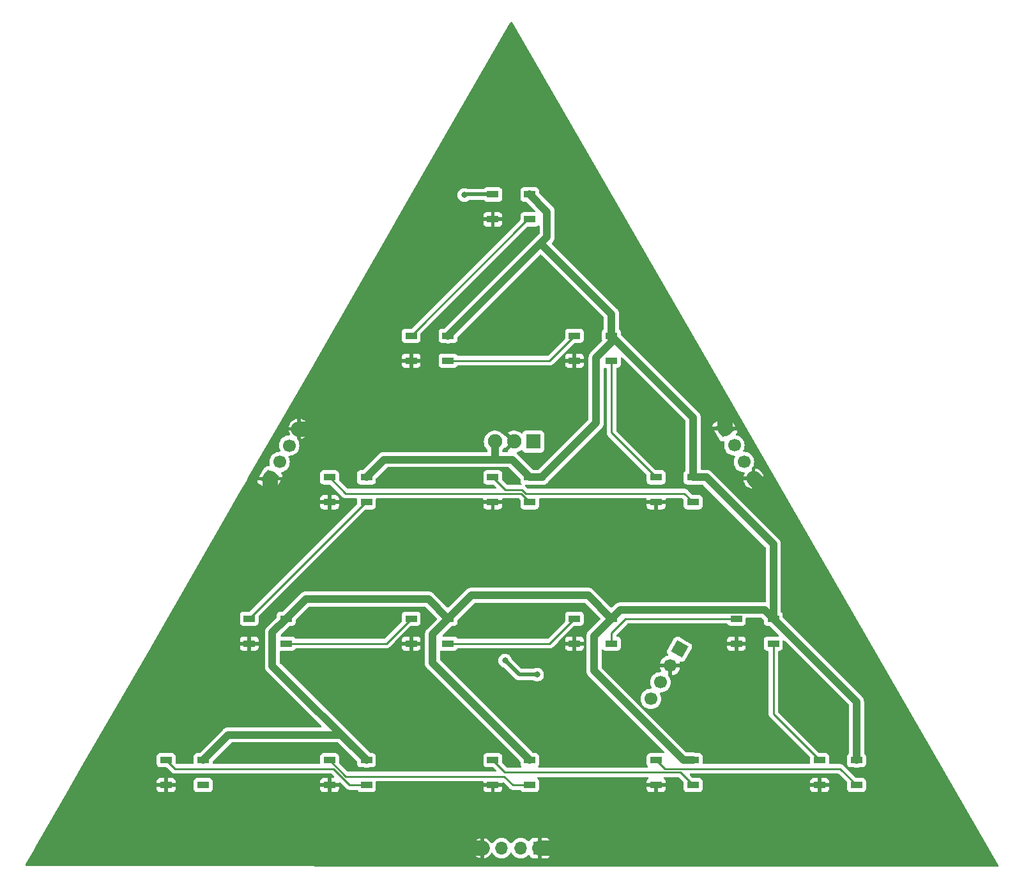
<source format=gbr>
G04 #@! TF.GenerationSoftware,KiCad,Pcbnew,(7.0.0)*
G04 #@! TF.CreationDate,2023-03-16T17:16:22-05:00*
G04 #@! TF.ProjectId,JJL_PCB,4a4a4c5f-5043-4422-9e6b-696361645f70,rev?*
G04 #@! TF.SameCoordinates,Original*
G04 #@! TF.FileFunction,Copper,L2,Bot*
G04 #@! TF.FilePolarity,Positive*
%FSLAX46Y46*%
G04 Gerber Fmt 4.6, Leading zero omitted, Abs format (unit mm)*
G04 Created by KiCad (PCBNEW (7.0.0)) date 2023-03-16 17:16:22*
%MOMM*%
%LPD*%
G01*
G04 APERTURE LIST*
G04 Aperture macros list*
%AMHorizOval*
0 Thick line with rounded ends*
0 $1 width*
0 $2 $3 position (X,Y) of the first rounded end (center of the circle)*
0 $4 $5 position (X,Y) of the second rounded end (center of the circle)*
0 Add line between two ends*
20,1,$1,$2,$3,$4,$5,0*
0 Add two circle primitives to create the rounded ends*
1,1,$1,$2,$3*
1,1,$1,$4,$5*%
%AMRotRect*
0 Rectangle, with rotation*
0 The origin of the aperture is its center*
0 $1 length*
0 $2 width*
0 $3 Rotation angle, in degrees counterclockwise*
0 Add horizontal line*
21,1,$1,$2,0,0,$3*%
G04 Aperture macros list end*
G04 #@! TA.AperFunction,ComponentPad*
%ADD10RotRect,1.700000X1.700000X30.000000*%
G04 #@! TD*
G04 #@! TA.AperFunction,ComponentPad*
%ADD11HorizOval,1.700000X0.000000X0.000000X0.000000X0.000000X0*%
G04 #@! TD*
G04 #@! TA.AperFunction,ComponentPad*
%ADD12RotRect,1.700000X1.700000X150.000000*%
G04 #@! TD*
G04 #@! TA.AperFunction,ComponentPad*
%ADD13HorizOval,1.700000X0.000000X0.000000X0.000000X0.000000X0*%
G04 #@! TD*
G04 #@! TA.AperFunction,ComponentPad*
%ADD14R,1.700000X1.700000*%
G04 #@! TD*
G04 #@! TA.AperFunction,ComponentPad*
%ADD15O,1.700000X1.700000*%
G04 #@! TD*
G04 #@! TA.AperFunction,SMDPad,CuDef*
%ADD16R,1.500000X0.900000*%
G04 #@! TD*
G04 #@! TA.AperFunction,ComponentPad*
%ADD17R,1.910000X1.910000*%
G04 #@! TD*
G04 #@! TA.AperFunction,ComponentPad*
%ADD18C,1.910000*%
G04 #@! TD*
G04 #@! TA.AperFunction,ComponentPad*
%ADD19RotRect,1.700000X1.700000X330.000000*%
G04 #@! TD*
G04 #@! TA.AperFunction,ComponentPad*
%ADD20HorizOval,1.700000X0.000000X0.000000X0.000000X0.000000X0*%
G04 #@! TD*
G04 #@! TA.AperFunction,ViaPad*
%ADD21C,0.800000*%
G04 #@! TD*
G04 #@! TA.AperFunction,Conductor*
%ADD22C,1.000000*%
G04 #@! TD*
G04 #@! TA.AperFunction,Conductor*
%ADD23C,0.250000*%
G04 #@! TD*
G04 #@! TA.AperFunction,Conductor*
%ADD24C,2.000000*%
G04 #@! TD*
G04 #@! TA.AperFunction,Conductor*
%ADD25C,0.500000*%
G04 #@! TD*
G04 APERTURE END LIST*
D10*
X232709999Y-143649103D03*
D11*
X233979999Y-145848808D03*
X235249999Y-148048512D03*
X236519999Y-150248217D03*
D12*
X172439999Y-150260896D03*
D13*
X173709999Y-148061191D03*
X174979999Y-145861487D03*
X176249999Y-143661782D03*
D14*
X208209999Y-199229999D03*
D15*
X205669999Y-199229999D03*
X203129999Y-199229999D03*
X200589999Y-199229999D03*
D16*
X174595949Y-168829999D03*
X174595949Y-172129999D03*
X169695949Y-172129999D03*
X169695949Y-168829999D03*
X228520599Y-187579999D03*
X228520599Y-190879999D03*
X223620599Y-190879999D03*
X223620599Y-187579999D03*
X239144049Y-168829999D03*
X239144049Y-172129999D03*
X234244049Y-172129999D03*
X234244049Y-168829999D03*
X206869999Y-150079999D03*
X206869999Y-153379999D03*
X201969999Y-153379999D03*
X201969999Y-150079999D03*
X196044699Y-168829999D03*
X196044699Y-172129999D03*
X191144699Y-172129999D03*
X191144699Y-168829999D03*
X185219399Y-150079999D03*
X185219399Y-153379999D03*
X180319399Y-153379999D03*
X180319399Y-150079999D03*
X206869999Y-187579999D03*
X206869999Y-190879999D03*
X201969999Y-190879999D03*
X201969999Y-187579999D03*
X217695299Y-131329999D03*
X217695299Y-134629999D03*
X212795299Y-134629999D03*
X212795299Y-131329999D03*
X250171199Y-187579999D03*
X250171199Y-190879999D03*
X245271199Y-190879999D03*
X245271199Y-187579999D03*
X228520599Y-150079999D03*
X228520599Y-153379999D03*
X223620599Y-153379999D03*
X223620599Y-150079999D03*
X206869999Y-112579999D03*
X206869999Y-115879999D03*
X201969999Y-115879999D03*
X201969999Y-112579999D03*
X185219399Y-187579999D03*
X185219399Y-190879999D03*
X180319399Y-190879999D03*
X180319399Y-187579999D03*
X163568799Y-187579999D03*
X163568799Y-190879999D03*
X158668799Y-190879999D03*
X158668799Y-187579999D03*
X196044699Y-131329999D03*
X196044699Y-134629999D03*
X191144699Y-134629999D03*
X191144699Y-131329999D03*
D17*
X207339999Y-145349999D03*
D18*
X204790000Y-145350000D03*
X202240000Y-145350000D03*
D16*
X217695299Y-168829999D03*
X217695299Y-172129999D03*
X212795299Y-172129999D03*
X212795299Y-168829999D03*
D19*
X226719999Y-172860294D03*
D20*
X225449999Y-175059999D03*
X224179999Y-177259703D03*
X222909999Y-179459408D03*
D21*
X236520000Y-186860000D03*
X186690000Y-162770000D03*
X236520000Y-190540000D03*
X203600000Y-174390000D03*
X198200000Y-112660000D03*
X229340000Y-170360000D03*
X229340000Y-166070000D03*
X179280000Y-177880000D03*
X174600000Y-180200000D03*
X213550000Y-190750000D03*
X213550000Y-187390000D03*
X207840000Y-176240000D03*
D22*
X172760000Y-170665950D02*
X174595950Y-168830000D01*
X172760000Y-175120600D02*
X172760000Y-170665950D01*
X185219400Y-187580000D02*
X172760000Y-175120600D01*
X193960000Y-174670000D02*
X206870000Y-187580000D01*
X193960000Y-170914700D02*
X193960000Y-174670000D01*
X196044700Y-168830000D02*
X193960000Y-170914700D01*
X215370000Y-175740000D02*
X227210000Y-187580000D01*
X215370000Y-171155300D02*
X215370000Y-175740000D01*
X217695300Y-168830000D02*
X215370000Y-171155300D01*
X227210000Y-187580000D02*
X228520600Y-187580000D01*
D23*
X196044700Y-134630000D02*
X209495300Y-134630000D01*
X209495300Y-134630000D02*
X212795300Y-131330000D01*
X209495300Y-172130000D02*
X212795300Y-168830000D01*
X196044700Y-172130000D02*
X209495300Y-172130000D01*
X250171200Y-190880000D02*
X248021200Y-188730000D01*
X224770600Y-188730000D02*
X223620600Y-187580000D01*
X248021200Y-188730000D02*
X224770600Y-188730000D01*
X217695300Y-144154700D02*
X223620600Y-150080000D01*
X217695300Y-134630000D02*
X217695300Y-144154700D01*
X206870000Y-115880000D02*
X206594700Y-115880000D01*
X206594700Y-115880000D02*
X191144700Y-131330000D01*
D22*
X187569400Y-147730000D02*
X185219400Y-150080000D01*
X206870000Y-150080000D02*
X204520000Y-147730000D01*
D24*
X238001782Y-151730000D02*
X238170000Y-151730000D01*
X236520000Y-150248218D02*
X238001782Y-151730000D01*
D22*
X199144700Y-165730000D02*
X214595300Y-165730000D01*
X196044700Y-168830000D02*
X199144700Y-165730000D01*
X214595300Y-165730000D02*
X217695300Y-168830000D01*
D24*
X172440000Y-150260897D02*
X172440000Y-152460000D01*
X172440000Y-152460000D02*
X172170000Y-152730000D01*
D22*
X208320000Y-119054700D02*
X196044700Y-131330000D01*
D23*
X205856396Y-151730000D02*
X203620000Y-151730000D01*
X227370600Y-152230000D02*
X206356396Y-152230000D01*
X206356396Y-152230000D02*
X205856396Y-151730000D01*
X228520600Y-153380000D02*
X227370600Y-152230000D01*
X203620000Y-151730000D02*
X201970000Y-150080000D01*
D22*
X163568800Y-187580000D02*
X166918800Y-184230000D01*
X181869400Y-184230000D02*
X185219400Y-187580000D01*
X166918800Y-184230000D02*
X181869400Y-184230000D01*
X193444700Y-166230000D02*
X196044700Y-168830000D01*
X174595950Y-168830000D02*
X177195950Y-166230000D01*
X177195950Y-166230000D02*
X193444700Y-166230000D01*
D24*
X232710000Y-143649104D02*
X232710000Y-142270000D01*
X232710000Y-142270000D02*
X231670000Y-141230000D01*
D22*
X218845300Y-167680000D02*
X237994050Y-167680000D01*
X237994050Y-167680000D02*
X239144050Y-168830000D01*
X217695300Y-168830000D02*
X218845300Y-167680000D01*
D23*
X182469400Y-189730000D02*
X180319400Y-187580000D01*
X206870000Y-190880000D02*
X204633604Y-190880000D01*
X204633604Y-190880000D02*
X203483604Y-189730000D01*
X203483604Y-189730000D02*
X182469400Y-189730000D01*
D22*
X209170000Y-118204700D02*
X208320000Y-119054700D01*
X209170000Y-114880000D02*
X209170000Y-118204700D01*
X206870000Y-112580000D02*
X209170000Y-114880000D01*
D24*
X176238217Y-143661783D02*
X176170000Y-143730000D01*
X176250000Y-143661783D02*
X176238217Y-143661783D01*
X176170000Y-143730000D02*
X178670000Y-143730000D01*
D23*
X219570000Y-168830000D02*
X234244050Y-168830000D01*
X217695300Y-170704700D02*
X219570000Y-168830000D01*
X217695300Y-172130000D02*
X217695300Y-170704700D01*
X185219400Y-153380000D02*
X185145950Y-153380000D01*
X187844700Y-172130000D02*
X191144700Y-168830000D01*
X174595950Y-172130000D02*
X187844700Y-172130000D01*
X185145950Y-153380000D02*
X169695950Y-168830000D01*
D24*
X208210000Y-199230000D02*
X211170000Y-199230000D01*
D22*
X250171200Y-179857150D02*
X239144050Y-168830000D01*
X250171200Y-187580000D02*
X250171200Y-179857150D01*
X217695300Y-131330000D02*
X228520600Y-142155300D01*
X228520600Y-142155300D02*
X228520600Y-150080000D01*
X217695300Y-128430000D02*
X217695300Y-131330000D01*
X208320000Y-119054700D02*
X217695300Y-128430000D01*
D25*
X205450000Y-176240000D02*
X203600000Y-174390000D01*
X207840000Y-176240000D02*
X205450000Y-176240000D01*
D22*
X215670000Y-142850000D02*
X215670000Y-134230000D01*
X215670000Y-134230000D02*
X217695300Y-132204700D01*
X202210000Y-147730000D02*
X187569400Y-147730000D01*
X202240000Y-145350000D02*
X202240000Y-147700000D01*
X206870000Y-150080000D02*
X208529476Y-150080000D01*
X204520000Y-147730000D02*
X202210000Y-147730000D01*
X202240000Y-147700000D02*
X202210000Y-147730000D01*
X217695300Y-132204700D02*
X217695300Y-131330000D01*
D24*
X200590000Y-199230000D02*
X197670000Y-199230000D01*
D23*
X182983004Y-190880000D02*
X180833004Y-188730000D01*
X180833004Y-188730000D02*
X159818800Y-188730000D01*
X159818800Y-188730000D02*
X158668800Y-187580000D01*
X185219400Y-190880000D02*
X182983004Y-190880000D01*
X239144050Y-181452850D02*
X245271200Y-187580000D01*
D22*
X230260000Y-150080000D02*
X239144050Y-158964050D01*
D23*
X239144050Y-172130000D02*
X239144050Y-181452850D01*
D22*
X239144050Y-158964050D02*
X239144050Y-168830000D01*
X228520600Y-150080000D02*
X230260000Y-150080000D01*
X208529476Y-150080000D02*
X208529476Y-149990524D01*
X208529476Y-149990524D02*
X215670000Y-142850000D01*
D25*
X198280000Y-112580000D02*
X198200000Y-112660000D01*
X201970000Y-112580000D02*
X198280000Y-112580000D01*
D23*
X182469400Y-152230000D02*
X180319400Y-150080000D01*
X203570000Y-189180000D02*
X201970000Y-187580000D01*
X205720000Y-152230000D02*
X182469400Y-152230000D01*
X228520600Y-190880000D02*
X226820600Y-189180000D01*
X206870000Y-153380000D02*
X205720000Y-152230000D01*
X226820600Y-189180000D02*
X203570000Y-189180000D01*
G04 #@! TA.AperFunction,Conductor*
G36*
X193026370Y-167239939D02*
G01*
X193066598Y-167266819D01*
X194542098Y-168742319D01*
X194574192Y-168797906D01*
X194574192Y-168862094D01*
X194542098Y-168917681D01*
X193262645Y-170197133D01*
X193260397Y-170199325D01*
X193196947Y-170259641D01*
X193193359Y-170264795D01*
X193193352Y-170264804D01*
X193163244Y-170308061D01*
X193157574Y-170315581D01*
X193124274Y-170356421D01*
X193124271Y-170356424D01*
X193120302Y-170361293D01*
X193117396Y-170366855D01*
X193117388Y-170366868D01*
X193106210Y-170388266D01*
X193098082Y-170401682D01*
X193084300Y-170421484D01*
X193084295Y-170421492D01*
X193080705Y-170426651D01*
X193078228Y-170432421D01*
X193078225Y-170432428D01*
X193057439Y-170480865D01*
X193053399Y-170489371D01*
X193029872Y-170534413D01*
X193026091Y-170541651D01*
X193024363Y-170547689D01*
X193024360Y-170547697D01*
X193017720Y-170570901D01*
X193012459Y-170585678D01*
X193003109Y-170607468D01*
X193000460Y-170613642D01*
X192999194Y-170619797D01*
X192999192Y-170619807D01*
X192988587Y-170671412D01*
X192986342Y-170680559D01*
X192971842Y-170731234D01*
X192971839Y-170731247D01*
X192970113Y-170737282D01*
X192969636Y-170743542D01*
X192969635Y-170743549D01*
X192967801Y-170767629D01*
X192965622Y-170783163D01*
X192960766Y-170806797D01*
X192959500Y-170812959D01*
X192959500Y-170819250D01*
X192959500Y-170871941D01*
X192959142Y-170881356D01*
X192955140Y-170933905D01*
X192955140Y-170933910D01*
X192954663Y-170940176D01*
X192955456Y-170946409D01*
X192955457Y-170946415D01*
X192958506Y-170970351D01*
X192959500Y-170986017D01*
X192959500Y-174655722D01*
X192959460Y-174658862D01*
X192957243Y-174746363D01*
X192958351Y-174752548D01*
X192958352Y-174752554D01*
X192967648Y-174804420D01*
X192968957Y-174813748D01*
X192974289Y-174866180D01*
X192974290Y-174866185D01*
X192974926Y-174872438D01*
X192976807Y-174878435D01*
X192976810Y-174878447D01*
X192984032Y-174901466D01*
X192987772Y-174916702D01*
X192992031Y-174940464D01*
X192992035Y-174940478D01*
X192993142Y-174946653D01*
X192995471Y-174952483D01*
X193015020Y-175001425D01*
X193018179Y-175010298D01*
X193035841Y-175066588D01*
X193038891Y-175072083D01*
X193050603Y-175093184D01*
X193057337Y-175107363D01*
X193066290Y-175129778D01*
X193066292Y-175129783D01*
X193068623Y-175135617D01*
X193072082Y-175140866D01*
X193072085Y-175140871D01*
X193101080Y-175184867D01*
X193105961Y-175192923D01*
X193131536Y-175238999D01*
X193131538Y-175239002D01*
X193134591Y-175244502D01*
X193143621Y-175255020D01*
X193154404Y-175267581D01*
X193163855Y-175280116D01*
X193177133Y-175300263D01*
X193177138Y-175300269D01*
X193180598Y-175305519D01*
X193185045Y-175309966D01*
X193222300Y-175347221D01*
X193228705Y-175354131D01*
X193263041Y-175394128D01*
X193263044Y-175394131D01*
X193267134Y-175398895D01*
X193272103Y-175402742D01*
X193272106Y-175402744D01*
X193291192Y-175417518D01*
X193302972Y-175427893D01*
X199455162Y-181580083D01*
X205583181Y-187708101D01*
X205610061Y-187748329D01*
X205619500Y-187795782D01*
X205619500Y-188074560D01*
X205619500Y-188074578D01*
X205619501Y-188077872D01*
X205619853Y-188081150D01*
X205619854Y-188081161D01*
X205625079Y-188129768D01*
X205625080Y-188129773D01*
X205625909Y-188137483D01*
X205628619Y-188144749D01*
X205628620Y-188144753D01*
X205646281Y-188192104D01*
X205676204Y-188272331D01*
X205681518Y-188279430D01*
X205681519Y-188279431D01*
X205738980Y-188356189D01*
X205763219Y-188419447D01*
X205750597Y-188486004D01*
X205704880Y-188535995D01*
X205639713Y-188554500D01*
X203880452Y-188554500D01*
X203832999Y-188545061D01*
X203792771Y-188518181D01*
X203256818Y-187982228D01*
X203229938Y-187942000D01*
X203220499Y-187894547D01*
X203220499Y-187085439D01*
X203220499Y-187082128D01*
X203214091Y-187022517D01*
X203163796Y-186887669D01*
X203077546Y-186772454D01*
X203070447Y-186767140D01*
X202969431Y-186691519D01*
X202969430Y-186691518D01*
X202962331Y-186686204D01*
X202827483Y-186635909D01*
X202819770Y-186635079D01*
X202819767Y-186635079D01*
X202771180Y-186629855D01*
X202771169Y-186629854D01*
X202767873Y-186629500D01*
X202764550Y-186629500D01*
X201175439Y-186629500D01*
X201175420Y-186629500D01*
X201172128Y-186629501D01*
X201168850Y-186629853D01*
X201168838Y-186629854D01*
X201120231Y-186635079D01*
X201120225Y-186635080D01*
X201112517Y-186635909D01*
X201105252Y-186638618D01*
X201105246Y-186638620D01*
X200985980Y-186683104D01*
X200985978Y-186683104D01*
X200977669Y-186686204D01*
X200970572Y-186691516D01*
X200970568Y-186691519D01*
X200869550Y-186767141D01*
X200869546Y-186767144D01*
X200862454Y-186772454D01*
X200857144Y-186779546D01*
X200857141Y-186779550D01*
X200781519Y-186880568D01*
X200781516Y-186880572D01*
X200776204Y-186887669D01*
X200773104Y-186895978D01*
X200773104Y-186895980D01*
X200728620Y-187015247D01*
X200728620Y-187015249D01*
X200725909Y-187022517D01*
X200725079Y-187030227D01*
X200725079Y-187030232D01*
X200719855Y-187078819D01*
X200719854Y-187078831D01*
X200719500Y-187082127D01*
X200719500Y-187085448D01*
X200719500Y-187085449D01*
X200719500Y-188074560D01*
X200719500Y-188074578D01*
X200719501Y-188077872D01*
X200719853Y-188081150D01*
X200719854Y-188081161D01*
X200725079Y-188129768D01*
X200725080Y-188129773D01*
X200725909Y-188137483D01*
X200728619Y-188144749D01*
X200728620Y-188144753D01*
X200746281Y-188192104D01*
X200776204Y-188272331D01*
X200781518Y-188279430D01*
X200781519Y-188279431D01*
X200828878Y-188342695D01*
X200862454Y-188387546D01*
X200977669Y-188473796D01*
X201112517Y-188524091D01*
X201172127Y-188530500D01*
X201984547Y-188530499D01*
X202032000Y-188539938D01*
X202072228Y-188566818D01*
X202398229Y-188892819D01*
X202428479Y-188942182D01*
X202433021Y-188999898D01*
X202410866Y-189053385D01*
X202366843Y-189090985D01*
X202310548Y-189104500D01*
X182779853Y-189104500D01*
X182732400Y-189095061D01*
X182692172Y-189068181D01*
X181606218Y-187982227D01*
X181579338Y-187941999D01*
X181569899Y-187894546D01*
X181569899Y-187085439D01*
X181569899Y-187082128D01*
X181563491Y-187022517D01*
X181513196Y-186887669D01*
X181426946Y-186772454D01*
X181419847Y-186767140D01*
X181318831Y-186691519D01*
X181318830Y-186691518D01*
X181311731Y-186686204D01*
X181176883Y-186635909D01*
X181169170Y-186635079D01*
X181169167Y-186635079D01*
X181120580Y-186629855D01*
X181120569Y-186629854D01*
X181117273Y-186629500D01*
X181113950Y-186629500D01*
X179524839Y-186629500D01*
X179524820Y-186629500D01*
X179521528Y-186629501D01*
X179518250Y-186629853D01*
X179518238Y-186629854D01*
X179469631Y-186635079D01*
X179469625Y-186635080D01*
X179461917Y-186635909D01*
X179454652Y-186638618D01*
X179454646Y-186638620D01*
X179335380Y-186683104D01*
X179335378Y-186683104D01*
X179327069Y-186686204D01*
X179319972Y-186691516D01*
X179319968Y-186691519D01*
X179218950Y-186767141D01*
X179218946Y-186767144D01*
X179211854Y-186772454D01*
X179206544Y-186779546D01*
X179206541Y-186779550D01*
X179130919Y-186880568D01*
X179130916Y-186880572D01*
X179125604Y-186887669D01*
X179122504Y-186895978D01*
X179122504Y-186895980D01*
X179078020Y-187015247D01*
X179078020Y-187015249D01*
X179075309Y-187022517D01*
X179074479Y-187030227D01*
X179074479Y-187030232D01*
X179069255Y-187078819D01*
X179069254Y-187078831D01*
X179068900Y-187082127D01*
X179068900Y-187085448D01*
X179068900Y-187085449D01*
X179068901Y-187980500D01*
X179052288Y-188042500D01*
X179006901Y-188087887D01*
X178944901Y-188104500D01*
X164943300Y-188104500D01*
X164881300Y-188087887D01*
X164835913Y-188042500D01*
X164819300Y-187980501D01*
X164819299Y-187795783D01*
X164828738Y-187748330D01*
X164855615Y-187708104D01*
X167296901Y-185266819D01*
X167337130Y-185239939D01*
X167384583Y-185230500D01*
X181403617Y-185230500D01*
X181451070Y-185239939D01*
X181491298Y-185266819D01*
X183932581Y-187708102D01*
X183959461Y-187748330D01*
X183968900Y-187795783D01*
X183968900Y-188074560D01*
X183968900Y-188074578D01*
X183968901Y-188077872D01*
X183969253Y-188081150D01*
X183969254Y-188081161D01*
X183974479Y-188129768D01*
X183974480Y-188129773D01*
X183975309Y-188137483D01*
X183978019Y-188144749D01*
X183978020Y-188144753D01*
X183995681Y-188192104D01*
X184025604Y-188272331D01*
X184030918Y-188279430D01*
X184030919Y-188279431D01*
X184078278Y-188342695D01*
X184111854Y-188387546D01*
X184227069Y-188473796D01*
X184361917Y-188524091D01*
X184421527Y-188530500D01*
X184886939Y-188530499D01*
X184921051Y-188535283D01*
X185041982Y-188569886D01*
X185244876Y-188585337D01*
X185446727Y-188559630D01*
X185512452Y-188537163D01*
X185552559Y-188530499D01*
X186013961Y-188530499D01*
X186017272Y-188530499D01*
X186076883Y-188524091D01*
X186211731Y-188473796D01*
X186326946Y-188387546D01*
X186413196Y-188272331D01*
X186463491Y-188137483D01*
X186469900Y-188077873D01*
X186469899Y-187082128D01*
X186463491Y-187022517D01*
X186413196Y-186887669D01*
X186326946Y-186772454D01*
X186319847Y-186767140D01*
X186218831Y-186691519D01*
X186218830Y-186691518D01*
X186211731Y-186686204D01*
X186076883Y-186635909D01*
X186069170Y-186635079D01*
X186069167Y-186635079D01*
X186020580Y-186629855D01*
X186020569Y-186629854D01*
X186017273Y-186629500D01*
X186013951Y-186629500D01*
X185735183Y-186629500D01*
X185687730Y-186620061D01*
X185647502Y-186593181D01*
X182586953Y-183532632D01*
X182584760Y-183530383D01*
X182524459Y-183466947D01*
X182519295Y-183463353D01*
X182514524Y-183459257D01*
X182514732Y-183459013D01*
X182506161Y-183451841D01*
X173796819Y-174742499D01*
X173769939Y-174702271D01*
X173760500Y-174654818D01*
X173760500Y-173204500D01*
X173777113Y-173142500D01*
X173822500Y-173097113D01*
X173884500Y-173080500D01*
X175334925Y-173080499D01*
X175393822Y-173080499D01*
X175453433Y-173074091D01*
X175588281Y-173023796D01*
X175703496Y-172937546D01*
X175789746Y-172822331D01*
X175791247Y-172818303D01*
X175835099Y-172772859D01*
X175898373Y-172755500D01*
X187766925Y-172755500D01*
X187777980Y-172756021D01*
X187785367Y-172757673D01*
X187852572Y-172755561D01*
X187856468Y-172755500D01*
X187880148Y-172755500D01*
X187884050Y-172755500D01*
X187888013Y-172754999D01*
X187899663Y-172754080D01*
X187943327Y-172752709D01*
X187962561Y-172747119D01*
X187981617Y-172743174D01*
X188001492Y-172740664D01*
X188042095Y-172724587D01*
X188053150Y-172720802D01*
X188095090Y-172708618D01*
X188112329Y-172698422D01*
X188129803Y-172689862D01*
X188141174Y-172685360D01*
X188141176Y-172685358D01*
X188148432Y-172682486D01*
X188183769Y-172656811D01*
X188193524Y-172650403D01*
X188231120Y-172628170D01*
X188234772Y-172624518D01*
X189894700Y-172624518D01*
X189895053Y-172631114D01*
X189900273Y-172679667D01*
X189903811Y-172694641D01*
X189948247Y-172813777D01*
X189956662Y-172829189D01*
X190032198Y-172930092D01*
X190044607Y-172942501D01*
X190145510Y-173018037D01*
X190160922Y-173026452D01*
X190280058Y-173070888D01*
X190295032Y-173074426D01*
X190343585Y-173079646D01*
X190350182Y-173080000D01*
X190878374Y-173080000D01*
X190891249Y-173076549D01*
X190894700Y-173063674D01*
X191394700Y-173063674D01*
X191398150Y-173076549D01*
X191411026Y-173080000D01*
X191939218Y-173080000D01*
X191945814Y-173079646D01*
X191994367Y-173074426D01*
X192009341Y-173070888D01*
X192128477Y-173026452D01*
X192143889Y-173018037D01*
X192244792Y-172942501D01*
X192257201Y-172930092D01*
X192332737Y-172829189D01*
X192341152Y-172813777D01*
X192385588Y-172694641D01*
X192389126Y-172679667D01*
X192394346Y-172631114D01*
X192394700Y-172624518D01*
X192394700Y-172396326D01*
X192391249Y-172383450D01*
X192378374Y-172380000D01*
X191411026Y-172380000D01*
X191398150Y-172383450D01*
X191394700Y-172396326D01*
X191394700Y-173063674D01*
X190894700Y-173063674D01*
X190894700Y-172396326D01*
X190891249Y-172383450D01*
X190878374Y-172380000D01*
X189911026Y-172380000D01*
X189898150Y-172383450D01*
X189894700Y-172396326D01*
X189894700Y-172624518D01*
X188234772Y-172624518D01*
X188245284Y-172614005D01*
X188260079Y-172601368D01*
X188276287Y-172589594D01*
X188304128Y-172555938D01*
X188311979Y-172547309D01*
X188995614Y-171863674D01*
X189894700Y-171863674D01*
X189898150Y-171876549D01*
X189911026Y-171880000D01*
X190878374Y-171880000D01*
X190891249Y-171876549D01*
X190894700Y-171863674D01*
X191394700Y-171863674D01*
X191398150Y-171876549D01*
X191411026Y-171880000D01*
X192378374Y-171880000D01*
X192391249Y-171876549D01*
X192394700Y-171863674D01*
X192394700Y-171635482D01*
X192394346Y-171628885D01*
X192389126Y-171580332D01*
X192385588Y-171565358D01*
X192341152Y-171446222D01*
X192332737Y-171430810D01*
X192257201Y-171329907D01*
X192244792Y-171317498D01*
X192143889Y-171241962D01*
X192128477Y-171233547D01*
X192009341Y-171189111D01*
X191994367Y-171185573D01*
X191945814Y-171180353D01*
X191939218Y-171180000D01*
X191411026Y-171180000D01*
X191398150Y-171183450D01*
X191394700Y-171196326D01*
X191394700Y-171863674D01*
X190894700Y-171863674D01*
X190894700Y-171196326D01*
X190891249Y-171183450D01*
X190878374Y-171180000D01*
X190350182Y-171180000D01*
X190343585Y-171180353D01*
X190295032Y-171185573D01*
X190280058Y-171189111D01*
X190160922Y-171233547D01*
X190145510Y-171241962D01*
X190044607Y-171317498D01*
X190032198Y-171329907D01*
X189956662Y-171430810D01*
X189948247Y-171446222D01*
X189903811Y-171565358D01*
X189900273Y-171580332D01*
X189895053Y-171628885D01*
X189894700Y-171635482D01*
X189894700Y-171863674D01*
X188995614Y-171863674D01*
X191042471Y-169816817D01*
X191082699Y-169789938D01*
X191130152Y-169780499D01*
X191939261Y-169780499D01*
X191942572Y-169780499D01*
X192002183Y-169774091D01*
X192137031Y-169723796D01*
X192252246Y-169637546D01*
X192338496Y-169522331D01*
X192388791Y-169387483D01*
X192395200Y-169327873D01*
X192395199Y-168332128D01*
X192388791Y-168272517D01*
X192338496Y-168137669D01*
X192252246Y-168022454D01*
X192245147Y-168017140D01*
X192144131Y-167941519D01*
X192144130Y-167941518D01*
X192137031Y-167936204D01*
X192002183Y-167885909D01*
X191994470Y-167885079D01*
X191994467Y-167885079D01*
X191945880Y-167879855D01*
X191945869Y-167879854D01*
X191942573Y-167879500D01*
X191939250Y-167879500D01*
X190350139Y-167879500D01*
X190350120Y-167879500D01*
X190346828Y-167879501D01*
X190343550Y-167879853D01*
X190343538Y-167879854D01*
X190294931Y-167885079D01*
X190294925Y-167885080D01*
X190287217Y-167885909D01*
X190279952Y-167888618D01*
X190279946Y-167888620D01*
X190160680Y-167933104D01*
X190160678Y-167933104D01*
X190152369Y-167936204D01*
X190145272Y-167941516D01*
X190145268Y-167941519D01*
X190044250Y-168017141D01*
X190044246Y-168017144D01*
X190037154Y-168022454D01*
X190031844Y-168029546D01*
X190031841Y-168029550D01*
X189956219Y-168130568D01*
X189956216Y-168130572D01*
X189950904Y-168137669D01*
X189947804Y-168145978D01*
X189947804Y-168145980D01*
X189903320Y-168265247D01*
X189903319Y-168265250D01*
X189900609Y-168272517D01*
X189899779Y-168280227D01*
X189899779Y-168280232D01*
X189894555Y-168328819D01*
X189894554Y-168328831D01*
X189894200Y-168332127D01*
X189894200Y-168335449D01*
X189894200Y-169144546D01*
X189884761Y-169191999D01*
X189857881Y-169232227D01*
X187621928Y-171468181D01*
X187581700Y-171495061D01*
X187534247Y-171504500D01*
X175898373Y-171504500D01*
X175835099Y-171487141D01*
X175791247Y-171441696D01*
X175789746Y-171437669D01*
X175703496Y-171322454D01*
X175588281Y-171236204D01*
X175517225Y-171209702D01*
X175460702Y-171188620D01*
X175460700Y-171188619D01*
X175453433Y-171185909D01*
X175445720Y-171185079D01*
X175445717Y-171185079D01*
X175397130Y-171179855D01*
X175397119Y-171179854D01*
X175393823Y-171179500D01*
X175390501Y-171179500D01*
X173960732Y-171179500D01*
X173904437Y-171165985D01*
X173860414Y-171128385D01*
X173838259Y-171074898D01*
X173842801Y-171017182D01*
X173873049Y-170967821D01*
X175024052Y-169816817D01*
X175064280Y-169789938D01*
X175111733Y-169780499D01*
X175390511Y-169780499D01*
X175393822Y-169780499D01*
X175453433Y-169774091D01*
X175588281Y-169723796D01*
X175703496Y-169637546D01*
X175789746Y-169522331D01*
X175840041Y-169387483D01*
X175846450Y-169327873D01*
X175846449Y-169045781D01*
X175855888Y-168998329D01*
X175882765Y-168958104D01*
X177574051Y-167266819D01*
X177614280Y-167239939D01*
X177661733Y-167230500D01*
X192978917Y-167230500D01*
X193026370Y-167239939D01*
G37*
G04 #@! TD.AperFunction*
G04 #@! TA.AperFunction,Conductor*
G36*
X214176970Y-166739939D02*
G01*
X214217198Y-166766819D01*
X216192698Y-168742319D01*
X216224792Y-168797906D01*
X216224792Y-168862094D01*
X216192698Y-168917681D01*
X214672646Y-170437732D01*
X214670398Y-170439924D01*
X214606947Y-170500241D01*
X214603359Y-170505395D01*
X214603352Y-170505404D01*
X214573244Y-170548661D01*
X214567574Y-170556181D01*
X214534274Y-170597021D01*
X214534271Y-170597024D01*
X214530302Y-170601893D01*
X214527396Y-170607455D01*
X214527388Y-170607468D01*
X214516210Y-170628866D01*
X214508082Y-170642282D01*
X214494300Y-170662084D01*
X214494295Y-170662092D01*
X214490705Y-170667251D01*
X214488228Y-170673021D01*
X214488225Y-170673028D01*
X214467439Y-170721465D01*
X214463399Y-170729971D01*
X214443729Y-170767629D01*
X214436091Y-170782251D01*
X214434363Y-170788289D01*
X214434360Y-170788297D01*
X214427720Y-170811501D01*
X214422459Y-170826278D01*
X214412942Y-170848457D01*
X214410460Y-170854242D01*
X214409194Y-170860397D01*
X214409192Y-170860407D01*
X214398587Y-170912012D01*
X214396342Y-170921159D01*
X214381842Y-170971834D01*
X214381839Y-170971847D01*
X214380113Y-170977882D01*
X214379636Y-170984142D01*
X214379635Y-170984149D01*
X214377801Y-171008229D01*
X214375622Y-171023763D01*
X214370766Y-171047397D01*
X214369500Y-171053559D01*
X214369500Y-171059850D01*
X214369500Y-171112541D01*
X214369142Y-171121956D01*
X214365140Y-171174505D01*
X214365140Y-171174510D01*
X214364663Y-171180776D01*
X214365456Y-171187009D01*
X214365457Y-171187015D01*
X214368506Y-171210951D01*
X214369500Y-171226617D01*
X214369500Y-175725722D01*
X214369460Y-175728863D01*
X214367538Y-175804731D01*
X214367243Y-175816363D01*
X214368351Y-175822548D01*
X214368352Y-175822554D01*
X214377648Y-175874420D01*
X214378957Y-175883748D01*
X214384289Y-175936180D01*
X214384290Y-175936185D01*
X214384926Y-175942438D01*
X214386807Y-175948435D01*
X214386810Y-175948447D01*
X214394032Y-175971466D01*
X214397772Y-175986702D01*
X214402031Y-176010464D01*
X214402035Y-176010478D01*
X214403142Y-176016653D01*
X214405471Y-176022483D01*
X214425020Y-176071425D01*
X214428179Y-176080298D01*
X214434742Y-176101215D01*
X214445841Y-176136588D01*
X214448891Y-176142083D01*
X214460603Y-176163184D01*
X214467337Y-176177363D01*
X214476290Y-176199778D01*
X214476292Y-176199783D01*
X214478623Y-176205617D01*
X214482082Y-176210866D01*
X214482085Y-176210871D01*
X214511080Y-176254867D01*
X214515961Y-176262923D01*
X214541536Y-176308999D01*
X214541538Y-176309002D01*
X214544591Y-176314502D01*
X214548689Y-176319275D01*
X214564404Y-176337581D01*
X214573855Y-176350116D01*
X214587133Y-176370263D01*
X214587138Y-176370269D01*
X214590598Y-176375519D01*
X214595044Y-176379965D01*
X214595045Y-176379966D01*
X214632300Y-176417221D01*
X214638705Y-176424131D01*
X214677134Y-176468895D01*
X214701198Y-176487522D01*
X214712968Y-176497889D01*
X224669745Y-186454666D01*
X224702428Y-186512539D01*
X224700530Y-186578977D01*
X224664597Y-186634890D01*
X224604952Y-186664216D01*
X224538731Y-186658529D01*
X224485352Y-186638620D01*
X224485350Y-186638619D01*
X224478083Y-186635909D01*
X224470370Y-186635079D01*
X224470367Y-186635079D01*
X224421780Y-186629855D01*
X224421769Y-186629854D01*
X224418473Y-186629500D01*
X224415150Y-186629500D01*
X222826039Y-186629500D01*
X222826020Y-186629500D01*
X222822728Y-186629501D01*
X222819450Y-186629853D01*
X222819438Y-186629854D01*
X222770831Y-186635079D01*
X222770825Y-186635080D01*
X222763117Y-186635909D01*
X222755852Y-186638618D01*
X222755846Y-186638620D01*
X222636580Y-186683104D01*
X222636578Y-186683104D01*
X222628269Y-186686204D01*
X222621172Y-186691516D01*
X222621168Y-186691519D01*
X222520150Y-186767141D01*
X222520146Y-186767144D01*
X222513054Y-186772454D01*
X222507744Y-186779546D01*
X222507741Y-186779550D01*
X222432119Y-186880568D01*
X222432116Y-186880572D01*
X222426804Y-186887669D01*
X222423704Y-186895978D01*
X222423704Y-186895980D01*
X222379220Y-187015247D01*
X222379220Y-187015249D01*
X222376509Y-187022517D01*
X222375679Y-187030227D01*
X222375679Y-187030232D01*
X222370455Y-187078819D01*
X222370454Y-187078831D01*
X222370100Y-187082127D01*
X222370100Y-187085448D01*
X222370100Y-187085449D01*
X222370100Y-188074560D01*
X222370100Y-188074578D01*
X222370101Y-188077872D01*
X222370453Y-188081150D01*
X222370454Y-188081161D01*
X222375679Y-188129768D01*
X222375680Y-188129773D01*
X222376509Y-188137483D01*
X222379219Y-188144749D01*
X222379220Y-188144753D01*
X222396881Y-188192104D01*
X222426804Y-188272331D01*
X222432118Y-188279430D01*
X222432119Y-188279431D01*
X222489580Y-188356189D01*
X222513819Y-188419447D01*
X222501197Y-188486004D01*
X222455480Y-188535995D01*
X222390313Y-188554500D01*
X208100287Y-188554500D01*
X208035120Y-188535995D01*
X207989403Y-188486004D01*
X207976781Y-188419447D01*
X208001020Y-188356189D01*
X208011121Y-188342695D01*
X208063796Y-188272331D01*
X208114091Y-188137483D01*
X208120500Y-188077873D01*
X208120499Y-187082128D01*
X208114091Y-187022517D01*
X208063796Y-186887669D01*
X207977546Y-186772454D01*
X207970447Y-186767140D01*
X207869431Y-186691519D01*
X207869430Y-186691518D01*
X207862331Y-186686204D01*
X207727483Y-186635909D01*
X207719770Y-186635079D01*
X207719767Y-186635079D01*
X207671180Y-186629855D01*
X207671169Y-186629854D01*
X207667873Y-186629500D01*
X207664551Y-186629500D01*
X207385783Y-186629500D01*
X207338330Y-186620061D01*
X207298102Y-186593181D01*
X195094920Y-174390000D01*
X202694540Y-174390000D01*
X202695219Y-174396460D01*
X202713646Y-174571795D01*
X202713647Y-174571803D01*
X202714326Y-174578256D01*
X202716331Y-174584428D01*
X202716333Y-174584435D01*
X202770813Y-174752105D01*
X202772821Y-174758284D01*
X202776068Y-174763908D01*
X202776069Y-174763910D01*
X202838727Y-174872438D01*
X202867467Y-174922216D01*
X202871811Y-174927041D01*
X202871813Y-174927043D01*
X202989779Y-175058057D01*
X202994129Y-175062888D01*
X203147270Y-175174151D01*
X203320197Y-175251144D01*
X203385335Y-175264989D01*
X203418714Y-175277303D01*
X203447228Y-175298596D01*
X204874270Y-176725638D01*
X204886052Y-176739271D01*
X204900390Y-176758530D01*
X204905917Y-176763167D01*
X204905922Y-176763173D01*
X204938337Y-176790372D01*
X204946313Y-176797681D01*
X204950223Y-176801591D01*
X204974556Y-176820831D01*
X204977310Y-176823073D01*
X205034786Y-176871302D01*
X205041245Y-176874546D01*
X205044134Y-176876446D01*
X205044413Y-176876648D01*
X205044713Y-176876815D01*
X205047654Y-176878629D01*
X205053323Y-176883111D01*
X205106820Y-176908057D01*
X205121321Y-176914819D01*
X205124534Y-176916374D01*
X205191567Y-176950040D01*
X205198594Y-176951705D01*
X205201835Y-176952885D01*
X205202163Y-176953020D01*
X205202503Y-176953117D01*
X205205774Y-176954201D01*
X205212327Y-176957257D01*
X205285815Y-176972429D01*
X205289293Y-176973201D01*
X205362279Y-176990500D01*
X205369509Y-176990500D01*
X205372949Y-176990902D01*
X205373285Y-176990956D01*
X205373640Y-176990972D01*
X205377066Y-176991271D01*
X205384144Y-176992733D01*
X205459110Y-176990552D01*
X205462717Y-176990500D01*
X207300664Y-176990500D01*
X207338982Y-176996569D01*
X207373545Y-177014179D01*
X207387270Y-177024151D01*
X207560197Y-177101144D01*
X207745354Y-177140500D01*
X207928143Y-177140500D01*
X207934646Y-177140500D01*
X208119803Y-177101144D01*
X208292730Y-177024151D01*
X208445871Y-176912888D01*
X208572533Y-176772216D01*
X208667179Y-176608284D01*
X208725674Y-176428256D01*
X208745460Y-176240000D01*
X208733961Y-176130593D01*
X208726353Y-176058204D01*
X208726352Y-176058203D01*
X208725674Y-176051744D01*
X208667179Y-175871716D01*
X208572533Y-175707784D01*
X208445871Y-175567112D01*
X208440613Y-175563292D01*
X208440611Y-175563290D01*
X208297988Y-175459669D01*
X208297987Y-175459668D01*
X208292730Y-175455849D01*
X208286738Y-175453181D01*
X208125745Y-175381501D01*
X208125740Y-175381499D01*
X208119803Y-175378856D01*
X208113444Y-175377504D01*
X208113440Y-175377503D01*
X207941008Y-175340852D01*
X207941005Y-175340851D01*
X207934646Y-175339500D01*
X207745354Y-175339500D01*
X207738995Y-175340851D01*
X207738991Y-175340852D01*
X207566559Y-175377503D01*
X207566552Y-175377505D01*
X207560197Y-175378856D01*
X207554262Y-175381498D01*
X207554254Y-175381501D01*
X207393207Y-175453205D01*
X207393202Y-175453207D01*
X207387270Y-175455849D01*
X207373545Y-175465820D01*
X207338982Y-175483431D01*
X207300664Y-175489500D01*
X205812230Y-175489500D01*
X205764777Y-175480061D01*
X205724549Y-175453181D01*
X204512770Y-174241402D01*
X204482521Y-174192041D01*
X204427179Y-174021716D01*
X204332533Y-173857784D01*
X204205871Y-173717112D01*
X204200613Y-173713292D01*
X204200611Y-173713290D01*
X204057988Y-173609669D01*
X204057987Y-173609668D01*
X204052730Y-173605849D01*
X203996753Y-173580926D01*
X203885745Y-173531501D01*
X203885740Y-173531499D01*
X203879803Y-173528856D01*
X203873444Y-173527504D01*
X203873440Y-173527503D01*
X203701008Y-173490852D01*
X203701005Y-173490851D01*
X203694646Y-173489500D01*
X203505354Y-173489500D01*
X203498995Y-173490851D01*
X203498991Y-173490852D01*
X203326559Y-173527503D01*
X203326552Y-173527505D01*
X203320197Y-173528856D01*
X203314262Y-173531498D01*
X203314254Y-173531501D01*
X203153207Y-173603205D01*
X203153202Y-173603207D01*
X203147270Y-173605849D01*
X203142016Y-173609665D01*
X203142011Y-173609669D01*
X202999388Y-173713290D01*
X202999381Y-173713295D01*
X202994129Y-173717112D01*
X202989784Y-173721937D01*
X202989779Y-173721942D01*
X202871813Y-173852956D01*
X202871808Y-173852962D01*
X202867467Y-173857784D01*
X202864222Y-173863404D01*
X202864218Y-173863410D01*
X202776069Y-174016089D01*
X202776066Y-174016094D01*
X202772821Y-174021716D01*
X202770815Y-174027888D01*
X202770813Y-174027894D01*
X202716333Y-174195564D01*
X202716331Y-174195573D01*
X202714326Y-174201744D01*
X202713648Y-174208194D01*
X202713646Y-174208204D01*
X202698189Y-174355282D01*
X202694540Y-174390000D01*
X195094920Y-174390000D01*
X194996819Y-174291899D01*
X194969939Y-174251671D01*
X194960500Y-174204218D01*
X194960500Y-173168124D01*
X194974624Y-173110649D01*
X195013780Y-173066268D01*
X195069046Y-173045091D01*
X195127832Y-173051941D01*
X195187217Y-173074091D01*
X195246827Y-173080500D01*
X196842572Y-173080499D01*
X196902183Y-173074091D01*
X197037031Y-173023796D01*
X197152246Y-172937546D01*
X197238496Y-172822331D01*
X197239997Y-172818303D01*
X197283849Y-172772859D01*
X197347123Y-172755500D01*
X209417525Y-172755500D01*
X209428580Y-172756021D01*
X209435967Y-172757673D01*
X209503172Y-172755561D01*
X209507068Y-172755500D01*
X209530748Y-172755500D01*
X209534650Y-172755500D01*
X209538613Y-172754999D01*
X209550263Y-172754080D01*
X209593927Y-172752709D01*
X209613161Y-172747119D01*
X209632217Y-172743174D01*
X209652092Y-172740664D01*
X209692695Y-172724587D01*
X209703750Y-172720802D01*
X209745690Y-172708618D01*
X209762929Y-172698422D01*
X209780403Y-172689862D01*
X209791774Y-172685360D01*
X209791776Y-172685358D01*
X209799032Y-172682486D01*
X209834369Y-172656811D01*
X209844124Y-172650403D01*
X209881720Y-172628170D01*
X209885372Y-172624518D01*
X211545300Y-172624518D01*
X211545653Y-172631114D01*
X211550873Y-172679667D01*
X211554411Y-172694641D01*
X211598847Y-172813777D01*
X211607262Y-172829189D01*
X211682798Y-172930092D01*
X211695207Y-172942501D01*
X211796110Y-173018037D01*
X211811522Y-173026452D01*
X211930658Y-173070888D01*
X211945632Y-173074426D01*
X211994185Y-173079646D01*
X212000782Y-173080000D01*
X212528974Y-173080000D01*
X212541849Y-173076549D01*
X212545300Y-173063674D01*
X213045300Y-173063674D01*
X213048750Y-173076549D01*
X213061626Y-173080000D01*
X213589818Y-173080000D01*
X213596414Y-173079646D01*
X213644967Y-173074426D01*
X213659941Y-173070888D01*
X213779077Y-173026452D01*
X213794489Y-173018037D01*
X213895392Y-172942501D01*
X213907801Y-172930092D01*
X213983337Y-172829189D01*
X213991752Y-172813777D01*
X214036188Y-172694641D01*
X214039726Y-172679667D01*
X214044946Y-172631114D01*
X214045300Y-172624518D01*
X214045300Y-172396326D01*
X214041849Y-172383450D01*
X214028974Y-172380000D01*
X213061626Y-172380000D01*
X213048750Y-172383450D01*
X213045300Y-172396326D01*
X213045300Y-173063674D01*
X212545300Y-173063674D01*
X212545300Y-172396326D01*
X212541849Y-172383450D01*
X212528974Y-172380000D01*
X211561626Y-172380000D01*
X211548750Y-172383450D01*
X211545300Y-172396326D01*
X211545300Y-172624518D01*
X209885372Y-172624518D01*
X209895884Y-172614005D01*
X209910679Y-172601368D01*
X209926887Y-172589594D01*
X209954728Y-172555938D01*
X209962579Y-172547309D01*
X210646214Y-171863674D01*
X211545300Y-171863674D01*
X211548750Y-171876549D01*
X211561626Y-171880000D01*
X212528974Y-171880000D01*
X212541849Y-171876549D01*
X212545300Y-171863674D01*
X213045300Y-171863674D01*
X213048750Y-171876549D01*
X213061626Y-171880000D01*
X214028974Y-171880000D01*
X214041849Y-171876549D01*
X214045300Y-171863674D01*
X214045300Y-171635482D01*
X214044946Y-171628885D01*
X214039726Y-171580332D01*
X214036188Y-171565358D01*
X213991752Y-171446222D01*
X213983337Y-171430810D01*
X213907801Y-171329907D01*
X213895392Y-171317498D01*
X213794489Y-171241962D01*
X213779077Y-171233547D01*
X213659941Y-171189111D01*
X213644967Y-171185573D01*
X213596414Y-171180353D01*
X213589818Y-171180000D01*
X213061626Y-171180000D01*
X213048750Y-171183450D01*
X213045300Y-171196326D01*
X213045300Y-171863674D01*
X212545300Y-171863674D01*
X212545300Y-171196326D01*
X212541849Y-171183450D01*
X212528974Y-171180000D01*
X212000782Y-171180000D01*
X211994185Y-171180353D01*
X211945632Y-171185573D01*
X211930658Y-171189111D01*
X211811522Y-171233547D01*
X211796110Y-171241962D01*
X211695207Y-171317498D01*
X211682798Y-171329907D01*
X211607262Y-171430810D01*
X211598847Y-171446222D01*
X211554411Y-171565358D01*
X211550873Y-171580332D01*
X211545653Y-171628885D01*
X211545300Y-171635482D01*
X211545300Y-171863674D01*
X210646214Y-171863674D01*
X212693071Y-169816817D01*
X212733299Y-169789938D01*
X212780752Y-169780499D01*
X213589861Y-169780499D01*
X213593172Y-169780499D01*
X213652783Y-169774091D01*
X213787631Y-169723796D01*
X213902846Y-169637546D01*
X213989096Y-169522331D01*
X214039391Y-169387483D01*
X214045800Y-169327873D01*
X214045799Y-168332128D01*
X214039391Y-168272517D01*
X213989096Y-168137669D01*
X213902846Y-168022454D01*
X213895747Y-168017140D01*
X213794731Y-167941519D01*
X213794730Y-167941518D01*
X213787631Y-167936204D01*
X213652783Y-167885909D01*
X213645070Y-167885079D01*
X213645067Y-167885079D01*
X213596480Y-167879855D01*
X213596469Y-167879854D01*
X213593173Y-167879500D01*
X213589850Y-167879500D01*
X212000739Y-167879500D01*
X212000720Y-167879500D01*
X211997428Y-167879501D01*
X211994150Y-167879853D01*
X211994138Y-167879854D01*
X211945531Y-167885079D01*
X211945525Y-167885080D01*
X211937817Y-167885909D01*
X211930552Y-167888618D01*
X211930546Y-167888620D01*
X211811280Y-167933104D01*
X211811278Y-167933104D01*
X211802969Y-167936204D01*
X211795872Y-167941516D01*
X211795868Y-167941519D01*
X211694850Y-168017141D01*
X211694846Y-168017144D01*
X211687754Y-168022454D01*
X211682444Y-168029546D01*
X211682441Y-168029550D01*
X211606819Y-168130568D01*
X211606816Y-168130572D01*
X211601504Y-168137669D01*
X211598404Y-168145978D01*
X211598404Y-168145980D01*
X211553920Y-168265247D01*
X211553919Y-168265250D01*
X211551209Y-168272517D01*
X211550379Y-168280227D01*
X211550379Y-168280232D01*
X211545155Y-168328819D01*
X211545154Y-168328831D01*
X211544800Y-168332127D01*
X211544800Y-168335449D01*
X211544800Y-169144546D01*
X211535361Y-169191999D01*
X211508481Y-169232227D01*
X209272528Y-171468181D01*
X209232300Y-171495061D01*
X209184847Y-171504500D01*
X197347123Y-171504500D01*
X197283849Y-171487141D01*
X197239997Y-171441696D01*
X197238496Y-171437669D01*
X197152246Y-171322454D01*
X197037031Y-171236204D01*
X196965975Y-171209702D01*
X196909452Y-171188620D01*
X196909450Y-171188619D01*
X196902183Y-171185909D01*
X196894470Y-171185079D01*
X196894467Y-171185079D01*
X196845880Y-171179855D01*
X196845869Y-171179854D01*
X196842573Y-171179500D01*
X196839251Y-171179500D01*
X195409480Y-171179500D01*
X195353185Y-171165985D01*
X195309162Y-171128385D01*
X195287007Y-171074898D01*
X195291549Y-171017182D01*
X195321796Y-170967823D01*
X196472801Y-169816817D01*
X196513029Y-169789938D01*
X196560482Y-169780499D01*
X196839261Y-169780499D01*
X196842572Y-169780499D01*
X196902183Y-169774091D01*
X197037031Y-169723796D01*
X197152246Y-169637546D01*
X197238496Y-169522331D01*
X197288791Y-169387483D01*
X197295200Y-169327873D01*
X197295199Y-169045781D01*
X197304638Y-168998329D01*
X197331515Y-168958104D01*
X199522800Y-166766819D01*
X199563029Y-166739939D01*
X199610482Y-166730500D01*
X214129517Y-166730500D01*
X214176970Y-166739939D01*
G37*
G04 #@! TD.AperFunction*
G04 #@! TA.AperFunction,Conductor*
G36*
X237575720Y-168689939D02*
G01*
X237615948Y-168716819D01*
X237857231Y-168958102D01*
X237884111Y-168998330D01*
X237893550Y-169045783D01*
X237893550Y-169324560D01*
X237893550Y-169324578D01*
X237893551Y-169327872D01*
X237893903Y-169331150D01*
X237893904Y-169331161D01*
X237899129Y-169379768D01*
X237899130Y-169379773D01*
X237899959Y-169387483D01*
X237902669Y-169394749D01*
X237902670Y-169394753D01*
X237925328Y-169455500D01*
X237950254Y-169522331D01*
X238036504Y-169637546D01*
X238151719Y-169723796D01*
X238286567Y-169774091D01*
X238346177Y-169780500D01*
X238628266Y-169780499D01*
X238675719Y-169789938D01*
X238715947Y-169816818D01*
X239866948Y-170967819D01*
X239897198Y-171017182D01*
X239901740Y-171074898D01*
X239879585Y-171128385D01*
X239835562Y-171165985D01*
X239779267Y-171179500D01*
X238349489Y-171179500D01*
X238349470Y-171179500D01*
X238346178Y-171179501D01*
X238342900Y-171179853D01*
X238342888Y-171179854D01*
X238294281Y-171185079D01*
X238294275Y-171185080D01*
X238286567Y-171185909D01*
X238279302Y-171188618D01*
X238279296Y-171188620D01*
X238160030Y-171233104D01*
X238160028Y-171233104D01*
X238151719Y-171236204D01*
X238144622Y-171241516D01*
X238144618Y-171241519D01*
X238043600Y-171317141D01*
X238043596Y-171317144D01*
X238036504Y-171322454D01*
X238031194Y-171329546D01*
X238031191Y-171329550D01*
X237955569Y-171430568D01*
X237955566Y-171430572D01*
X237950254Y-171437669D01*
X237947154Y-171445978D01*
X237947154Y-171445980D01*
X237902670Y-171565247D01*
X237902669Y-171565250D01*
X237899959Y-171572517D01*
X237899129Y-171580227D01*
X237899129Y-171580232D01*
X237893905Y-171628819D01*
X237893904Y-171628831D01*
X237893550Y-171632127D01*
X237893550Y-171635448D01*
X237893550Y-171635449D01*
X237893550Y-172624560D01*
X237893550Y-172624578D01*
X237893551Y-172627872D01*
X237893903Y-172631150D01*
X237893904Y-172631161D01*
X237899129Y-172679768D01*
X237899130Y-172679773D01*
X237899959Y-172687483D01*
X237902669Y-172694749D01*
X237902670Y-172694753D01*
X237925114Y-172754928D01*
X237950254Y-172822331D01*
X237955568Y-172829430D01*
X237955569Y-172829431D01*
X238030996Y-172930189D01*
X238036504Y-172937546D01*
X238151719Y-173023796D01*
X238286567Y-173074091D01*
X238346177Y-173080500D01*
X238394550Y-173080500D01*
X238456550Y-173097113D01*
X238501937Y-173142500D01*
X238518550Y-173204500D01*
X238518550Y-181375075D01*
X238518028Y-181386130D01*
X238516377Y-181393517D01*
X238516621Y-181401303D01*
X238516621Y-181401311D01*
X238518489Y-181460723D01*
X238518550Y-181464618D01*
X238518550Y-181492200D01*
X238519038Y-181496069D01*
X238519039Y-181496075D01*
X238519054Y-181496193D01*
X238519968Y-181507816D01*
X238521095Y-181543680D01*
X238521096Y-181543687D01*
X238521341Y-181551477D01*
X238523517Y-181558969D01*
X238523518Y-181558971D01*
X238526929Y-181570712D01*
X238530875Y-181589765D01*
X238533386Y-181609642D01*
X238536256Y-181616892D01*
X238536258Y-181616898D01*
X238549464Y-181650254D01*
X238553247Y-181661301D01*
X238565432Y-181703240D01*
X238569403Y-181709955D01*
X238569404Y-181709957D01*
X238575631Y-181720487D01*
X238584186Y-181737949D01*
X238588692Y-181749330D01*
X238588693Y-181749333D01*
X238591564Y-181756582D01*
X238613490Y-181786762D01*
X238617231Y-181791910D01*
X238623643Y-181801672D01*
X238641906Y-181832552D01*
X238641909Y-181832557D01*
X238645880Y-181839270D01*
X238651395Y-181844785D01*
X238660040Y-181853430D01*
X238672676Y-181868224D01*
X238679869Y-181878125D01*
X238679873Y-181878129D01*
X238684456Y-181884437D01*
X238690465Y-181889408D01*
X238690466Y-181889409D01*
X238718108Y-181912276D01*
X238726749Y-181920139D01*
X243984381Y-187177771D01*
X244011261Y-187217999D01*
X244020700Y-187265452D01*
X244020701Y-187980500D01*
X244004088Y-188042500D01*
X243958701Y-188087887D01*
X243896701Y-188104500D01*
X229895100Y-188104500D01*
X229833100Y-188087887D01*
X229787713Y-188042500D01*
X229771100Y-187980500D01*
X229771099Y-187085439D01*
X229771099Y-187082128D01*
X229764691Y-187022517D01*
X229714396Y-186887669D01*
X229628146Y-186772454D01*
X229621047Y-186767140D01*
X229520031Y-186691519D01*
X229520030Y-186691518D01*
X229512931Y-186686204D01*
X229378083Y-186635909D01*
X229370370Y-186635079D01*
X229370367Y-186635079D01*
X229321780Y-186629855D01*
X229321769Y-186629854D01*
X229318473Y-186629500D01*
X229315151Y-186629500D01*
X228867342Y-186629500D01*
X228830220Y-186623813D01*
X228827435Y-186622939D01*
X228821658Y-186620460D01*
X228815504Y-186619195D01*
X228815500Y-186619194D01*
X228628499Y-186580765D01*
X228628494Y-186580764D01*
X228622341Y-186579500D01*
X228616053Y-186579500D01*
X227675782Y-186579500D01*
X227628329Y-186570061D01*
X227588101Y-186543181D01*
X220504329Y-179459409D01*
X221554341Y-179459409D01*
X221554813Y-179464804D01*
X221567554Y-179610437D01*
X221574937Y-179694817D01*
X221576336Y-179700039D01*
X221576337Y-179700043D01*
X221634694Y-179917839D01*
X221634697Y-179917847D01*
X221636097Y-179923072D01*
X221638385Y-179927979D01*
X221638386Y-179927981D01*
X221733678Y-180132336D01*
X221733681Y-180132342D01*
X221735965Y-180137239D01*
X221739064Y-180141666D01*
X221739066Y-180141668D01*
X221868399Y-180326375D01*
X221868402Y-180326379D01*
X221871505Y-180330810D01*
X222038599Y-180497904D01*
X222232170Y-180633444D01*
X222446337Y-180733312D01*
X222674592Y-180794472D01*
X222910000Y-180815068D01*
X223145408Y-180794472D01*
X223373663Y-180733312D01*
X223587830Y-180633444D01*
X223781401Y-180497904D01*
X223948495Y-180330810D01*
X224084035Y-180137239D01*
X224183903Y-179923072D01*
X224245063Y-179694817D01*
X224265659Y-179459409D01*
X224245063Y-179224001D01*
X224183903Y-178995746D01*
X224088168Y-178790443D01*
X224076668Y-178732629D01*
X224093163Y-178676038D01*
X224133925Y-178633457D01*
X224189740Y-178614510D01*
X224415408Y-178594767D01*
X224643663Y-178533607D01*
X224857830Y-178433739D01*
X225051401Y-178298199D01*
X225218495Y-178131105D01*
X225354035Y-177937534D01*
X225453903Y-177723367D01*
X225515063Y-177495112D01*
X225535659Y-177259704D01*
X225515063Y-177024296D01*
X225460541Y-176820816D01*
X225455305Y-176801273D01*
X225455304Y-176801271D01*
X225453903Y-176796041D01*
X225354035Y-176581875D01*
X225222424Y-176393914D01*
X225213772Y-176376369D01*
X225700000Y-176376369D01*
X225702551Y-176387311D01*
X225713780Y-176386943D01*
X225908263Y-176334831D01*
X225918397Y-176331143D01*
X226122676Y-176235886D01*
X226132008Y-176230498D01*
X226316643Y-176101215D01*
X226324909Y-176094278D01*
X226484278Y-175934909D01*
X226491215Y-175926643D01*
X226620498Y-175742008D01*
X226625886Y-175732676D01*
X226721143Y-175528397D01*
X226724831Y-175518263D01*
X226776943Y-175323780D01*
X226777311Y-175312551D01*
X226766369Y-175310000D01*
X225716326Y-175310000D01*
X225703450Y-175313450D01*
X225700000Y-175326326D01*
X225700000Y-176376369D01*
X225213772Y-176376369D01*
X225205739Y-176360080D01*
X225200000Y-176322793D01*
X225200000Y-175326326D01*
X225196549Y-175313450D01*
X225183674Y-175310000D01*
X224133631Y-175310000D01*
X224122688Y-175312551D01*
X224123056Y-175323780D01*
X224175168Y-175518263D01*
X224178856Y-175528397D01*
X224272361Y-175728918D01*
X224283861Y-175786732D01*
X224267366Y-175843323D01*
X224226604Y-175885903D01*
X224170787Y-175904851D01*
X223949982Y-175924169D01*
X223949977Y-175924169D01*
X223944592Y-175924641D01*
X223939371Y-175926039D01*
X223939365Y-175926041D01*
X223721569Y-175984398D01*
X223721557Y-175984402D01*
X223716337Y-175985801D01*
X223711432Y-175988087D01*
X223711427Y-175988090D01*
X223507081Y-176083379D01*
X223507077Y-176083381D01*
X223502171Y-176085669D01*
X223497738Y-176088772D01*
X223497731Y-176088777D01*
X223313034Y-176218103D01*
X223313029Y-176218106D01*
X223308599Y-176221209D01*
X223304775Y-176225032D01*
X223304769Y-176225038D01*
X223145334Y-176384473D01*
X223145328Y-176384479D01*
X223141505Y-176388303D01*
X223138402Y-176392733D01*
X223138399Y-176392738D01*
X223009073Y-176577435D01*
X223009068Y-176577442D01*
X223005965Y-176581875D01*
X223003677Y-176586781D01*
X223003675Y-176586785D01*
X222908386Y-176791131D01*
X222908383Y-176791136D01*
X222906097Y-176796041D01*
X222904698Y-176801261D01*
X222904694Y-176801273D01*
X222846337Y-177019069D01*
X222846335Y-177019075D01*
X222844937Y-177024296D01*
X222844465Y-177029681D01*
X222844465Y-177029686D01*
X222834770Y-177140500D01*
X222824341Y-177259704D01*
X222844937Y-177495112D01*
X222846336Y-177500334D01*
X222846337Y-177500338D01*
X222904694Y-177718134D01*
X222904697Y-177718142D01*
X222906097Y-177723367D01*
X222908385Y-177728274D01*
X222908386Y-177728276D01*
X223001831Y-177928669D01*
X223013331Y-177986483D01*
X222996836Y-178043074D01*
X222956074Y-178085654D01*
X222900257Y-178104602D01*
X222679982Y-178123874D01*
X222679977Y-178123874D01*
X222674592Y-178124346D01*
X222669371Y-178125744D01*
X222669365Y-178125746D01*
X222451569Y-178184103D01*
X222451557Y-178184107D01*
X222446337Y-178185506D01*
X222441432Y-178187792D01*
X222441427Y-178187795D01*
X222237081Y-178283084D01*
X222237077Y-178283086D01*
X222232171Y-178285374D01*
X222227738Y-178288477D01*
X222227731Y-178288482D01*
X222043034Y-178417808D01*
X222043029Y-178417811D01*
X222038599Y-178420914D01*
X222034775Y-178424737D01*
X222034769Y-178424743D01*
X221875334Y-178584178D01*
X221875328Y-178584184D01*
X221871505Y-178588008D01*
X221868402Y-178592438D01*
X221868399Y-178592443D01*
X221739073Y-178777140D01*
X221739068Y-178777147D01*
X221735965Y-178781580D01*
X221733677Y-178786486D01*
X221733675Y-178786490D01*
X221638386Y-178990836D01*
X221638383Y-178990841D01*
X221636097Y-178995746D01*
X221634698Y-179000966D01*
X221634694Y-179000978D01*
X221576337Y-179218774D01*
X221576335Y-179218780D01*
X221574937Y-179224001D01*
X221574465Y-179229386D01*
X221574465Y-179229391D01*
X221559769Y-179397370D01*
X221554341Y-179459409D01*
X220504329Y-179459409D01*
X216406819Y-175361899D01*
X216379939Y-175321671D01*
X216370500Y-175274218D01*
X216370500Y-174807448D01*
X224122688Y-174807448D01*
X224133631Y-174810000D01*
X226766369Y-174810000D01*
X226777311Y-174807448D01*
X226776943Y-174796219D01*
X226739893Y-174657946D01*
X226739163Y-174596618D01*
X226767915Y-174542441D01*
X226819113Y-174508671D01*
X226880229Y-174503569D01*
X227019088Y-174526921D01*
X227161993Y-174509834D01*
X227294295Y-174453179D01*
X227405275Y-174361545D01*
X227440631Y-174313126D01*
X228338502Y-172757965D01*
X228362758Y-172703136D01*
X228375979Y-172624518D01*
X232994050Y-172624518D01*
X232994403Y-172631114D01*
X232999623Y-172679667D01*
X233003161Y-172694641D01*
X233047597Y-172813777D01*
X233056012Y-172829189D01*
X233131548Y-172930092D01*
X233143957Y-172942501D01*
X233244860Y-173018037D01*
X233260272Y-173026452D01*
X233379408Y-173070888D01*
X233394382Y-173074426D01*
X233442935Y-173079646D01*
X233449532Y-173080000D01*
X233977724Y-173080000D01*
X233990599Y-173076549D01*
X233994050Y-173063674D01*
X234494050Y-173063674D01*
X234497500Y-173076549D01*
X234510376Y-173080000D01*
X235038568Y-173080000D01*
X235045164Y-173079646D01*
X235093717Y-173074426D01*
X235108691Y-173070888D01*
X235227827Y-173026452D01*
X235243239Y-173018037D01*
X235344142Y-172942501D01*
X235356551Y-172930092D01*
X235432087Y-172829189D01*
X235440502Y-172813777D01*
X235484938Y-172694641D01*
X235488476Y-172679667D01*
X235493696Y-172631114D01*
X235494050Y-172624518D01*
X235494050Y-172396326D01*
X235490599Y-172383450D01*
X235477724Y-172380000D01*
X234510376Y-172380000D01*
X234497500Y-172383450D01*
X234494050Y-172396326D01*
X234494050Y-173063674D01*
X233994050Y-173063674D01*
X233994050Y-172396326D01*
X233990599Y-172383450D01*
X233977724Y-172380000D01*
X233010376Y-172380000D01*
X232997500Y-172383450D01*
X232994050Y-172396326D01*
X232994050Y-172624518D01*
X228375979Y-172624518D01*
X228386626Y-172561207D01*
X228369539Y-172418302D01*
X228312884Y-172286000D01*
X228221250Y-172175020D01*
X228214990Y-172170449D01*
X228214987Y-172170446D01*
X228175522Y-172141629D01*
X228172831Y-172139664D01*
X227717102Y-171876549D01*
X227694802Y-171863674D01*
X232994050Y-171863674D01*
X232997500Y-171876549D01*
X233010376Y-171880000D01*
X233977724Y-171880000D01*
X233990599Y-171876549D01*
X233994050Y-171863674D01*
X234494050Y-171863674D01*
X234497500Y-171876549D01*
X234510376Y-171880000D01*
X235477724Y-171880000D01*
X235490599Y-171876549D01*
X235494050Y-171863674D01*
X235494050Y-171635482D01*
X235493696Y-171628885D01*
X235488476Y-171580332D01*
X235484938Y-171565358D01*
X235440502Y-171446222D01*
X235432087Y-171430810D01*
X235356551Y-171329907D01*
X235344142Y-171317498D01*
X235243239Y-171241962D01*
X235227827Y-171233547D01*
X235108691Y-171189111D01*
X235093717Y-171185573D01*
X235045164Y-171180353D01*
X235038568Y-171180000D01*
X234510376Y-171180000D01*
X234497500Y-171183450D01*
X234494050Y-171196326D01*
X234494050Y-171863674D01*
X233994050Y-171863674D01*
X233994050Y-171196326D01*
X233990599Y-171183450D01*
X233977724Y-171180000D01*
X233449532Y-171180000D01*
X233442935Y-171180353D01*
X233394382Y-171185573D01*
X233379408Y-171189111D01*
X233260272Y-171233547D01*
X233244860Y-171241962D01*
X233143957Y-171317498D01*
X233131548Y-171329907D01*
X233056012Y-171430810D01*
X233047597Y-171446222D01*
X233003161Y-171565358D01*
X232999623Y-171580332D01*
X232994403Y-171628885D01*
X232994050Y-171635482D01*
X232994050Y-171863674D01*
X227694802Y-171863674D01*
X226620548Y-171243454D01*
X226620539Y-171243449D01*
X226617670Y-171241793D01*
X226614639Y-171240452D01*
X226614633Y-171240449D01*
X226569934Y-171220674D01*
X226569927Y-171220672D01*
X226562841Y-171217537D01*
X226555194Y-171216251D01*
X226555191Y-171216250D01*
X226429658Y-171195139D01*
X226429652Y-171195138D01*
X226420912Y-171193669D01*
X226412105Y-171194722D01*
X226286816Y-171209702D01*
X226286811Y-171209703D01*
X226278007Y-171210756D01*
X226269856Y-171214246D01*
X226269850Y-171214248D01*
X226153854Y-171263921D01*
X226153851Y-171263922D01*
X226145705Y-171267411D01*
X226138871Y-171273053D01*
X226138867Y-171273056D01*
X226040704Y-171354107D01*
X226040698Y-171354112D01*
X226034725Y-171359045D01*
X226030157Y-171365300D01*
X226030151Y-171365307D01*
X226001334Y-171404772D01*
X226001328Y-171404781D01*
X225999369Y-171407464D01*
X225997708Y-171410340D01*
X225997704Y-171410347D01*
X225103159Y-172959746D01*
X225103150Y-172959763D01*
X225101498Y-172962625D01*
X225100160Y-172965647D01*
X225100154Y-172965661D01*
X225080379Y-173010360D01*
X225080376Y-173010369D01*
X225077242Y-173017454D01*
X225075956Y-173025097D01*
X225075955Y-173025103D01*
X225054844Y-173150636D01*
X225054843Y-173150642D01*
X225053374Y-173159383D01*
X225054427Y-173168189D01*
X225054427Y-173168190D01*
X225069407Y-173293478D01*
X225069408Y-173293482D01*
X225070461Y-173302288D01*
X225073951Y-173310440D01*
X225073953Y-173310444D01*
X225121096Y-173420534D01*
X225127116Y-173434590D01*
X225132760Y-173441426D01*
X225132761Y-173441427D01*
X225216766Y-173543167D01*
X225242907Y-173598649D01*
X225239260Y-173659873D01*
X225206718Y-173711860D01*
X225153242Y-173741892D01*
X224991736Y-173785168D01*
X224981602Y-173788856D01*
X224777332Y-173884110D01*
X224767982Y-173889508D01*
X224583357Y-174018784D01*
X224575092Y-174025719D01*
X224415719Y-174185092D01*
X224408784Y-174193357D01*
X224279508Y-174377982D01*
X224274110Y-174387332D01*
X224178856Y-174591602D01*
X224175168Y-174601736D01*
X224123056Y-174796219D01*
X224122688Y-174807448D01*
X216370500Y-174807448D01*
X216370500Y-173017870D01*
X216384015Y-172961575D01*
X216421615Y-172917552D01*
X216475102Y-172895397D01*
X216532818Y-172899939D01*
X216582181Y-172930189D01*
X216582441Y-172930449D01*
X216587754Y-172937546D01*
X216702969Y-173023796D01*
X216837817Y-173074091D01*
X216897427Y-173080500D01*
X218493172Y-173080499D01*
X218552783Y-173074091D01*
X218687631Y-173023796D01*
X218802846Y-172937546D01*
X218889096Y-172822331D01*
X218939391Y-172687483D01*
X218945800Y-172627873D01*
X218945799Y-171632128D01*
X218939391Y-171572517D01*
X218889096Y-171437669D01*
X218802846Y-171322454D01*
X218687631Y-171236204D01*
X218616575Y-171209702D01*
X218560052Y-171188620D01*
X218560050Y-171188619D01*
X218552783Y-171185909D01*
X218545070Y-171185079D01*
X218545067Y-171185079D01*
X218496480Y-171179855D01*
X218496469Y-171179854D01*
X218493173Y-171179500D01*
X218489851Y-171179500D01*
X218444800Y-171179500D01*
X218382800Y-171162887D01*
X218337413Y-171117500D01*
X218320800Y-171055500D01*
X218320800Y-171015152D01*
X218330239Y-170967699D01*
X218357119Y-170927471D01*
X219792772Y-169491819D01*
X219833000Y-169464939D01*
X219880453Y-169455500D01*
X232941627Y-169455500D01*
X233004901Y-169472859D01*
X233048752Y-169518303D01*
X233050254Y-169522331D01*
X233136504Y-169637546D01*
X233251719Y-169723796D01*
X233386567Y-169774091D01*
X233446177Y-169780500D01*
X235041922Y-169780499D01*
X235101533Y-169774091D01*
X235236381Y-169723796D01*
X235351596Y-169637546D01*
X235437846Y-169522331D01*
X235488141Y-169387483D01*
X235494550Y-169327873D01*
X235494549Y-168804499D01*
X235511162Y-168742500D01*
X235556549Y-168697113D01*
X235618549Y-168680500D01*
X237528267Y-168680500D01*
X237575720Y-168689939D01*
G37*
G04 #@! TD.AperFunction*
G04 #@! TA.AperFunction,Conductor*
G36*
X204481998Y-89721321D02*
G01*
X204527385Y-89766708D01*
X204881539Y-90380121D01*
X204881563Y-90380162D01*
X230868254Y-135430449D01*
X269004760Y-201543542D01*
X269021349Y-201605536D01*
X269004724Y-201667521D01*
X268959339Y-201712893D01*
X268897349Y-201729500D01*
X217211500Y-201729500D01*
X140134025Y-201580413D01*
X140072139Y-201563727D01*
X140026852Y-201518368D01*
X140010265Y-201456455D01*
X140026809Y-201394532D01*
X141127905Y-199482551D01*
X199262688Y-199482551D01*
X199263056Y-199493780D01*
X199315168Y-199688263D01*
X199318856Y-199698397D01*
X199414113Y-199902676D01*
X199419501Y-199912008D01*
X199548784Y-200096643D01*
X199555721Y-200104909D01*
X199715090Y-200264278D01*
X199723356Y-200271215D01*
X199907991Y-200400498D01*
X199917323Y-200405886D01*
X200121602Y-200501143D01*
X200131736Y-200504831D01*
X200326219Y-200556943D01*
X200337448Y-200557311D01*
X200340000Y-200546369D01*
X200840000Y-200546369D01*
X200842551Y-200557311D01*
X200853780Y-200556943D01*
X201048263Y-200504831D01*
X201058397Y-200501143D01*
X201262676Y-200405886D01*
X201272008Y-200400498D01*
X201456643Y-200271215D01*
X201464909Y-200264278D01*
X201624278Y-200104909D01*
X201631219Y-200096638D01*
X201758119Y-199915406D01*
X201802437Y-199876540D01*
X201859694Y-199862529D01*
X201916951Y-199876540D01*
X201961269Y-199915405D01*
X202088399Y-200096966D01*
X202088402Y-200096970D01*
X202091505Y-200101401D01*
X202258599Y-200268495D01*
X202452170Y-200404035D01*
X202666337Y-200503903D01*
X202894592Y-200565063D01*
X203130000Y-200585659D01*
X203365408Y-200565063D01*
X203593663Y-200503903D01*
X203807830Y-200404035D01*
X204001401Y-200268495D01*
X204168495Y-200101401D01*
X204298424Y-199915842D01*
X204342743Y-199876976D01*
X204400000Y-199862965D01*
X204457257Y-199876976D01*
X204501575Y-199915842D01*
X204628395Y-200096961D01*
X204628401Y-200096968D01*
X204631505Y-200101401D01*
X204798599Y-200268495D01*
X204992170Y-200404035D01*
X205206337Y-200503903D01*
X205434592Y-200565063D01*
X205670000Y-200585659D01*
X205905408Y-200565063D01*
X206133663Y-200503903D01*
X206347830Y-200404035D01*
X206541401Y-200268495D01*
X206663717Y-200146178D01*
X206716460Y-200114885D01*
X206777753Y-200112696D01*
X206832597Y-200140149D01*
X206867577Y-200190528D01*
X206913548Y-200313779D01*
X206921962Y-200329189D01*
X206997498Y-200430092D01*
X207009907Y-200442501D01*
X207110810Y-200518037D01*
X207126222Y-200526452D01*
X207245358Y-200570888D01*
X207260332Y-200574426D01*
X207308885Y-200579646D01*
X207315482Y-200580000D01*
X207943674Y-200580000D01*
X207956549Y-200576549D01*
X207960000Y-200563674D01*
X208460000Y-200563674D01*
X208463450Y-200576549D01*
X208476326Y-200580000D01*
X209104518Y-200580000D01*
X209111114Y-200579646D01*
X209159667Y-200574426D01*
X209174641Y-200570888D01*
X209293777Y-200526452D01*
X209309189Y-200518037D01*
X209410092Y-200442501D01*
X209422501Y-200430092D01*
X209498037Y-200329189D01*
X209506452Y-200313777D01*
X209550888Y-200194641D01*
X209554426Y-200179667D01*
X209559646Y-200131114D01*
X209560000Y-200124518D01*
X209560000Y-199496326D01*
X209556549Y-199483450D01*
X209543674Y-199480000D01*
X208476326Y-199480000D01*
X208463450Y-199483450D01*
X208460000Y-199496326D01*
X208460000Y-200563674D01*
X207960000Y-200563674D01*
X207960000Y-198963674D01*
X208460000Y-198963674D01*
X208463450Y-198976549D01*
X208476326Y-198980000D01*
X209543674Y-198980000D01*
X209556549Y-198976549D01*
X209560000Y-198963674D01*
X209560000Y-198335482D01*
X209559646Y-198328885D01*
X209554426Y-198280332D01*
X209550888Y-198265358D01*
X209506452Y-198146222D01*
X209498037Y-198130810D01*
X209422501Y-198029907D01*
X209410092Y-198017498D01*
X209309189Y-197941962D01*
X209293777Y-197933547D01*
X209174641Y-197889111D01*
X209159667Y-197885573D01*
X209111114Y-197880353D01*
X209104518Y-197880000D01*
X208476326Y-197880000D01*
X208463450Y-197883450D01*
X208460000Y-197896326D01*
X208460000Y-198963674D01*
X207960000Y-198963674D01*
X207960000Y-197896326D01*
X207956549Y-197883450D01*
X207943674Y-197880000D01*
X207315482Y-197880000D01*
X207308885Y-197880353D01*
X207260332Y-197885573D01*
X207245358Y-197889111D01*
X207126222Y-197933547D01*
X207110810Y-197941962D01*
X207009907Y-198017498D01*
X206997498Y-198029907D01*
X206921962Y-198130810D01*
X206913544Y-198146226D01*
X206867576Y-198269471D01*
X206832597Y-198319850D01*
X206777753Y-198347303D01*
X206716460Y-198345114D01*
X206663714Y-198313818D01*
X206545232Y-198195336D01*
X206545230Y-198195334D01*
X206541401Y-198191505D01*
X206536970Y-198188402D01*
X206536966Y-198188399D01*
X206352259Y-198059066D01*
X206352257Y-198059064D01*
X206347830Y-198055965D01*
X206342933Y-198053681D01*
X206342927Y-198053678D01*
X206138572Y-197958386D01*
X206138570Y-197958385D01*
X206133663Y-197956097D01*
X206128438Y-197954697D01*
X206128430Y-197954694D01*
X205910634Y-197896337D01*
X205910630Y-197896336D01*
X205905408Y-197894937D01*
X205900020Y-197894465D01*
X205900017Y-197894465D01*
X205675395Y-197874813D01*
X205670000Y-197874341D01*
X205664605Y-197874813D01*
X205439982Y-197894465D01*
X205439977Y-197894465D01*
X205434592Y-197894937D01*
X205429371Y-197896335D01*
X205429365Y-197896337D01*
X205211569Y-197954694D01*
X205211557Y-197954698D01*
X205206337Y-197956097D01*
X205201432Y-197958383D01*
X205201427Y-197958386D01*
X204997081Y-198053675D01*
X204997077Y-198053677D01*
X204992171Y-198055965D01*
X204987738Y-198059068D01*
X204987731Y-198059073D01*
X204803034Y-198188399D01*
X204803029Y-198188402D01*
X204798599Y-198191505D01*
X204794775Y-198195328D01*
X204794769Y-198195334D01*
X204635334Y-198354769D01*
X204635328Y-198354775D01*
X204631505Y-198358599D01*
X204628402Y-198363029D01*
X204628399Y-198363034D01*
X204501575Y-198544159D01*
X204457257Y-198583025D01*
X204400000Y-198597036D01*
X204342743Y-198583025D01*
X204298425Y-198544159D01*
X204287327Y-198528310D01*
X204168495Y-198358599D01*
X204001401Y-198191505D01*
X203996970Y-198188402D01*
X203996966Y-198188399D01*
X203812259Y-198059066D01*
X203812257Y-198059064D01*
X203807830Y-198055965D01*
X203802933Y-198053681D01*
X203802927Y-198053678D01*
X203598572Y-197958386D01*
X203598570Y-197958385D01*
X203593663Y-197956097D01*
X203588438Y-197954697D01*
X203588430Y-197954694D01*
X203370634Y-197896337D01*
X203370630Y-197896336D01*
X203365408Y-197894937D01*
X203360020Y-197894465D01*
X203360017Y-197894465D01*
X203135395Y-197874813D01*
X203130000Y-197874341D01*
X203124605Y-197874813D01*
X202899982Y-197894465D01*
X202899977Y-197894465D01*
X202894592Y-197894937D01*
X202889371Y-197896335D01*
X202889365Y-197896337D01*
X202671569Y-197954694D01*
X202671557Y-197954698D01*
X202666337Y-197956097D01*
X202661432Y-197958383D01*
X202661427Y-197958386D01*
X202457081Y-198053675D01*
X202457077Y-198053677D01*
X202452171Y-198055965D01*
X202447738Y-198059068D01*
X202447731Y-198059073D01*
X202263034Y-198188399D01*
X202263029Y-198188402D01*
X202258599Y-198191505D01*
X202254775Y-198195328D01*
X202254769Y-198195334D01*
X202095334Y-198354769D01*
X202095328Y-198354775D01*
X202091505Y-198358599D01*
X202088403Y-198363028D01*
X202088403Y-198363029D01*
X201961269Y-198544596D01*
X201916951Y-198583461D01*
X201859694Y-198597472D01*
X201802437Y-198583461D01*
X201758119Y-198544595D01*
X201631215Y-198363357D01*
X201624280Y-198355092D01*
X201464909Y-198195721D01*
X201456643Y-198188784D01*
X201272008Y-198059501D01*
X201262676Y-198054113D01*
X201058397Y-197958856D01*
X201048263Y-197955168D01*
X200853780Y-197903056D01*
X200842551Y-197902688D01*
X200840000Y-197913631D01*
X200840000Y-200546369D01*
X200340000Y-200546369D01*
X200340000Y-199496326D01*
X200336549Y-199483450D01*
X200323674Y-199480000D01*
X199273631Y-199480000D01*
X199262688Y-199482551D01*
X141127905Y-199482551D01*
X141418790Y-198977448D01*
X199262688Y-198977448D01*
X199273631Y-198980000D01*
X200323674Y-198980000D01*
X200336549Y-198976549D01*
X200340000Y-198963674D01*
X200340000Y-197913631D01*
X200337448Y-197902688D01*
X200326219Y-197903056D01*
X200131736Y-197955168D01*
X200121602Y-197958856D01*
X199917332Y-198054110D01*
X199907982Y-198059508D01*
X199723357Y-198188784D01*
X199715092Y-198195719D01*
X199555719Y-198355092D01*
X199548784Y-198363357D01*
X199419508Y-198547982D01*
X199414110Y-198557332D01*
X199318856Y-198761602D01*
X199315168Y-198771736D01*
X199263056Y-198966219D01*
X199262688Y-198977448D01*
X141418790Y-198977448D01*
X145797263Y-191374518D01*
X157418800Y-191374518D01*
X157419153Y-191381114D01*
X157424373Y-191429667D01*
X157427911Y-191444641D01*
X157472347Y-191563777D01*
X157480762Y-191579189D01*
X157556298Y-191680092D01*
X157568707Y-191692501D01*
X157669610Y-191768037D01*
X157685022Y-191776452D01*
X157804158Y-191820888D01*
X157819132Y-191824426D01*
X157867685Y-191829646D01*
X157874282Y-191830000D01*
X158402474Y-191830000D01*
X158415349Y-191826549D01*
X158418800Y-191813674D01*
X158918800Y-191813674D01*
X158922250Y-191826549D01*
X158935126Y-191830000D01*
X159463318Y-191830000D01*
X159469914Y-191829646D01*
X159518467Y-191824426D01*
X159533441Y-191820888D01*
X159652577Y-191776452D01*
X159667989Y-191768037D01*
X159768892Y-191692501D01*
X159781301Y-191680092D01*
X159856837Y-191579189D01*
X159865252Y-191563777D01*
X159909688Y-191444641D01*
X159913226Y-191429667D01*
X159918446Y-191381114D01*
X159918797Y-191374578D01*
X162318300Y-191374578D01*
X162318301Y-191377872D01*
X162318653Y-191381150D01*
X162318654Y-191381161D01*
X162323879Y-191429768D01*
X162323880Y-191429773D01*
X162324709Y-191437483D01*
X162327419Y-191444749D01*
X162327420Y-191444753D01*
X162351816Y-191510160D01*
X162375004Y-191572331D01*
X162461254Y-191687546D01*
X162576469Y-191773796D01*
X162711317Y-191824091D01*
X162770927Y-191830500D01*
X164366672Y-191830499D01*
X164426283Y-191824091D01*
X164561131Y-191773796D01*
X164676346Y-191687546D01*
X164762596Y-191572331D01*
X164812891Y-191437483D01*
X164819300Y-191377873D01*
X164819300Y-191374518D01*
X179069400Y-191374518D01*
X179069753Y-191381114D01*
X179074973Y-191429667D01*
X179078511Y-191444641D01*
X179122947Y-191563777D01*
X179131362Y-191579189D01*
X179206898Y-191680092D01*
X179219307Y-191692501D01*
X179320210Y-191768037D01*
X179335622Y-191776452D01*
X179454758Y-191820888D01*
X179469732Y-191824426D01*
X179518285Y-191829646D01*
X179524882Y-191830000D01*
X180053074Y-191830000D01*
X180065949Y-191826549D01*
X180069400Y-191813674D01*
X180569400Y-191813674D01*
X180572850Y-191826549D01*
X180585726Y-191830000D01*
X181113918Y-191830000D01*
X181120514Y-191829646D01*
X181169067Y-191824426D01*
X181184041Y-191820888D01*
X181303177Y-191776452D01*
X181318589Y-191768037D01*
X181419492Y-191692501D01*
X181431901Y-191680092D01*
X181507437Y-191579189D01*
X181515852Y-191563777D01*
X181560288Y-191444641D01*
X181563826Y-191429667D01*
X181569046Y-191381114D01*
X181569400Y-191374518D01*
X181569400Y-191146326D01*
X181565949Y-191133450D01*
X181553074Y-191130000D01*
X180585726Y-191130000D01*
X180572850Y-191133450D01*
X180569400Y-191146326D01*
X180569400Y-191813674D01*
X180069400Y-191813674D01*
X180069400Y-191146326D01*
X180065949Y-191133450D01*
X180053074Y-191130000D01*
X179085726Y-191130000D01*
X179072850Y-191133450D01*
X179069400Y-191146326D01*
X179069400Y-191374518D01*
X164819300Y-191374518D01*
X164819299Y-190613674D01*
X179069400Y-190613674D01*
X179072850Y-190626549D01*
X179085726Y-190630000D01*
X180053074Y-190630000D01*
X180065949Y-190626549D01*
X180069400Y-190613674D01*
X180069400Y-189946326D01*
X180065949Y-189933450D01*
X180053074Y-189930000D01*
X179524882Y-189930000D01*
X179518285Y-189930353D01*
X179469732Y-189935573D01*
X179454758Y-189939111D01*
X179335622Y-189983547D01*
X179320210Y-189991962D01*
X179219307Y-190067498D01*
X179206898Y-190079907D01*
X179131362Y-190180810D01*
X179122947Y-190196222D01*
X179078511Y-190315358D01*
X179074973Y-190330332D01*
X179069753Y-190378885D01*
X179069400Y-190385482D01*
X179069400Y-190613674D01*
X164819299Y-190613674D01*
X164819299Y-190382128D01*
X164812891Y-190322517D01*
X164762596Y-190187669D01*
X164676346Y-190072454D01*
X164561131Y-189986204D01*
X164490765Y-189959959D01*
X164433552Y-189938620D01*
X164433550Y-189938619D01*
X164426283Y-189935909D01*
X164418570Y-189935079D01*
X164418567Y-189935079D01*
X164369980Y-189929855D01*
X164369969Y-189929854D01*
X164366673Y-189929500D01*
X164363350Y-189929500D01*
X162774239Y-189929500D01*
X162774220Y-189929500D01*
X162770928Y-189929501D01*
X162767650Y-189929853D01*
X162767638Y-189929854D01*
X162719031Y-189935079D01*
X162719025Y-189935080D01*
X162711317Y-189935909D01*
X162704052Y-189938618D01*
X162704046Y-189938620D01*
X162584780Y-189983104D01*
X162584778Y-189983104D01*
X162576469Y-189986204D01*
X162569372Y-189991516D01*
X162569368Y-189991519D01*
X162468350Y-190067141D01*
X162468346Y-190067144D01*
X162461254Y-190072454D01*
X162455944Y-190079546D01*
X162455941Y-190079550D01*
X162380319Y-190180568D01*
X162380316Y-190180572D01*
X162375004Y-190187669D01*
X162371904Y-190195978D01*
X162371904Y-190195980D01*
X162327420Y-190315247D01*
X162327419Y-190315250D01*
X162324709Y-190322517D01*
X162323879Y-190330227D01*
X162323879Y-190330232D01*
X162318655Y-190378819D01*
X162318654Y-190378831D01*
X162318300Y-190382127D01*
X162318300Y-190385448D01*
X162318300Y-190385449D01*
X162318300Y-191374560D01*
X162318300Y-191374578D01*
X159918797Y-191374578D01*
X159918800Y-191374518D01*
X159918800Y-191146326D01*
X159915349Y-191133450D01*
X159902474Y-191130000D01*
X158935126Y-191130000D01*
X158922250Y-191133450D01*
X158918800Y-191146326D01*
X158918800Y-191813674D01*
X158418800Y-191813674D01*
X158418800Y-191146326D01*
X158415349Y-191133450D01*
X158402474Y-191130000D01*
X157435126Y-191130000D01*
X157422250Y-191133450D01*
X157418800Y-191146326D01*
X157418800Y-191374518D01*
X145797263Y-191374518D01*
X146235428Y-190613674D01*
X157418800Y-190613674D01*
X157422250Y-190626549D01*
X157435126Y-190630000D01*
X158402474Y-190630000D01*
X158415349Y-190626549D01*
X158418800Y-190613674D01*
X158918800Y-190613674D01*
X158922250Y-190626549D01*
X158935126Y-190630000D01*
X159902474Y-190630000D01*
X159915349Y-190626549D01*
X159918800Y-190613674D01*
X159918800Y-190385482D01*
X159918446Y-190378885D01*
X159913226Y-190330332D01*
X159909688Y-190315358D01*
X159865252Y-190196222D01*
X159856837Y-190180810D01*
X159781301Y-190079907D01*
X159768892Y-190067498D01*
X159667989Y-189991962D01*
X159652577Y-189983547D01*
X159533441Y-189939111D01*
X159518467Y-189935573D01*
X159469914Y-189930353D01*
X159463318Y-189930000D01*
X158935126Y-189930000D01*
X158922250Y-189933450D01*
X158918800Y-189946326D01*
X158918800Y-190613674D01*
X158418800Y-190613674D01*
X158418800Y-189946326D01*
X158415349Y-189933450D01*
X158402474Y-189930000D01*
X157874282Y-189930000D01*
X157867685Y-189930353D01*
X157819132Y-189935573D01*
X157804158Y-189939111D01*
X157685022Y-189983547D01*
X157669610Y-189991962D01*
X157568707Y-190067498D01*
X157556298Y-190079907D01*
X157480762Y-190180810D01*
X157472347Y-190196222D01*
X157427911Y-190315358D01*
X157424373Y-190330332D01*
X157419153Y-190378885D01*
X157418800Y-190385482D01*
X157418800Y-190613674D01*
X146235428Y-190613674D01*
X147697675Y-188074578D01*
X157418300Y-188074578D01*
X157418301Y-188077872D01*
X157418653Y-188081150D01*
X157418654Y-188081161D01*
X157423879Y-188129768D01*
X157423880Y-188129773D01*
X157424709Y-188137483D01*
X157427419Y-188144749D01*
X157427420Y-188144753D01*
X157445081Y-188192104D01*
X157475004Y-188272331D01*
X157480318Y-188279430D01*
X157480319Y-188279431D01*
X157527678Y-188342695D01*
X157561254Y-188387546D01*
X157676469Y-188473796D01*
X157811317Y-188524091D01*
X157870927Y-188530500D01*
X158683347Y-188530499D01*
X158730800Y-188539938D01*
X158771028Y-188566818D01*
X159321507Y-189117297D01*
X159328956Y-189125483D01*
X159333014Y-189131877D01*
X159338699Y-189137215D01*
X159338701Y-189137218D01*
X159382039Y-189177915D01*
X159384836Y-189180626D01*
X159404330Y-189200120D01*
X159407415Y-189202513D01*
X159407501Y-189202580D01*
X159416373Y-189210158D01*
X159448218Y-189240062D01*
X159455048Y-189243817D01*
X159455051Y-189243819D01*
X159465771Y-189249712D01*
X159482022Y-189260386D01*
X159497864Y-189272674D01*
X159505021Y-189275771D01*
X159505023Y-189275772D01*
X159537955Y-189290022D01*
X159548450Y-189295164D01*
X159586708Y-189316197D01*
X159606112Y-189321179D01*
X159624514Y-189327480D01*
X159635741Y-189332338D01*
X159642905Y-189335438D01*
X159680497Y-189341391D01*
X159686039Y-189342269D01*
X159697482Y-189344639D01*
X159732225Y-189353560D01*
X159732226Y-189353560D01*
X159739781Y-189355500D01*
X159759817Y-189355500D01*
X159779202Y-189357025D01*
X159798996Y-189360160D01*
X159837076Y-189356560D01*
X159842476Y-189356050D01*
X159854145Y-189355500D01*
X180522552Y-189355500D01*
X180570005Y-189364939D01*
X180610233Y-189391819D01*
X180936733Y-189718319D01*
X180966983Y-189767682D01*
X180971525Y-189825398D01*
X180949370Y-189878885D01*
X180905347Y-189916485D01*
X180849052Y-189930000D01*
X180585726Y-189930000D01*
X180572850Y-189933450D01*
X180569400Y-189946326D01*
X180569400Y-190613674D01*
X180572850Y-190626549D01*
X180585726Y-190630000D01*
X181553074Y-190630000D01*
X181565949Y-190626549D01*
X181569324Y-190613956D01*
X181601417Y-190558368D01*
X181657004Y-190526273D01*
X181721192Y-190526273D01*
X181776780Y-190558367D01*
X182485711Y-191267298D01*
X182493163Y-191275487D01*
X182497218Y-191281877D01*
X182502906Y-191287218D01*
X182546227Y-191327900D01*
X182549023Y-191330610D01*
X182568533Y-191350120D01*
X182571713Y-191352587D01*
X182580575Y-191360155D01*
X182594024Y-191372785D01*
X182606736Y-191384723D01*
X182606738Y-191384724D01*
X182612422Y-191390062D01*
X182619255Y-191393818D01*
X182619256Y-191393819D01*
X182629977Y-191399713D01*
X182646238Y-191410394D01*
X182662068Y-191422673D01*
X182702159Y-191440021D01*
X182712637Y-191445155D01*
X182725265Y-191452097D01*
X182750912Y-191466197D01*
X182770320Y-191471180D01*
X182788723Y-191477481D01*
X182799948Y-191482339D01*
X182799950Y-191482339D01*
X182807108Y-191485437D01*
X182850262Y-191492271D01*
X182861648Y-191494629D01*
X182903985Y-191505500D01*
X182924021Y-191505500D01*
X182943419Y-191507027D01*
X182955490Y-191508939D01*
X182955491Y-191508939D01*
X182963200Y-191510160D01*
X183001280Y-191506560D01*
X183006680Y-191506050D01*
X183018349Y-191505500D01*
X183916977Y-191505500D01*
X183980251Y-191522859D01*
X184024102Y-191568303D01*
X184025604Y-191572331D01*
X184111854Y-191687546D01*
X184227069Y-191773796D01*
X184361917Y-191824091D01*
X184421527Y-191830500D01*
X186017272Y-191830499D01*
X186076883Y-191824091D01*
X186211731Y-191773796D01*
X186326946Y-191687546D01*
X186413196Y-191572331D01*
X186463491Y-191437483D01*
X186469900Y-191377873D01*
X186469900Y-191374518D01*
X200720000Y-191374518D01*
X200720353Y-191381114D01*
X200725573Y-191429667D01*
X200729111Y-191444641D01*
X200773547Y-191563777D01*
X200781962Y-191579189D01*
X200857498Y-191680092D01*
X200869907Y-191692501D01*
X200970810Y-191768037D01*
X200986222Y-191776452D01*
X201105358Y-191820888D01*
X201120332Y-191824426D01*
X201168885Y-191829646D01*
X201175482Y-191830000D01*
X201703674Y-191830000D01*
X201716549Y-191826549D01*
X201720000Y-191813674D01*
X202220000Y-191813674D01*
X202223450Y-191826549D01*
X202236326Y-191830000D01*
X202764518Y-191830000D01*
X202771114Y-191829646D01*
X202819667Y-191824426D01*
X202834641Y-191820888D01*
X202953777Y-191776452D01*
X202969189Y-191768037D01*
X203070092Y-191692501D01*
X203082501Y-191680092D01*
X203158037Y-191579189D01*
X203166452Y-191563777D01*
X203210888Y-191444641D01*
X203214426Y-191429667D01*
X203219646Y-191381114D01*
X203220000Y-191374518D01*
X203220000Y-191146326D01*
X203216549Y-191133450D01*
X203203674Y-191130000D01*
X202236326Y-191130000D01*
X202223450Y-191133450D01*
X202220000Y-191146326D01*
X202220000Y-191813674D01*
X201720000Y-191813674D01*
X201720000Y-191146326D01*
X201716549Y-191133450D01*
X201703674Y-191130000D01*
X200736326Y-191130000D01*
X200723450Y-191133450D01*
X200720000Y-191146326D01*
X200720000Y-191374518D01*
X186469900Y-191374518D01*
X186469899Y-190479499D01*
X186486512Y-190417500D01*
X186531899Y-190372113D01*
X186593899Y-190355500D01*
X200596000Y-190355500D01*
X200658000Y-190372113D01*
X200703387Y-190417500D01*
X200720000Y-190479500D01*
X200720000Y-190613674D01*
X200723450Y-190626549D01*
X200736326Y-190630000D01*
X203203674Y-190630000D01*
X203216549Y-190626549D01*
X203219924Y-190613956D01*
X203252016Y-190558367D01*
X203307604Y-190526273D01*
X203371792Y-190526272D01*
X203427380Y-190558366D01*
X204136311Y-191267297D01*
X204143760Y-191275483D01*
X204147818Y-191281877D01*
X204153503Y-191287215D01*
X204153505Y-191287218D01*
X204196843Y-191327915D01*
X204199625Y-191330611D01*
X204219134Y-191350120D01*
X204222219Y-191352513D01*
X204222305Y-191352580D01*
X204231177Y-191360158D01*
X204245892Y-191373976D01*
X204263022Y-191390062D01*
X204269852Y-191393817D01*
X204269855Y-191393819D01*
X204280575Y-191399712D01*
X204296826Y-191410386D01*
X204312668Y-191422674D01*
X204319825Y-191425771D01*
X204319827Y-191425772D01*
X204352759Y-191440022D01*
X204363254Y-191445164D01*
X204401512Y-191466197D01*
X204420916Y-191471179D01*
X204439318Y-191477480D01*
X204450545Y-191482338D01*
X204457709Y-191485438D01*
X204495301Y-191491391D01*
X204500843Y-191492269D01*
X204512286Y-191494639D01*
X204547029Y-191503560D01*
X204547030Y-191503560D01*
X204554585Y-191505500D01*
X204574621Y-191505500D01*
X204594006Y-191507025D01*
X204613800Y-191510160D01*
X204651880Y-191506560D01*
X204657280Y-191506050D01*
X204668949Y-191505500D01*
X205567577Y-191505500D01*
X205630851Y-191522859D01*
X205674702Y-191568303D01*
X205676204Y-191572331D01*
X205762454Y-191687546D01*
X205877669Y-191773796D01*
X206012517Y-191824091D01*
X206072127Y-191830500D01*
X207667872Y-191830499D01*
X207727483Y-191824091D01*
X207862331Y-191773796D01*
X207977546Y-191687546D01*
X208063796Y-191572331D01*
X208114091Y-191437483D01*
X208120500Y-191377873D01*
X208120500Y-191374518D01*
X222370600Y-191374518D01*
X222370953Y-191381114D01*
X222376173Y-191429667D01*
X222379711Y-191444641D01*
X222424147Y-191563777D01*
X222432562Y-191579189D01*
X222508098Y-191680092D01*
X222520507Y-191692501D01*
X222621410Y-191768037D01*
X222636822Y-191776452D01*
X222755958Y-191820888D01*
X222770932Y-191824426D01*
X222819485Y-191829646D01*
X222826082Y-191830000D01*
X223354274Y-191830000D01*
X223367149Y-191826549D01*
X223370600Y-191813674D01*
X223870600Y-191813674D01*
X223874050Y-191826549D01*
X223886926Y-191830000D01*
X224415118Y-191830000D01*
X224421714Y-191829646D01*
X224470267Y-191824426D01*
X224485241Y-191820888D01*
X224604377Y-191776452D01*
X224619789Y-191768037D01*
X224720692Y-191692501D01*
X224733101Y-191680092D01*
X224808637Y-191579189D01*
X224817052Y-191563777D01*
X224861488Y-191444641D01*
X224865026Y-191429667D01*
X224870246Y-191381114D01*
X224870600Y-191374518D01*
X224870600Y-191146326D01*
X224867149Y-191133450D01*
X224854274Y-191130000D01*
X223886926Y-191130000D01*
X223874050Y-191133450D01*
X223870600Y-191146326D01*
X223870600Y-191813674D01*
X223370600Y-191813674D01*
X223370600Y-191146326D01*
X223367149Y-191133450D01*
X223354274Y-191130000D01*
X222386926Y-191130000D01*
X222374050Y-191133450D01*
X222370600Y-191146326D01*
X222370600Y-191374518D01*
X208120500Y-191374518D01*
X208120499Y-190382128D01*
X208114091Y-190322517D01*
X208063796Y-190187669D01*
X207977546Y-190072454D01*
X207919188Y-190028767D01*
X207880704Y-189981011D01*
X207869815Y-189920653D01*
X207889184Y-189862460D01*
X207934072Y-189820668D01*
X207993499Y-189805500D01*
X222497935Y-189805500D01*
X222557362Y-189820668D01*
X222602250Y-189862460D01*
X222621619Y-189920653D01*
X222610730Y-189981011D01*
X222572246Y-190028767D01*
X222520507Y-190067498D01*
X222508098Y-190079907D01*
X222432562Y-190180810D01*
X222424147Y-190196222D01*
X222379711Y-190315358D01*
X222376173Y-190330332D01*
X222370953Y-190378885D01*
X222370600Y-190385482D01*
X222370600Y-190613674D01*
X222374050Y-190626549D01*
X222386926Y-190630000D01*
X224854274Y-190630000D01*
X224867149Y-190626549D01*
X224870600Y-190613674D01*
X224870600Y-190385482D01*
X224870246Y-190378885D01*
X224865026Y-190330332D01*
X224861488Y-190315358D01*
X224817052Y-190196222D01*
X224808637Y-190180810D01*
X224733101Y-190079907D01*
X224720692Y-190067498D01*
X224668954Y-190028767D01*
X224630470Y-189981011D01*
X224619581Y-189920653D01*
X224638950Y-189862460D01*
X224683838Y-189820668D01*
X224743265Y-189805500D01*
X226510148Y-189805500D01*
X226557601Y-189814939D01*
X226597829Y-189841819D01*
X227233781Y-190477771D01*
X227260661Y-190517999D01*
X227270100Y-190565452D01*
X227270100Y-191374560D01*
X227270100Y-191374578D01*
X227270101Y-191377872D01*
X227270453Y-191381150D01*
X227270454Y-191381161D01*
X227275679Y-191429768D01*
X227275680Y-191429773D01*
X227276509Y-191437483D01*
X227279219Y-191444749D01*
X227279220Y-191444753D01*
X227303616Y-191510160D01*
X227326804Y-191572331D01*
X227413054Y-191687546D01*
X227528269Y-191773796D01*
X227663117Y-191824091D01*
X227722727Y-191830500D01*
X229318472Y-191830499D01*
X229378083Y-191824091D01*
X229512931Y-191773796D01*
X229628146Y-191687546D01*
X229714396Y-191572331D01*
X229764691Y-191437483D01*
X229771100Y-191377873D01*
X229771100Y-191374518D01*
X244021200Y-191374518D01*
X244021553Y-191381114D01*
X244026773Y-191429667D01*
X244030311Y-191444641D01*
X244074747Y-191563777D01*
X244083162Y-191579189D01*
X244158698Y-191680092D01*
X244171107Y-191692501D01*
X244272010Y-191768037D01*
X244287422Y-191776452D01*
X244406558Y-191820888D01*
X244421532Y-191824426D01*
X244470085Y-191829646D01*
X244476682Y-191830000D01*
X245004874Y-191830000D01*
X245017749Y-191826549D01*
X245021200Y-191813674D01*
X245521200Y-191813674D01*
X245524650Y-191826549D01*
X245537526Y-191830000D01*
X246065718Y-191830000D01*
X246072314Y-191829646D01*
X246120867Y-191824426D01*
X246135841Y-191820888D01*
X246254977Y-191776452D01*
X246270389Y-191768037D01*
X246371292Y-191692501D01*
X246383701Y-191680092D01*
X246459237Y-191579189D01*
X246467652Y-191563777D01*
X246512088Y-191444641D01*
X246515626Y-191429667D01*
X246520846Y-191381114D01*
X246521200Y-191374518D01*
X246521200Y-191146326D01*
X246517749Y-191133450D01*
X246504874Y-191130000D01*
X245537526Y-191130000D01*
X245524650Y-191133450D01*
X245521200Y-191146326D01*
X245521200Y-191813674D01*
X245021200Y-191813674D01*
X245021200Y-191146326D01*
X245017749Y-191133450D01*
X245004874Y-191130000D01*
X244037526Y-191130000D01*
X244024650Y-191133450D01*
X244021200Y-191146326D01*
X244021200Y-191374518D01*
X229771100Y-191374518D01*
X229771099Y-190613674D01*
X244021200Y-190613674D01*
X244024650Y-190626549D01*
X244037526Y-190630000D01*
X245004874Y-190630000D01*
X245017749Y-190626549D01*
X245021200Y-190613674D01*
X245521200Y-190613674D01*
X245524650Y-190626549D01*
X245537526Y-190630000D01*
X246504874Y-190630000D01*
X246517749Y-190626549D01*
X246521200Y-190613674D01*
X246521200Y-190385482D01*
X246520846Y-190378885D01*
X246515626Y-190330332D01*
X246512088Y-190315358D01*
X246467652Y-190196222D01*
X246459237Y-190180810D01*
X246383701Y-190079907D01*
X246371292Y-190067498D01*
X246270389Y-189991962D01*
X246254977Y-189983547D01*
X246135841Y-189939111D01*
X246120867Y-189935573D01*
X246072314Y-189930353D01*
X246065718Y-189930000D01*
X245537526Y-189930000D01*
X245524650Y-189933450D01*
X245521200Y-189946326D01*
X245521200Y-190613674D01*
X245021200Y-190613674D01*
X245021200Y-189946326D01*
X245017749Y-189933450D01*
X245004874Y-189930000D01*
X244476682Y-189930000D01*
X244470085Y-189930353D01*
X244421532Y-189935573D01*
X244406558Y-189939111D01*
X244287422Y-189983547D01*
X244272010Y-189991962D01*
X244171107Y-190067498D01*
X244158698Y-190079907D01*
X244083162Y-190180810D01*
X244074747Y-190196222D01*
X244030311Y-190315358D01*
X244026773Y-190330332D01*
X244021553Y-190378885D01*
X244021200Y-190385482D01*
X244021200Y-190613674D01*
X229771099Y-190613674D01*
X229771099Y-190382128D01*
X229764691Y-190322517D01*
X229714396Y-190187669D01*
X229628146Y-190072454D01*
X229512931Y-189986204D01*
X229442565Y-189959959D01*
X229385352Y-189938620D01*
X229385350Y-189938619D01*
X229378083Y-189935909D01*
X229370370Y-189935079D01*
X229370367Y-189935079D01*
X229321780Y-189929855D01*
X229321769Y-189929854D01*
X229318473Y-189929500D01*
X229315151Y-189929500D01*
X228506052Y-189929500D01*
X228458599Y-189920061D01*
X228418371Y-189893181D01*
X228092372Y-189567181D01*
X228062122Y-189517818D01*
X228057580Y-189460102D01*
X228079735Y-189406615D01*
X228123758Y-189369015D01*
X228180053Y-189355500D01*
X247710748Y-189355500D01*
X247758201Y-189364939D01*
X247798429Y-189391819D01*
X248884381Y-190477771D01*
X248911261Y-190517999D01*
X248920700Y-190565452D01*
X248920700Y-191374560D01*
X248920700Y-191374578D01*
X248920701Y-191377872D01*
X248921053Y-191381150D01*
X248921054Y-191381161D01*
X248926279Y-191429768D01*
X248926280Y-191429773D01*
X248927109Y-191437483D01*
X248929819Y-191444749D01*
X248929820Y-191444753D01*
X248954216Y-191510160D01*
X248977404Y-191572331D01*
X249063654Y-191687546D01*
X249178869Y-191773796D01*
X249313717Y-191824091D01*
X249373327Y-191830500D01*
X250969072Y-191830499D01*
X251028683Y-191824091D01*
X251163531Y-191773796D01*
X251278746Y-191687546D01*
X251364996Y-191572331D01*
X251415291Y-191437483D01*
X251421700Y-191377873D01*
X251421699Y-190382128D01*
X251415291Y-190322517D01*
X251364996Y-190187669D01*
X251278746Y-190072454D01*
X251163531Y-189986204D01*
X251093165Y-189959959D01*
X251035952Y-189938620D01*
X251035950Y-189938619D01*
X251028683Y-189935909D01*
X251020970Y-189935079D01*
X251020967Y-189935079D01*
X250972380Y-189929855D01*
X250972369Y-189929854D01*
X250969073Y-189929500D01*
X250965751Y-189929500D01*
X250156653Y-189929500D01*
X250109200Y-189920061D01*
X250068972Y-189893181D01*
X248518486Y-188342695D01*
X248511042Y-188334514D01*
X248506986Y-188328123D01*
X248457975Y-188282098D01*
X248455178Y-188279387D01*
X248438427Y-188262636D01*
X248438426Y-188262635D01*
X248435671Y-188259880D01*
X248432490Y-188257412D01*
X248423614Y-188249830D01*
X248397469Y-188225278D01*
X248397467Y-188225276D01*
X248391782Y-188219938D01*
X248384949Y-188216182D01*
X248384943Y-188216177D01*
X248374225Y-188210285D01*
X248357966Y-188199606D01*
X248348295Y-188192104D01*
X248348292Y-188192102D01*
X248342136Y-188187327D01*
X248334979Y-188184229D01*
X248334976Y-188184228D01*
X248302049Y-188169978D01*
X248291563Y-188164841D01*
X248260132Y-188147562D01*
X248260123Y-188147558D01*
X248253292Y-188143803D01*
X248245735Y-188141862D01*
X248245731Y-188141861D01*
X248233888Y-188138820D01*
X248215484Y-188132519D01*
X248204257Y-188127660D01*
X248204250Y-188127658D01*
X248197096Y-188124562D01*
X248189392Y-188123341D01*
X248189390Y-188123341D01*
X248153959Y-188117729D01*
X248142524Y-188115361D01*
X248107771Y-188106438D01*
X248107763Y-188106437D01*
X248100219Y-188104500D01*
X248092423Y-188104500D01*
X248080183Y-188104500D01*
X248060797Y-188102974D01*
X248041004Y-188099840D01*
X248033238Y-188100574D01*
X248033235Y-188100574D01*
X247997524Y-188103950D01*
X247985855Y-188104500D01*
X246645700Y-188104500D01*
X246583700Y-188087887D01*
X246538313Y-188042500D01*
X246521700Y-187980500D01*
X246521699Y-187085439D01*
X246521699Y-187082128D01*
X246515291Y-187022517D01*
X246464996Y-186887669D01*
X246378746Y-186772454D01*
X246371647Y-186767140D01*
X246270631Y-186691519D01*
X246270630Y-186691518D01*
X246263531Y-186686204D01*
X246128683Y-186635909D01*
X246120970Y-186635079D01*
X246120967Y-186635079D01*
X246072380Y-186629855D01*
X246072369Y-186629854D01*
X246069073Y-186629500D01*
X246065751Y-186629500D01*
X245256652Y-186629500D01*
X245209199Y-186620061D01*
X245168971Y-186593181D01*
X239805869Y-181230078D01*
X239778989Y-181189850D01*
X239769550Y-181142397D01*
X239769550Y-173204499D01*
X239786163Y-173142499D01*
X239831550Y-173097112D01*
X239893550Y-173080499D01*
X239938611Y-173080499D01*
X239941922Y-173080499D01*
X240001533Y-173074091D01*
X240136381Y-173023796D01*
X240251596Y-172937546D01*
X240337846Y-172822331D01*
X240388141Y-172687483D01*
X240394550Y-172627873D01*
X240394549Y-171794781D01*
X240408064Y-171738487D01*
X240445664Y-171694464D01*
X240499151Y-171672309D01*
X240556867Y-171676851D01*
X240606230Y-171707101D01*
X249134381Y-180235251D01*
X249161261Y-180275479D01*
X249170700Y-180322932D01*
X249170700Y-186630249D01*
X249157584Y-186685753D01*
X249121012Y-186729515D01*
X249070751Y-186767140D01*
X249070746Y-186767144D01*
X249063654Y-186772454D01*
X249058344Y-186779546D01*
X249058341Y-186779550D01*
X248982719Y-186880568D01*
X248982716Y-186880572D01*
X248977404Y-186887669D01*
X248974304Y-186895978D01*
X248974304Y-186895980D01*
X248929820Y-187015247D01*
X248929820Y-187015249D01*
X248927109Y-187022517D01*
X248926279Y-187030227D01*
X248926279Y-187030232D01*
X248921055Y-187078819D01*
X248921054Y-187078831D01*
X248920700Y-187082127D01*
X248920700Y-187085448D01*
X248920700Y-187085449D01*
X248920700Y-188074560D01*
X248920700Y-188074578D01*
X248920701Y-188077872D01*
X248921053Y-188081150D01*
X248921054Y-188081161D01*
X248926279Y-188129768D01*
X248926280Y-188129773D01*
X248927109Y-188137483D01*
X248929819Y-188144749D01*
X248929820Y-188144753D01*
X248947481Y-188192104D01*
X248977404Y-188272331D01*
X248982718Y-188279430D01*
X248982719Y-188279431D01*
X249030078Y-188342695D01*
X249063654Y-188387546D01*
X249178869Y-188473796D01*
X249313717Y-188524091D01*
X249373327Y-188530500D01*
X249834867Y-188530499D01*
X249865948Y-188534457D01*
X249880474Y-188538218D01*
X250018915Y-188574063D01*
X250222136Y-188584369D01*
X250423271Y-188553556D01*
X250464685Y-188538217D01*
X250507750Y-188530499D01*
X250965761Y-188530499D01*
X250969072Y-188530499D01*
X251028683Y-188524091D01*
X251163531Y-188473796D01*
X251278746Y-188387546D01*
X251364996Y-188272331D01*
X251415291Y-188137483D01*
X251421700Y-188077873D01*
X251421699Y-187082128D01*
X251415291Y-187022517D01*
X251364996Y-186887669D01*
X251278746Y-186772454D01*
X251271649Y-186767141D01*
X251271648Y-186767140D01*
X251221388Y-186729515D01*
X251184816Y-186685753D01*
X251171700Y-186630249D01*
X251171700Y-179871412D01*
X251171740Y-179868271D01*
X251171771Y-179867029D01*
X251173957Y-179780787D01*
X251163549Y-179722723D01*
X251162241Y-179713392D01*
X251156274Y-179654712D01*
X251147164Y-179625678D01*
X251143427Y-179610455D01*
X251138058Y-179580497D01*
X251135724Y-179574653D01*
X251116176Y-179525715D01*
X251113016Y-179516839D01*
X251110732Y-179509562D01*
X251095359Y-179460562D01*
X251080596Y-179433964D01*
X251073860Y-179419781D01*
X251064908Y-179397370D01*
X251062577Y-179391533D01*
X251030117Y-179342281D01*
X251025236Y-179334223D01*
X250999663Y-179288150D01*
X250999662Y-179288149D01*
X250996609Y-179282648D01*
X250976791Y-179259563D01*
X250967340Y-179247029D01*
X250950602Y-179221631D01*
X250908891Y-179179920D01*
X250902487Y-179173010D01*
X250868160Y-179133024D01*
X250864066Y-179128255D01*
X250859096Y-179124408D01*
X250859091Y-179124403D01*
X250840005Y-179109629D01*
X250828226Y-179099255D01*
X245745060Y-174016089D01*
X240430867Y-168701897D01*
X240403988Y-168661670D01*
X240394549Y-168614217D01*
X240394549Y-168335439D01*
X240394549Y-168332128D01*
X240388141Y-168272517D01*
X240337846Y-168137669D01*
X240251596Y-168022454D01*
X240244499Y-168017141D01*
X240244498Y-168017140D01*
X240194238Y-167979515D01*
X240157666Y-167935753D01*
X240144550Y-167880249D01*
X240144550Y-158978328D01*
X240144590Y-158975187D01*
X240146807Y-158887687D01*
X240136399Y-158829623D01*
X240135091Y-158820292D01*
X240129124Y-158761612D01*
X240120014Y-158732578D01*
X240116277Y-158717355D01*
X240110908Y-158687397D01*
X240108574Y-158681553D01*
X240089026Y-158632615D01*
X240085866Y-158623739D01*
X240083582Y-158616462D01*
X240068209Y-158567462D01*
X240053446Y-158540864D01*
X240046710Y-158526681D01*
X240037758Y-158504270D01*
X240035427Y-158498433D01*
X240002967Y-158449181D01*
X239998086Y-158441123D01*
X239972513Y-158395050D01*
X239972512Y-158395049D01*
X239969459Y-158389548D01*
X239949641Y-158366463D01*
X239940190Y-158353929D01*
X239923452Y-158328531D01*
X239881742Y-158286821D01*
X239875337Y-158279910D01*
X239841010Y-158239924D01*
X239836916Y-158235155D01*
X239831946Y-158231308D01*
X239831941Y-158231303D01*
X239812855Y-158216529D01*
X239801076Y-158206155D01*
X232095689Y-150500769D01*
X235192688Y-150500769D01*
X235193056Y-150511998D01*
X235245168Y-150706481D01*
X235248856Y-150716615D01*
X235344113Y-150920894D01*
X235349501Y-150930226D01*
X235478784Y-151114861D01*
X235485721Y-151123127D01*
X235645090Y-151282496D01*
X235653356Y-151289433D01*
X235837991Y-151418716D01*
X235847323Y-151424104D01*
X236051602Y-151519361D01*
X236061736Y-151523049D01*
X236256219Y-151575161D01*
X236267448Y-151575529D01*
X236270000Y-151564587D01*
X236770000Y-151564587D01*
X236772551Y-151575529D01*
X236783780Y-151575161D01*
X236978263Y-151523049D01*
X236988397Y-151519361D01*
X237192676Y-151424104D01*
X237202008Y-151418716D01*
X237386643Y-151289433D01*
X237394909Y-151282496D01*
X237554278Y-151123127D01*
X237561215Y-151114861D01*
X237690498Y-150930226D01*
X237695886Y-150920894D01*
X237791143Y-150716615D01*
X237794831Y-150706481D01*
X237846943Y-150511998D01*
X237847311Y-150500769D01*
X237836369Y-150498218D01*
X236786326Y-150498218D01*
X236773450Y-150501668D01*
X236770000Y-150514544D01*
X236770000Y-151564587D01*
X236270000Y-151564587D01*
X236270000Y-150514544D01*
X236266549Y-150501668D01*
X236253674Y-150498218D01*
X235203631Y-150498218D01*
X235192688Y-150500769D01*
X232095689Y-150500769D01*
X230977567Y-149382647D01*
X230975374Y-149380398D01*
X230919390Y-149321503D01*
X230919389Y-149321502D01*
X230915059Y-149316947D01*
X230909897Y-149313354D01*
X230866642Y-149283247D01*
X230859119Y-149277575D01*
X230818280Y-149244275D01*
X230818277Y-149244273D01*
X230813407Y-149240302D01*
X230786437Y-149226213D01*
X230773024Y-149218087D01*
X230748049Y-149200705D01*
X230693817Y-149177432D01*
X230685351Y-149173411D01*
X230633049Y-149146091D01*
X230603802Y-149137722D01*
X230589021Y-149132459D01*
X230566841Y-149122941D01*
X230566835Y-149122939D01*
X230561058Y-149120460D01*
X230554905Y-149119195D01*
X230554891Y-149119191D01*
X230503273Y-149108583D01*
X230494126Y-149106338D01*
X230443465Y-149091842D01*
X230443453Y-149091839D01*
X230437418Y-149090113D01*
X230431154Y-149089635D01*
X230431149Y-149089635D01*
X230407075Y-149087802D01*
X230391533Y-149085622D01*
X230367902Y-149080766D01*
X230367901Y-149080765D01*
X230361741Y-149079500D01*
X230355452Y-149079500D01*
X230302759Y-149079500D01*
X230293344Y-149079142D01*
X230240794Y-149075140D01*
X230240789Y-149075140D01*
X230234524Y-149074663D01*
X230228290Y-149075456D01*
X230228284Y-149075457D01*
X230204349Y-149078506D01*
X230188683Y-149079500D01*
X229645100Y-149079500D01*
X229583100Y-149062887D01*
X229537713Y-149017500D01*
X229521100Y-148955500D01*
X229521100Y-143902091D01*
X231300667Y-143902091D01*
X231303655Y-143913243D01*
X231988113Y-145098759D01*
X231991744Y-145104336D01*
X232020523Y-145143749D01*
X232031078Y-145154953D01*
X232129130Y-145235911D01*
X232144121Y-145245048D01*
X232259984Y-145294663D01*
X232276943Y-145299207D01*
X232402092Y-145314171D01*
X232419645Y-145313754D01*
X232549367Y-145291939D01*
X232610486Y-145297041D01*
X232661684Y-145330811D01*
X232690435Y-145384987D01*
X232689706Y-145446315D01*
X232646337Y-145608174D01*
X232646335Y-145608180D01*
X232644937Y-145613401D01*
X232644465Y-145618786D01*
X232644465Y-145618791D01*
X232643356Y-145631470D01*
X232624341Y-145848809D01*
X232644937Y-146084217D01*
X232646336Y-146089439D01*
X232646337Y-146089443D01*
X232704694Y-146307239D01*
X232704697Y-146307247D01*
X232706097Y-146312472D01*
X232708385Y-146317379D01*
X232708386Y-146317381D01*
X232803678Y-146521736D01*
X232803681Y-146521742D01*
X232805965Y-146526639D01*
X232809064Y-146531066D01*
X232809066Y-146531068D01*
X232938399Y-146715775D01*
X232938402Y-146715779D01*
X232941505Y-146720210D01*
X233108599Y-146887304D01*
X233113031Y-146890407D01*
X233113033Y-146890409D01*
X233257260Y-146991398D01*
X233302170Y-147022844D01*
X233307070Y-147025129D01*
X233307072Y-147025130D01*
X233324031Y-147033038D01*
X233516337Y-147122712D01*
X233744592Y-147183872D01*
X233970257Y-147203615D01*
X234026074Y-147222562D01*
X234066836Y-147265143D01*
X234083331Y-147321734D01*
X234071831Y-147379548D01*
X233978386Y-147579940D01*
X233978383Y-147579945D01*
X233976097Y-147584850D01*
X233974698Y-147590070D01*
X233974694Y-147590082D01*
X233916337Y-147807878D01*
X233916335Y-147807884D01*
X233914937Y-147813105D01*
X233914465Y-147818490D01*
X233914465Y-147818495D01*
X233913356Y-147831174D01*
X233894341Y-148048513D01*
X233914937Y-148283921D01*
X233916336Y-148289143D01*
X233916337Y-148289147D01*
X233974694Y-148506943D01*
X233974697Y-148506951D01*
X233976097Y-148512176D01*
X233978385Y-148517083D01*
X233978386Y-148517085D01*
X234073678Y-148721440D01*
X234073681Y-148721446D01*
X234075965Y-148726343D01*
X234079064Y-148730770D01*
X234079066Y-148730772D01*
X234208399Y-148915479D01*
X234208402Y-148915483D01*
X234211505Y-148919914D01*
X234378599Y-149087008D01*
X234383031Y-149090111D01*
X234383033Y-149090113D01*
X234501984Y-149173403D01*
X234572170Y-149222548D01*
X234577070Y-149224833D01*
X234577072Y-149224834D01*
X234631443Y-149250187D01*
X234786337Y-149322416D01*
X235014592Y-149383576D01*
X235240788Y-149403366D01*
X235296605Y-149422314D01*
X235337367Y-149464894D01*
X235353862Y-149521485D01*
X235342362Y-149579299D01*
X235248856Y-149779820D01*
X235245168Y-149789954D01*
X235193056Y-149984437D01*
X235192688Y-149995666D01*
X235203631Y-149998218D01*
X236253674Y-149998218D01*
X236266549Y-149994767D01*
X236270000Y-149981892D01*
X236770000Y-149981892D01*
X236773450Y-149994767D01*
X236786326Y-149998218D01*
X237836369Y-149998218D01*
X237847311Y-149995666D01*
X237846943Y-149984437D01*
X237794831Y-149789954D01*
X237791143Y-149779820D01*
X237695889Y-149575550D01*
X237690491Y-149566200D01*
X237561215Y-149381575D01*
X237554280Y-149373310D01*
X237394909Y-149213939D01*
X237386643Y-149207002D01*
X237202008Y-149077719D01*
X237192676Y-149072331D01*
X236988397Y-148977074D01*
X236978263Y-148973386D01*
X236783780Y-148921274D01*
X236772551Y-148920906D01*
X236770000Y-148931849D01*
X236770000Y-149981892D01*
X236270000Y-149981892D01*
X236270000Y-148985425D01*
X236275739Y-148948137D01*
X236292425Y-148914301D01*
X236424035Y-148726343D01*
X236523903Y-148512176D01*
X236585063Y-148283921D01*
X236605659Y-148048513D01*
X236585063Y-147813105D01*
X236523903Y-147584850D01*
X236424035Y-147370684D01*
X236288495Y-147177112D01*
X236121401Y-147010018D01*
X236116970Y-147006915D01*
X236116966Y-147006912D01*
X235932259Y-146877579D01*
X235932257Y-146877577D01*
X235927830Y-146874478D01*
X235922933Y-146872194D01*
X235922927Y-146872191D01*
X235718572Y-146776899D01*
X235718570Y-146776898D01*
X235713663Y-146774610D01*
X235708438Y-146773210D01*
X235708430Y-146773207D01*
X235490634Y-146714850D01*
X235490630Y-146714849D01*
X235485408Y-146713450D01*
X235480020Y-146712978D01*
X235480017Y-146712978D01*
X235259743Y-146693706D01*
X235203925Y-146674758D01*
X235163164Y-146632178D01*
X235146669Y-146575586D01*
X235158169Y-146517773D01*
X235253903Y-146312472D01*
X235315063Y-146084217D01*
X235335659Y-145848809D01*
X235315063Y-145613401D01*
X235253903Y-145385146D01*
X235154035Y-145170980D01*
X235018495Y-144977408D01*
X234851401Y-144810314D01*
X234846970Y-144807211D01*
X234846966Y-144807208D01*
X234662259Y-144677875D01*
X234662257Y-144677873D01*
X234657830Y-144674774D01*
X234652933Y-144672490D01*
X234652927Y-144672487D01*
X234448572Y-144577195D01*
X234448570Y-144577194D01*
X234443663Y-144574906D01*
X234438439Y-144573506D01*
X234438433Y-144573504D01*
X234276578Y-144530136D01*
X234223102Y-144500104D01*
X234190560Y-144448117D01*
X234186913Y-144386894D01*
X234213053Y-144331411D01*
X234296807Y-144229973D01*
X234305944Y-144214982D01*
X234355559Y-144099119D01*
X234360103Y-144082160D01*
X234375067Y-143957011D01*
X234374650Y-143939457D01*
X234370280Y-143913476D01*
X234365418Y-143901996D01*
X234353286Y-143899104D01*
X231311818Y-143899104D01*
X231300667Y-143902091D01*
X229521100Y-143902091D01*
X229521100Y-143341196D01*
X231044932Y-143341196D01*
X231045349Y-143358750D01*
X231049719Y-143384731D01*
X231054581Y-143396211D01*
X231066714Y-143399104D01*
X232443674Y-143399104D01*
X232456549Y-143395653D01*
X232460000Y-143382778D01*
X232960000Y-143382778D01*
X232963450Y-143395653D01*
X232976326Y-143399104D01*
X234108182Y-143399104D01*
X234119332Y-143396116D01*
X234116344Y-143384964D01*
X233431886Y-142199448D01*
X233428255Y-142193871D01*
X233399476Y-142154458D01*
X233388921Y-142143254D01*
X233290869Y-142062296D01*
X233275878Y-142053159D01*
X233160015Y-142003544D01*
X233143056Y-141999000D01*
X233017907Y-141984036D01*
X233000353Y-141984453D01*
X232974372Y-141988823D01*
X232962892Y-141993685D01*
X232960000Y-142005818D01*
X232960000Y-143382778D01*
X232460000Y-143382778D01*
X232460000Y-142250922D01*
X232457012Y-142239771D01*
X232445860Y-142242759D01*
X231260344Y-142927217D01*
X231254767Y-142930848D01*
X231215354Y-142959627D01*
X231204150Y-142970182D01*
X231123192Y-143068234D01*
X231114055Y-143083225D01*
X231064440Y-143199088D01*
X231059896Y-143216047D01*
X231044932Y-143341196D01*
X229521100Y-143341196D01*
X229521100Y-142169562D01*
X229521140Y-142166421D01*
X229521727Y-142143254D01*
X229523357Y-142078937D01*
X229512949Y-142020873D01*
X229511641Y-142011542D01*
X229510828Y-142003544D01*
X229505674Y-141952862D01*
X229496564Y-141923828D01*
X229492827Y-141908605D01*
X229487458Y-141878647D01*
X229485124Y-141872803D01*
X229465576Y-141823865D01*
X229462416Y-141814989D01*
X229460132Y-141807712D01*
X229444759Y-141758712D01*
X229429996Y-141732114D01*
X229423260Y-141717931D01*
X229414308Y-141695520D01*
X229411977Y-141689683D01*
X229379517Y-141640431D01*
X229374636Y-141632373D01*
X229349063Y-141586300D01*
X229349062Y-141586299D01*
X229346009Y-141580798D01*
X229326191Y-141557713D01*
X229316740Y-141545179D01*
X229300002Y-141519781D01*
X229258291Y-141478070D01*
X229251887Y-141471160D01*
X229217560Y-141431174D01*
X229213466Y-141426405D01*
X229208496Y-141422558D01*
X229208491Y-141422553D01*
X229189405Y-141407779D01*
X229177626Y-141397405D01*
X218982118Y-131201898D01*
X218955238Y-131161670D01*
X218945799Y-131114217D01*
X218945799Y-130835439D01*
X218945799Y-130832128D01*
X218939391Y-130772517D01*
X218889096Y-130637669D01*
X218802846Y-130522454D01*
X218795749Y-130517141D01*
X218795748Y-130517140D01*
X218745488Y-130479515D01*
X218708916Y-130435753D01*
X218695800Y-130380249D01*
X218695800Y-128444237D01*
X218695840Y-128441096D01*
X218698056Y-128353636D01*
X218687645Y-128295554D01*
X218686342Y-128286260D01*
X218680374Y-128227562D01*
X218671266Y-128198536D01*
X218667523Y-128183284D01*
X218663267Y-128159533D01*
X218663265Y-128159529D01*
X218662158Y-128153347D01*
X218659826Y-128147508D01*
X218640276Y-128098565D01*
X218637116Y-128089689D01*
X218634832Y-128082412D01*
X218619459Y-128033412D01*
X218604696Y-128006814D01*
X218597960Y-127992631D01*
X218589008Y-127970220D01*
X218586677Y-127964383D01*
X218554217Y-127915131D01*
X218549336Y-127907073D01*
X218523763Y-127861000D01*
X218523762Y-127860999D01*
X218520709Y-127855498D01*
X218500891Y-127832413D01*
X218491440Y-127819879D01*
X218474702Y-127794481D01*
X218432992Y-127752771D01*
X218426587Y-127745860D01*
X218392260Y-127705874D01*
X218388166Y-127701105D01*
X218383196Y-127697258D01*
X218383191Y-127697253D01*
X218364105Y-127682479D01*
X218352326Y-127672105D01*
X209822601Y-119142380D01*
X209790507Y-119086793D01*
X209790507Y-119022605D01*
X209822599Y-118967020D01*
X209867409Y-118922210D01*
X209869579Y-118920094D01*
X209933053Y-118859759D01*
X209966748Y-118811348D01*
X209972422Y-118803823D01*
X210005721Y-118762985D01*
X210005723Y-118762981D01*
X210009698Y-118758107D01*
X210023782Y-118731144D01*
X210031919Y-118717713D01*
X210045704Y-118697908D01*
X210045703Y-118697908D01*
X210049295Y-118692749D01*
X210072568Y-118638515D01*
X210076598Y-118630031D01*
X210100994Y-118583329D01*
X210103909Y-118577749D01*
X210112278Y-118548497D01*
X210117538Y-118533723D01*
X210129540Y-118505758D01*
X210141416Y-118447962D01*
X210143649Y-118438862D01*
X210159887Y-118382118D01*
X210162197Y-118351777D01*
X210164378Y-118336228D01*
X210165370Y-118331402D01*
X210170500Y-118306441D01*
X210170500Y-118247458D01*
X210170858Y-118238043D01*
X210171051Y-118235501D01*
X210175337Y-118179223D01*
X210171493Y-118149047D01*
X210170500Y-118133382D01*
X210170500Y-114894238D01*
X210170540Y-114891097D01*
X210172217Y-114824898D01*
X210172756Y-114803637D01*
X210162349Y-114745572D01*
X210161042Y-114736253D01*
X210159167Y-114717819D01*
X210155074Y-114677562D01*
X210145966Y-114648536D01*
X210142223Y-114633284D01*
X210137967Y-114609533D01*
X210137965Y-114609529D01*
X210136858Y-114603347D01*
X210134526Y-114597508D01*
X210114976Y-114548565D01*
X210111816Y-114539689D01*
X210109532Y-114532412D01*
X210094159Y-114483412D01*
X210079396Y-114456814D01*
X210072660Y-114442631D01*
X210063708Y-114420220D01*
X210061377Y-114414383D01*
X210028917Y-114365131D01*
X210024036Y-114357073D01*
X209998463Y-114311000D01*
X209998462Y-114310999D01*
X209995409Y-114305498D01*
X209975591Y-114282413D01*
X209966140Y-114269879D01*
X209949402Y-114244481D01*
X209907692Y-114202771D01*
X209901287Y-114195860D01*
X209866960Y-114155874D01*
X209862866Y-114151105D01*
X209857896Y-114147258D01*
X209857891Y-114147253D01*
X209838805Y-114132479D01*
X209827026Y-114122105D01*
X209032978Y-113328057D01*
X208156817Y-112451897D01*
X208129938Y-112411670D01*
X208120499Y-112364217D01*
X208120499Y-112085439D01*
X208120499Y-112082128D01*
X208114091Y-112022517D01*
X208063796Y-111887669D01*
X207977546Y-111772454D01*
X207970447Y-111767140D01*
X207869431Y-111691519D01*
X207869430Y-111691518D01*
X207862331Y-111686204D01*
X207727483Y-111635909D01*
X207719770Y-111635079D01*
X207719767Y-111635079D01*
X207671180Y-111629855D01*
X207671169Y-111629854D01*
X207667873Y-111629500D01*
X207664551Y-111629500D01*
X207202461Y-111629500D01*
X207168349Y-111624716D01*
X207053457Y-111591841D01*
X207047418Y-111590113D01*
X207041158Y-111589636D01*
X207041151Y-111589635D01*
X206850794Y-111575140D01*
X206850789Y-111575140D01*
X206844524Y-111574663D01*
X206838290Y-111575456D01*
X206838284Y-111575457D01*
X206648917Y-111599574D01*
X206648910Y-111599575D01*
X206642672Y-111600370D01*
X206636718Y-111602405D01*
X206636714Y-111602406D01*
X206576946Y-111622835D01*
X206536841Y-111629500D01*
X206075439Y-111629500D01*
X206075420Y-111629500D01*
X206072128Y-111629501D01*
X206068850Y-111629853D01*
X206068838Y-111629854D01*
X206020231Y-111635079D01*
X206020225Y-111635080D01*
X206012517Y-111635909D01*
X206005252Y-111638618D01*
X206005246Y-111638620D01*
X205885980Y-111683104D01*
X205885978Y-111683104D01*
X205877669Y-111686204D01*
X205870572Y-111691516D01*
X205870568Y-111691519D01*
X205769550Y-111767141D01*
X205769546Y-111767144D01*
X205762454Y-111772454D01*
X205757144Y-111779546D01*
X205757141Y-111779550D01*
X205681519Y-111880568D01*
X205681516Y-111880572D01*
X205676204Y-111887669D01*
X205673104Y-111895978D01*
X205673104Y-111895980D01*
X205628620Y-112015247D01*
X205628619Y-112015250D01*
X205625909Y-112022517D01*
X205625079Y-112030227D01*
X205625079Y-112030232D01*
X205619855Y-112078819D01*
X205619854Y-112078831D01*
X205619500Y-112082127D01*
X205619500Y-112085448D01*
X205619500Y-112085449D01*
X205619500Y-113074560D01*
X205619500Y-113074578D01*
X205619501Y-113077872D01*
X205619853Y-113081150D01*
X205619854Y-113081161D01*
X205625079Y-113129768D01*
X205625080Y-113129773D01*
X205625909Y-113137483D01*
X205628619Y-113144749D01*
X205628620Y-113144753D01*
X205644224Y-113186589D01*
X205676204Y-113272331D01*
X205681518Y-113279430D01*
X205681519Y-113279431D01*
X205756949Y-113380193D01*
X205762454Y-113387546D01*
X205877669Y-113473796D01*
X206012517Y-113524091D01*
X206072127Y-113530500D01*
X206354216Y-113530499D01*
X206401669Y-113539938D01*
X206441897Y-113566818D01*
X207592898Y-114717819D01*
X207623148Y-114767182D01*
X207627690Y-114824898D01*
X207605535Y-114878385D01*
X207561512Y-114915985D01*
X207505217Y-114929500D01*
X206075439Y-114929500D01*
X206075420Y-114929500D01*
X206072128Y-114929501D01*
X206068850Y-114929853D01*
X206068838Y-114929854D01*
X206020231Y-114935079D01*
X206020225Y-114935080D01*
X206012517Y-114935909D01*
X206005252Y-114938618D01*
X206005246Y-114938620D01*
X205885980Y-114983104D01*
X205885978Y-114983104D01*
X205877669Y-114986204D01*
X205870572Y-114991516D01*
X205870568Y-114991519D01*
X205769550Y-115067141D01*
X205769546Y-115067144D01*
X205762454Y-115072454D01*
X205757144Y-115079546D01*
X205757141Y-115079550D01*
X205681519Y-115180568D01*
X205681516Y-115180572D01*
X205676204Y-115187669D01*
X205673104Y-115195978D01*
X205673104Y-115195980D01*
X205628620Y-115315247D01*
X205628619Y-115315250D01*
X205625909Y-115322517D01*
X205625079Y-115330227D01*
X205625079Y-115330232D01*
X205619855Y-115378819D01*
X205619854Y-115378831D01*
X205619500Y-115382127D01*
X205619500Y-115385449D01*
X205619500Y-115919247D01*
X205610061Y-115966700D01*
X205583181Y-116006928D01*
X191246926Y-130343181D01*
X191206698Y-130370061D01*
X191159245Y-130379500D01*
X190350139Y-130379500D01*
X190350120Y-130379500D01*
X190346828Y-130379501D01*
X190343550Y-130379853D01*
X190343538Y-130379854D01*
X190294931Y-130385079D01*
X190294925Y-130385080D01*
X190287217Y-130385909D01*
X190279952Y-130388618D01*
X190279946Y-130388620D01*
X190160680Y-130433104D01*
X190160678Y-130433104D01*
X190152369Y-130436204D01*
X190145272Y-130441516D01*
X190145268Y-130441519D01*
X190044250Y-130517141D01*
X190044246Y-130517144D01*
X190037154Y-130522454D01*
X190031844Y-130529546D01*
X190031841Y-130529550D01*
X189956219Y-130630568D01*
X189956216Y-130630572D01*
X189950904Y-130637669D01*
X189947804Y-130645978D01*
X189947804Y-130645980D01*
X189903320Y-130765247D01*
X189903319Y-130765250D01*
X189900609Y-130772517D01*
X189899779Y-130780227D01*
X189899779Y-130780232D01*
X189894555Y-130828819D01*
X189894554Y-130828831D01*
X189894200Y-130832127D01*
X189894200Y-130835448D01*
X189894200Y-130835449D01*
X189894200Y-131824560D01*
X189894200Y-131824578D01*
X189894201Y-131827872D01*
X189894553Y-131831150D01*
X189894554Y-131831161D01*
X189899779Y-131879768D01*
X189899780Y-131879773D01*
X189900609Y-131887483D01*
X189903319Y-131894749D01*
X189903320Y-131894753D01*
X189936917Y-131984831D01*
X189950904Y-132022331D01*
X190037154Y-132137546D01*
X190152369Y-132223796D01*
X190287217Y-132274091D01*
X190346827Y-132280500D01*
X191942572Y-132280499D01*
X192002183Y-132274091D01*
X192137031Y-132223796D01*
X192252246Y-132137546D01*
X192338496Y-132022331D01*
X192388791Y-131887483D01*
X192395200Y-131827873D01*
X192395199Y-131015450D01*
X192404638Y-130967998D01*
X192431515Y-130927773D01*
X206492470Y-116866818D01*
X206532699Y-116839938D01*
X206580152Y-116830499D01*
X207664561Y-116830499D01*
X207667872Y-116830499D01*
X207727483Y-116824091D01*
X207862331Y-116773796D01*
X207971188Y-116692305D01*
X208034447Y-116668066D01*
X208101004Y-116680688D01*
X208150995Y-116726405D01*
X208169500Y-116791572D01*
X208169500Y-117738918D01*
X208160061Y-117786371D01*
X208133181Y-117826599D01*
X207684482Y-118275297D01*
X207684478Y-118275301D01*
X207632702Y-118327076D01*
X207628152Y-118331402D01*
X207578449Y-118376308D01*
X207578444Y-118376313D01*
X207573787Y-118380521D01*
X207570075Y-118385575D01*
X207570063Y-118385589D01*
X207564245Y-118393513D01*
X207551984Y-118407794D01*
X195616597Y-130343181D01*
X195576369Y-130370061D01*
X195528916Y-130379500D01*
X195250139Y-130379500D01*
X195250120Y-130379500D01*
X195246828Y-130379501D01*
X195243550Y-130379853D01*
X195243538Y-130379854D01*
X195194931Y-130385079D01*
X195194925Y-130385080D01*
X195187217Y-130385909D01*
X195179952Y-130388618D01*
X195179946Y-130388620D01*
X195060680Y-130433104D01*
X195060678Y-130433104D01*
X195052369Y-130436204D01*
X195045272Y-130441516D01*
X195045268Y-130441519D01*
X194944250Y-130517141D01*
X194944246Y-130517144D01*
X194937154Y-130522454D01*
X194931844Y-130529546D01*
X194931841Y-130529550D01*
X194856219Y-130630568D01*
X194856216Y-130630572D01*
X194850904Y-130637669D01*
X194847804Y-130645978D01*
X194847804Y-130645980D01*
X194803320Y-130765247D01*
X194803319Y-130765250D01*
X194800609Y-130772517D01*
X194799779Y-130780227D01*
X194799779Y-130780232D01*
X194794555Y-130828819D01*
X194794554Y-130828831D01*
X194794200Y-130832127D01*
X194794200Y-130835448D01*
X194794200Y-130835449D01*
X194794200Y-131824560D01*
X194794200Y-131824578D01*
X194794201Y-131827872D01*
X194794553Y-131831150D01*
X194794554Y-131831161D01*
X194799779Y-131879768D01*
X194799780Y-131879773D01*
X194800609Y-131887483D01*
X194803319Y-131894749D01*
X194803320Y-131894753D01*
X194836917Y-131984831D01*
X194850904Y-132022331D01*
X194937154Y-132137546D01*
X195052369Y-132223796D01*
X195187217Y-132274091D01*
X195246827Y-132280500D01*
X195700467Y-132280499D01*
X195728498Y-132283709D01*
X195751632Y-132289077D01*
X195917646Y-132327603D01*
X196121063Y-132332757D01*
X196321353Y-132296858D01*
X196327191Y-132294525D01*
X196327194Y-132294525D01*
X196340157Y-132289347D01*
X196386157Y-132280499D01*
X196839261Y-132280499D01*
X196842572Y-132280499D01*
X196902183Y-132274091D01*
X197037031Y-132223796D01*
X197152246Y-132137546D01*
X197238496Y-132022331D01*
X197288791Y-131887483D01*
X197295200Y-131827873D01*
X197295199Y-131545781D01*
X197304638Y-131498329D01*
X197331515Y-131458104D01*
X208232322Y-120557298D01*
X208287905Y-120525207D01*
X208352093Y-120525207D01*
X208407680Y-120557301D01*
X216658481Y-128808102D01*
X216685361Y-128848330D01*
X216694800Y-128895783D01*
X216694800Y-130380249D01*
X216681684Y-130435753D01*
X216645112Y-130479515D01*
X216594851Y-130517140D01*
X216594846Y-130517144D01*
X216587754Y-130522454D01*
X216582444Y-130529546D01*
X216582441Y-130529550D01*
X216506819Y-130630568D01*
X216506816Y-130630572D01*
X216501504Y-130637669D01*
X216498404Y-130645978D01*
X216498404Y-130645980D01*
X216453920Y-130765247D01*
X216453919Y-130765250D01*
X216451209Y-130772517D01*
X216450379Y-130780227D01*
X216450379Y-130780232D01*
X216445155Y-130828819D01*
X216445154Y-130828831D01*
X216444800Y-130832127D01*
X216444800Y-130835448D01*
X216444800Y-130835449D01*
X216444800Y-131824560D01*
X216444800Y-131824578D01*
X216444801Y-131827872D01*
X216445153Y-131831150D01*
X216445154Y-131831161D01*
X216450379Y-131879768D01*
X216450380Y-131879773D01*
X216451209Y-131887483D01*
X216453919Y-131894749D01*
X216453921Y-131894757D01*
X216463127Y-131919439D01*
X216468111Y-131989130D01*
X216434626Y-132050452D01*
X214972646Y-133512432D01*
X214970398Y-133514624D01*
X214906947Y-133574941D01*
X214903359Y-133580095D01*
X214903352Y-133580104D01*
X214873244Y-133623361D01*
X214867574Y-133630881D01*
X214834274Y-133671721D01*
X214834271Y-133671724D01*
X214830302Y-133676593D01*
X214827396Y-133682155D01*
X214827388Y-133682168D01*
X214816210Y-133703566D01*
X214808082Y-133716982D01*
X214794300Y-133736784D01*
X214794295Y-133736792D01*
X214790705Y-133741951D01*
X214788228Y-133747721D01*
X214788225Y-133747728D01*
X214767439Y-133796165D01*
X214763399Y-133804671D01*
X214750404Y-133829550D01*
X214736091Y-133856951D01*
X214734363Y-133862989D01*
X214734360Y-133862997D01*
X214727720Y-133886201D01*
X214722459Y-133900978D01*
X214712942Y-133923157D01*
X214710460Y-133928942D01*
X214709194Y-133935097D01*
X214709192Y-133935107D01*
X214698587Y-133986712D01*
X214696342Y-133995859D01*
X214681842Y-134046534D01*
X214681839Y-134046547D01*
X214680113Y-134052582D01*
X214679636Y-134058842D01*
X214679635Y-134058849D01*
X214677801Y-134082929D01*
X214675622Y-134098463D01*
X214670766Y-134122097D01*
X214669500Y-134128259D01*
X214669500Y-134134550D01*
X214669500Y-134187241D01*
X214669142Y-134196656D01*
X214665140Y-134249205D01*
X214665140Y-134249210D01*
X214664663Y-134255476D01*
X214665456Y-134261709D01*
X214665457Y-134261715D01*
X214668506Y-134285651D01*
X214669500Y-134301317D01*
X214669500Y-142384217D01*
X214660061Y-142431670D01*
X214633181Y-142471898D01*
X208061899Y-149043181D01*
X208021671Y-149070061D01*
X207974218Y-149079500D01*
X207335782Y-149079500D01*
X207288329Y-149070061D01*
X207248101Y-149043181D01*
X205237567Y-147032647D01*
X205235374Y-147030398D01*
X205179390Y-146971503D01*
X205179389Y-146971502D01*
X205175059Y-146966947D01*
X205169900Y-146963356D01*
X205165125Y-146959257D01*
X205166506Y-146957648D01*
X205130130Y-146913336D01*
X205120945Y-146846537D01*
X205148072Y-146784808D01*
X205203492Y-146746400D01*
X205371618Y-146688682D01*
X205380974Y-146684579D01*
X205584029Y-146574691D01*
X205592579Y-146569104D01*
X205735751Y-146457669D01*
X205788179Y-146433815D01*
X205845728Y-146436222D01*
X205895981Y-146464370D01*
X205928095Y-146512186D01*
X205938103Y-146539019D01*
X205938105Y-146539023D01*
X205941204Y-146547331D01*
X205946518Y-146554430D01*
X205946519Y-146554431D01*
X206004720Y-146632178D01*
X206027454Y-146662546D01*
X206142669Y-146748796D01*
X206277517Y-146799091D01*
X206337127Y-146805500D01*
X208342872Y-146805499D01*
X208402483Y-146799091D01*
X208537331Y-146748796D01*
X208652546Y-146662546D01*
X208738796Y-146547331D01*
X208789091Y-146412483D01*
X208795500Y-146352873D01*
X208795499Y-144347128D01*
X208789091Y-144287517D01*
X208738796Y-144152669D01*
X208652546Y-144037454D01*
X208623112Y-144015420D01*
X208544431Y-143956519D01*
X208544430Y-143956518D01*
X208537331Y-143951204D01*
X208440888Y-143915233D01*
X208409752Y-143903620D01*
X208409750Y-143903619D01*
X208402483Y-143900909D01*
X208394770Y-143900079D01*
X208394767Y-143900079D01*
X208346180Y-143894855D01*
X208346169Y-143894854D01*
X208342873Y-143894500D01*
X208339550Y-143894500D01*
X206340439Y-143894500D01*
X206340420Y-143894500D01*
X206337128Y-143894501D01*
X206333850Y-143894853D01*
X206333838Y-143894854D01*
X206285231Y-143900079D01*
X206285225Y-143900080D01*
X206277517Y-143900909D01*
X206270252Y-143903618D01*
X206270246Y-143903620D01*
X206150980Y-143948104D01*
X206150978Y-143948104D01*
X206142669Y-143951204D01*
X206135572Y-143956516D01*
X206135568Y-143956519D01*
X206034550Y-144032141D01*
X206034546Y-144032144D01*
X206027454Y-144037454D01*
X206022144Y-144044546D01*
X206022141Y-144044550D01*
X205946519Y-144145568D01*
X205946516Y-144145572D01*
X205941204Y-144152669D01*
X205938105Y-144160975D01*
X205938104Y-144160979D01*
X205928095Y-144187814D01*
X205895981Y-144235630D01*
X205845728Y-144263778D01*
X205788179Y-144266184D01*
X205735752Y-144242330D01*
X205592586Y-144130899D01*
X205584029Y-144125308D01*
X205380974Y-144015420D01*
X205371621Y-144011318D01*
X205153256Y-143936353D01*
X205143348Y-143933844D01*
X204915628Y-143895844D01*
X204905431Y-143895000D01*
X204674569Y-143895000D01*
X204664371Y-143895844D01*
X204436651Y-143933844D01*
X204426743Y-143936353D01*
X204208378Y-144011318D01*
X204199025Y-144015420D01*
X203995971Y-144125308D01*
X203987416Y-144130897D01*
X203965922Y-144147626D01*
X203957816Y-144158817D01*
X203964475Y-144170922D01*
X205055871Y-145262318D01*
X205087965Y-145317905D01*
X205087965Y-145382093D01*
X205055871Y-145437680D01*
X203964476Y-146529075D01*
X203957001Y-146542662D01*
X203957337Y-146548064D01*
X203974919Y-146595898D01*
X203961737Y-146661871D01*
X203916045Y-146711250D01*
X203851291Y-146729500D01*
X203364500Y-146729500D01*
X203302500Y-146712887D01*
X203257113Y-146667500D01*
X203240500Y-146605500D01*
X203240500Y-146460585D01*
X203248983Y-146415510D01*
X203273270Y-146376602D01*
X203274476Y-146375291D01*
X203392530Y-146247050D01*
X203415984Y-146211150D01*
X203454811Y-146173362D01*
X203506045Y-146155735D01*
X203559904Y-146161638D01*
X203593691Y-146182336D01*
X203598674Y-146184019D01*
X203608855Y-146177590D01*
X204424904Y-145361542D01*
X204431568Y-145350000D01*
X204424904Y-145338457D01*
X203608855Y-144522408D01*
X203598674Y-144515979D01*
X203593689Y-144517662D01*
X203559901Y-144538361D01*
X203506044Y-144544262D01*
X203454811Y-144526637D01*
X203415984Y-144488849D01*
X203395331Y-144457237D01*
X203395330Y-144457235D01*
X203392530Y-144452950D01*
X203262310Y-144311492D01*
X203232633Y-144279254D01*
X203232629Y-144279251D01*
X203229162Y-144275484D01*
X203043399Y-144130899D01*
X203042861Y-144130480D01*
X203042859Y-144130478D01*
X203038811Y-144127328D01*
X203025355Y-144120046D01*
X202831177Y-144014962D01*
X202831171Y-144014959D01*
X202826671Y-144012524D01*
X202821830Y-144010862D01*
X202821823Y-144010859D01*
X202603382Y-143935869D01*
X202603381Y-143935868D01*
X202598529Y-143934203D01*
X202593479Y-143933360D01*
X202593470Y-143933358D01*
X202365667Y-143895344D01*
X202365660Y-143895343D01*
X202360606Y-143894500D01*
X202119394Y-143894500D01*
X202114340Y-143895343D01*
X202114332Y-143895344D01*
X201886529Y-143933358D01*
X201886517Y-143933360D01*
X201881471Y-143934203D01*
X201876621Y-143935867D01*
X201876617Y-143935869D01*
X201658176Y-144010859D01*
X201658165Y-144010863D01*
X201653329Y-144012524D01*
X201648832Y-144014957D01*
X201648822Y-144014962D01*
X201445700Y-144124886D01*
X201445693Y-144124890D01*
X201441189Y-144127328D01*
X201437146Y-144130474D01*
X201437138Y-144130480D01*
X201254886Y-144272333D01*
X201250838Y-144275484D01*
X201247375Y-144279245D01*
X201247366Y-144279254D01*
X201090940Y-144449180D01*
X201090937Y-144449183D01*
X201087470Y-144452950D01*
X201084675Y-144457227D01*
X201084668Y-144457237D01*
X200997108Y-144591259D01*
X200955539Y-144654885D01*
X200953484Y-144659569D01*
X200953479Y-144659579D01*
X200875362Y-144837669D01*
X200858645Y-144875780D01*
X200857387Y-144880745D01*
X200857386Y-144880750D01*
X200800690Y-145104637D01*
X200800688Y-145104646D01*
X200799431Y-145109612D01*
X200799007Y-145114721D01*
X200799006Y-145114731D01*
X200786777Y-145262318D01*
X200779512Y-145350000D01*
X200779936Y-145355117D01*
X200799006Y-145585268D01*
X200799007Y-145585276D01*
X200799431Y-145590388D01*
X200800688Y-145595355D01*
X200800690Y-145595362D01*
X200808469Y-145626080D01*
X200858645Y-145824220D01*
X200860705Y-145828916D01*
X200953479Y-146040420D01*
X200953482Y-146040425D01*
X200955539Y-146045115D01*
X200992784Y-146102122D01*
X201084668Y-146242762D01*
X201084671Y-146242766D01*
X201087470Y-146247050D01*
X201163890Y-146330065D01*
X201206730Y-146376602D01*
X201231017Y-146415510D01*
X201239500Y-146460585D01*
X201239500Y-146605500D01*
X201222887Y-146667500D01*
X201177500Y-146712887D01*
X201115500Y-146729500D01*
X187583678Y-146729500D01*
X187580537Y-146729460D01*
X187499324Y-146727402D01*
X187499321Y-146727402D01*
X187493037Y-146727243D01*
X187480667Y-146729460D01*
X187434978Y-146737648D01*
X187425654Y-146738955D01*
X187373221Y-146744288D01*
X187373207Y-146744290D01*
X187366962Y-146744926D01*
X187360968Y-146746806D01*
X187360965Y-146746807D01*
X187337926Y-146754035D01*
X187322692Y-146757774D01*
X187298939Y-146762032D01*
X187292747Y-146763142D01*
X187286914Y-146765471D01*
X187286896Y-146765477D01*
X187237967Y-146785021D01*
X187229097Y-146788179D01*
X187178811Y-146803957D01*
X187178796Y-146803963D01*
X187172812Y-146805841D01*
X187167322Y-146808887D01*
X187167315Y-146808891D01*
X187146209Y-146820605D01*
X187132040Y-146827334D01*
X187109625Y-146836288D01*
X187109613Y-146836293D01*
X187103783Y-146838623D01*
X187098536Y-146842080D01*
X187098534Y-146842082D01*
X187054533Y-146871080D01*
X187046481Y-146875958D01*
X187000399Y-146901537D01*
X187000394Y-146901539D01*
X186994898Y-146904591D01*
X186990133Y-146908681D01*
X186990125Y-146908687D01*
X186971806Y-146924413D01*
X186959284Y-146933854D01*
X186939139Y-146947132D01*
X186939131Y-146947137D01*
X186933882Y-146950598D01*
X186929434Y-146955045D01*
X186929430Y-146955049D01*
X186892181Y-146992297D01*
X186885275Y-146998698D01*
X186845275Y-147033038D01*
X186845269Y-147033043D01*
X186840505Y-147037134D01*
X186836660Y-147042100D01*
X186836660Y-147042101D01*
X186821880Y-147061195D01*
X186811508Y-147072970D01*
X184791297Y-149093181D01*
X184751069Y-149120061D01*
X184703616Y-149129500D01*
X184424839Y-149129500D01*
X184424820Y-149129500D01*
X184421528Y-149129501D01*
X184418250Y-149129853D01*
X184418238Y-149129854D01*
X184369631Y-149135079D01*
X184369625Y-149135080D01*
X184361917Y-149135909D01*
X184354652Y-149138618D01*
X184354646Y-149138620D01*
X184235380Y-149183104D01*
X184235378Y-149183104D01*
X184227069Y-149186204D01*
X184219972Y-149191516D01*
X184219968Y-149191519D01*
X184118950Y-149267141D01*
X184118946Y-149267144D01*
X184111854Y-149272454D01*
X184106544Y-149279546D01*
X184106541Y-149279550D01*
X184030919Y-149380568D01*
X184030916Y-149380572D01*
X184025604Y-149387669D01*
X184022504Y-149395978D01*
X184022504Y-149395980D01*
X183978020Y-149515247D01*
X183978019Y-149515250D01*
X183975309Y-149522517D01*
X183974479Y-149530227D01*
X183974479Y-149530232D01*
X183969255Y-149578819D01*
X183969254Y-149578831D01*
X183968900Y-149582127D01*
X183968900Y-149585448D01*
X183968900Y-149585449D01*
X183968900Y-150574560D01*
X183968900Y-150574578D01*
X183968901Y-150577872D01*
X183969253Y-150581150D01*
X183969254Y-150581161D01*
X183974479Y-150629768D01*
X183974480Y-150629773D01*
X183975309Y-150637483D01*
X183978019Y-150644749D01*
X183978020Y-150644753D01*
X184002696Y-150710912D01*
X184025604Y-150772331D01*
X184030918Y-150779430D01*
X184030919Y-150779431D01*
X184105140Y-150878578D01*
X184111854Y-150887546D01*
X184227069Y-150973796D01*
X184361917Y-151024091D01*
X184421527Y-151030500D01*
X184875167Y-151030499D01*
X184903198Y-151033709D01*
X184913872Y-151036186D01*
X185092346Y-151077603D01*
X185295763Y-151082757D01*
X185496053Y-151046858D01*
X185501891Y-151044525D01*
X185501894Y-151044525D01*
X185514857Y-151039347D01*
X185560857Y-151030499D01*
X186013961Y-151030499D01*
X186017272Y-151030499D01*
X186076883Y-151024091D01*
X186211731Y-150973796D01*
X186326946Y-150887546D01*
X186413196Y-150772331D01*
X186463491Y-150637483D01*
X186469900Y-150577873D01*
X186469899Y-150295781D01*
X186479338Y-150248329D01*
X186506215Y-150208104D01*
X187947501Y-148766818D01*
X187987729Y-148739939D01*
X188035182Y-148730500D01*
X202108259Y-148730500D01*
X202195722Y-148730500D01*
X202198862Y-148730539D01*
X202286363Y-148732757D01*
X202292554Y-148731647D01*
X202298825Y-148731170D01*
X202298849Y-148731489D01*
X202309981Y-148730500D01*
X204054217Y-148730500D01*
X204101670Y-148739939D01*
X204141898Y-148766819D01*
X205583181Y-150208101D01*
X205610061Y-150248329D01*
X205619500Y-150295782D01*
X205619500Y-150574560D01*
X205619500Y-150574578D01*
X205619501Y-150577872D01*
X205619853Y-150581150D01*
X205619854Y-150581161D01*
X205625079Y-150629768D01*
X205625080Y-150629773D01*
X205625909Y-150637483D01*
X205628619Y-150644749D01*
X205628620Y-150644753D01*
X205653296Y-150710912D01*
X205676204Y-150772331D01*
X205681518Y-150779430D01*
X205681519Y-150779431D01*
X205755740Y-150878578D01*
X205762454Y-150887546D01*
X205769522Y-150892837D01*
X205799761Y-150942182D01*
X205804303Y-150999898D01*
X205782148Y-151053385D01*
X205738125Y-151090985D01*
X205681830Y-151104500D01*
X203930453Y-151104500D01*
X203883000Y-151095061D01*
X203842772Y-151068181D01*
X203256818Y-150482227D01*
X203229938Y-150441999D01*
X203220499Y-150394546D01*
X203220499Y-149585439D01*
X203220499Y-149582128D01*
X203214091Y-149522517D01*
X203163796Y-149387669D01*
X203077546Y-149272454D01*
X203070447Y-149267140D01*
X202969431Y-149191519D01*
X202969430Y-149191518D01*
X202962331Y-149186204D01*
X202862587Y-149149002D01*
X202834752Y-149138620D01*
X202834750Y-149138619D01*
X202827483Y-149135909D01*
X202819770Y-149135079D01*
X202819767Y-149135079D01*
X202771180Y-149129855D01*
X202771169Y-149129854D01*
X202767873Y-149129500D01*
X202764550Y-149129500D01*
X201175439Y-149129500D01*
X201175420Y-149129500D01*
X201172128Y-149129501D01*
X201168850Y-149129853D01*
X201168838Y-149129854D01*
X201120231Y-149135079D01*
X201120225Y-149135080D01*
X201112517Y-149135909D01*
X201105252Y-149138618D01*
X201105246Y-149138620D01*
X200985980Y-149183104D01*
X200985978Y-149183104D01*
X200977669Y-149186204D01*
X200970572Y-149191516D01*
X200970568Y-149191519D01*
X200869550Y-149267141D01*
X200869546Y-149267144D01*
X200862454Y-149272454D01*
X200857144Y-149279546D01*
X200857141Y-149279550D01*
X200781519Y-149380568D01*
X200781516Y-149380572D01*
X200776204Y-149387669D01*
X200773104Y-149395978D01*
X200773104Y-149395980D01*
X200728620Y-149515247D01*
X200728619Y-149515250D01*
X200725909Y-149522517D01*
X200725079Y-149530227D01*
X200725079Y-149530232D01*
X200719855Y-149578819D01*
X200719854Y-149578831D01*
X200719500Y-149582127D01*
X200719500Y-149585448D01*
X200719500Y-149585449D01*
X200719500Y-150574560D01*
X200719500Y-150574578D01*
X200719501Y-150577872D01*
X200719853Y-150581150D01*
X200719854Y-150581161D01*
X200725079Y-150629768D01*
X200725080Y-150629773D01*
X200725909Y-150637483D01*
X200728619Y-150644749D01*
X200728620Y-150644753D01*
X200753296Y-150710912D01*
X200776204Y-150772331D01*
X200781518Y-150779430D01*
X200781519Y-150779431D01*
X200855740Y-150878578D01*
X200862454Y-150887546D01*
X200977669Y-150973796D01*
X201112517Y-151024091D01*
X201172127Y-151030500D01*
X201984546Y-151030499D01*
X202031999Y-151039938D01*
X202072227Y-151066818D01*
X202398228Y-151392819D01*
X202428478Y-151442182D01*
X202433020Y-151499898D01*
X202410865Y-151553385D01*
X202366842Y-151590985D01*
X202310547Y-151604500D01*
X182779853Y-151604500D01*
X182732400Y-151595061D01*
X182692172Y-151568181D01*
X181606218Y-150482227D01*
X181579338Y-150441999D01*
X181569899Y-150394546D01*
X181569899Y-149585439D01*
X181569899Y-149582128D01*
X181563491Y-149522517D01*
X181513196Y-149387669D01*
X181426946Y-149272454D01*
X181419847Y-149267140D01*
X181318831Y-149191519D01*
X181318830Y-149191518D01*
X181311731Y-149186204D01*
X181211987Y-149149002D01*
X181184152Y-149138620D01*
X181184150Y-149138619D01*
X181176883Y-149135909D01*
X181169170Y-149135079D01*
X181169167Y-149135079D01*
X181120580Y-149129855D01*
X181120569Y-149129854D01*
X181117273Y-149129500D01*
X181113950Y-149129500D01*
X179524839Y-149129500D01*
X179524820Y-149129500D01*
X179521528Y-149129501D01*
X179518250Y-149129853D01*
X179518238Y-149129854D01*
X179469631Y-149135079D01*
X179469625Y-149135080D01*
X179461917Y-149135909D01*
X179454652Y-149138618D01*
X179454646Y-149138620D01*
X179335380Y-149183104D01*
X179335378Y-149183104D01*
X179327069Y-149186204D01*
X179319972Y-149191516D01*
X179319968Y-149191519D01*
X179218950Y-149267141D01*
X179218946Y-149267144D01*
X179211854Y-149272454D01*
X179206544Y-149279546D01*
X179206541Y-149279550D01*
X179130919Y-149380568D01*
X179130916Y-149380572D01*
X179125604Y-149387669D01*
X179122504Y-149395978D01*
X179122504Y-149395980D01*
X179078020Y-149515247D01*
X179078019Y-149515250D01*
X179075309Y-149522517D01*
X179074479Y-149530227D01*
X179074479Y-149530232D01*
X179069255Y-149578819D01*
X179069254Y-149578831D01*
X179068900Y-149582127D01*
X179068900Y-149585448D01*
X179068900Y-149585449D01*
X179068900Y-150574560D01*
X179068900Y-150574578D01*
X179068901Y-150577872D01*
X179069253Y-150581150D01*
X179069254Y-150581161D01*
X179074479Y-150629768D01*
X179074480Y-150629773D01*
X179075309Y-150637483D01*
X179078019Y-150644749D01*
X179078020Y-150644753D01*
X179102696Y-150710912D01*
X179125604Y-150772331D01*
X179130918Y-150779430D01*
X179130919Y-150779431D01*
X179205140Y-150878578D01*
X179211854Y-150887546D01*
X179327069Y-150973796D01*
X179461917Y-151024091D01*
X179521527Y-151030500D01*
X180333947Y-151030499D01*
X180381400Y-151039938D01*
X180421627Y-151066817D01*
X181197504Y-151842695D01*
X181972107Y-152617298D01*
X181979559Y-152625487D01*
X181983614Y-152631877D01*
X182032623Y-152677900D01*
X182035419Y-152680610D01*
X182054929Y-152700120D01*
X182058109Y-152702587D01*
X182066971Y-152710155D01*
X182080420Y-152722785D01*
X182093132Y-152734723D01*
X182093134Y-152734724D01*
X182098818Y-152740062D01*
X182105651Y-152743818D01*
X182105652Y-152743819D01*
X182116373Y-152749713D01*
X182132634Y-152760394D01*
X182148464Y-152772673D01*
X182188555Y-152790021D01*
X182199035Y-152795155D01*
X182237308Y-152816197D01*
X182256716Y-152821180D01*
X182275119Y-152827481D01*
X182286344Y-152832339D01*
X182286346Y-152832339D01*
X182293504Y-152835437D01*
X182336658Y-152842271D01*
X182348044Y-152844629D01*
X182390381Y-152855500D01*
X182410417Y-152855500D01*
X182429815Y-152857027D01*
X182441886Y-152858939D01*
X182441887Y-152858939D01*
X182449596Y-152860160D01*
X182487676Y-152856560D01*
X182493076Y-152856050D01*
X182504745Y-152855500D01*
X183844900Y-152855500D01*
X183906900Y-152872113D01*
X183952287Y-152917500D01*
X183968900Y-152979500D01*
X183968900Y-153621097D01*
X183959461Y-153668550D01*
X183932581Y-153708778D01*
X169798176Y-167843181D01*
X169757948Y-167870061D01*
X169710495Y-167879500D01*
X168901389Y-167879500D01*
X168901370Y-167879500D01*
X168898078Y-167879501D01*
X168894800Y-167879853D01*
X168894788Y-167879854D01*
X168846181Y-167885079D01*
X168846175Y-167885080D01*
X168838467Y-167885909D01*
X168831202Y-167888618D01*
X168831196Y-167888620D01*
X168711930Y-167933104D01*
X168711928Y-167933104D01*
X168703619Y-167936204D01*
X168696522Y-167941516D01*
X168696518Y-167941519D01*
X168595500Y-168017141D01*
X168595496Y-168017144D01*
X168588404Y-168022454D01*
X168583094Y-168029546D01*
X168583091Y-168029550D01*
X168507469Y-168130568D01*
X168507466Y-168130572D01*
X168502154Y-168137669D01*
X168499054Y-168145978D01*
X168499054Y-168145980D01*
X168454570Y-168265247D01*
X168454569Y-168265250D01*
X168451859Y-168272517D01*
X168451029Y-168280227D01*
X168451029Y-168280232D01*
X168445805Y-168328819D01*
X168445804Y-168328831D01*
X168445450Y-168332127D01*
X168445450Y-168335448D01*
X168445450Y-168335449D01*
X168445450Y-169324560D01*
X168445450Y-169324578D01*
X168445451Y-169327872D01*
X168445803Y-169331150D01*
X168445804Y-169331161D01*
X168451029Y-169379768D01*
X168451030Y-169379773D01*
X168451859Y-169387483D01*
X168454569Y-169394749D01*
X168454570Y-169394753D01*
X168477228Y-169455500D01*
X168502154Y-169522331D01*
X168588404Y-169637546D01*
X168703619Y-169723796D01*
X168838467Y-169774091D01*
X168898077Y-169780500D01*
X170493822Y-169780499D01*
X170553433Y-169774091D01*
X170688281Y-169723796D01*
X170803496Y-169637546D01*
X170889746Y-169522331D01*
X170940041Y-169387483D01*
X170946450Y-169327873D01*
X170946449Y-168515450D01*
X170955888Y-168467998D01*
X170982765Y-168427773D01*
X185043720Y-154366818D01*
X185083949Y-154339938D01*
X185131402Y-154330499D01*
X186013961Y-154330499D01*
X186017272Y-154330499D01*
X186076883Y-154324091D01*
X186211731Y-154273796D01*
X186326946Y-154187546D01*
X186413196Y-154072331D01*
X186463491Y-153937483D01*
X186469900Y-153877873D01*
X186469900Y-153874518D01*
X200720000Y-153874518D01*
X200720353Y-153881114D01*
X200725573Y-153929667D01*
X200729111Y-153944641D01*
X200773547Y-154063777D01*
X200781962Y-154079189D01*
X200857498Y-154180092D01*
X200869907Y-154192501D01*
X200970810Y-154268037D01*
X200986222Y-154276452D01*
X201105358Y-154320888D01*
X201120332Y-154324426D01*
X201168885Y-154329646D01*
X201175482Y-154330000D01*
X201703674Y-154330000D01*
X201716549Y-154326549D01*
X201720000Y-154313674D01*
X202220000Y-154313674D01*
X202223450Y-154326549D01*
X202236326Y-154330000D01*
X202764518Y-154330000D01*
X202771114Y-154329646D01*
X202819667Y-154324426D01*
X202834641Y-154320888D01*
X202953777Y-154276452D01*
X202969189Y-154268037D01*
X203070092Y-154192501D01*
X203082501Y-154180092D01*
X203158037Y-154079189D01*
X203166452Y-154063777D01*
X203210888Y-153944641D01*
X203214426Y-153929667D01*
X203219646Y-153881114D01*
X203220000Y-153874518D01*
X203220000Y-153646326D01*
X203216549Y-153633450D01*
X203203674Y-153630000D01*
X202236326Y-153630000D01*
X202223450Y-153633450D01*
X202220000Y-153646326D01*
X202220000Y-154313674D01*
X201720000Y-154313674D01*
X201720000Y-153646326D01*
X201716549Y-153633450D01*
X201703674Y-153630000D01*
X200736326Y-153630000D01*
X200723450Y-153633450D01*
X200720000Y-153646326D01*
X200720000Y-153874518D01*
X186469900Y-153874518D01*
X186469899Y-152979499D01*
X186486512Y-152917500D01*
X186531899Y-152872113D01*
X186593899Y-152855500D01*
X200596000Y-152855500D01*
X200658000Y-152872113D01*
X200703387Y-152917500D01*
X200720000Y-152979500D01*
X200720000Y-153113674D01*
X200723450Y-153126549D01*
X200736326Y-153130000D01*
X203203674Y-153130000D01*
X203216549Y-153126549D01*
X203220000Y-153113674D01*
X203220000Y-152979500D01*
X203236613Y-152917500D01*
X203282000Y-152872113D01*
X203344000Y-152855500D01*
X205409548Y-152855500D01*
X205457001Y-152864939D01*
X205497229Y-152891819D01*
X205583181Y-152977771D01*
X205610061Y-153017999D01*
X205619500Y-153065452D01*
X205619500Y-153874560D01*
X205619500Y-153874578D01*
X205619501Y-153877872D01*
X205619853Y-153881150D01*
X205619854Y-153881161D01*
X205625079Y-153929768D01*
X205625080Y-153929773D01*
X205625909Y-153937483D01*
X205628619Y-153944749D01*
X205628620Y-153944753D01*
X205662217Y-154034831D01*
X205676204Y-154072331D01*
X205762454Y-154187546D01*
X205877669Y-154273796D01*
X206012517Y-154324091D01*
X206072127Y-154330500D01*
X207667872Y-154330499D01*
X207727483Y-154324091D01*
X207862331Y-154273796D01*
X207977546Y-154187546D01*
X208063796Y-154072331D01*
X208114091Y-153937483D01*
X208120500Y-153877873D01*
X208120500Y-153874518D01*
X222370600Y-153874518D01*
X222370953Y-153881114D01*
X222376173Y-153929667D01*
X222379711Y-153944641D01*
X222424147Y-154063777D01*
X222432562Y-154079189D01*
X222508098Y-154180092D01*
X222520507Y-154192501D01*
X222621410Y-154268037D01*
X222636822Y-154276452D01*
X222755958Y-154320888D01*
X222770932Y-154324426D01*
X222819485Y-154329646D01*
X222826082Y-154330000D01*
X223354274Y-154330000D01*
X223367149Y-154326549D01*
X223370600Y-154313674D01*
X223870600Y-154313674D01*
X223874050Y-154326549D01*
X223886926Y-154330000D01*
X224415118Y-154330000D01*
X224421714Y-154329646D01*
X224470267Y-154324426D01*
X224485241Y-154320888D01*
X224604377Y-154276452D01*
X224619789Y-154268037D01*
X224720692Y-154192501D01*
X224733101Y-154180092D01*
X224808637Y-154079189D01*
X224817052Y-154063777D01*
X224861488Y-153944641D01*
X224865026Y-153929667D01*
X224870246Y-153881114D01*
X224870600Y-153874518D01*
X224870600Y-153646326D01*
X224867149Y-153633450D01*
X224854274Y-153630000D01*
X223886926Y-153630000D01*
X223874050Y-153633450D01*
X223870600Y-153646326D01*
X223870600Y-154313674D01*
X223370600Y-154313674D01*
X223370600Y-153646326D01*
X223367149Y-153633450D01*
X223354274Y-153630000D01*
X222386926Y-153630000D01*
X222374050Y-153633450D01*
X222370600Y-153646326D01*
X222370600Y-153874518D01*
X208120500Y-153874518D01*
X208120499Y-152979499D01*
X208137112Y-152917500D01*
X208182499Y-152872113D01*
X208244499Y-152855500D01*
X222246600Y-152855500D01*
X222308600Y-152872113D01*
X222353987Y-152917500D01*
X222370600Y-152979500D01*
X222370600Y-153113674D01*
X222374050Y-153126549D01*
X222386926Y-153130000D01*
X224854274Y-153130000D01*
X224867149Y-153126549D01*
X224870600Y-153113674D01*
X224870600Y-152979500D01*
X224887213Y-152917500D01*
X224932600Y-152872113D01*
X224994600Y-152855500D01*
X227060148Y-152855500D01*
X227107601Y-152864939D01*
X227147829Y-152891819D01*
X227233781Y-152977771D01*
X227260661Y-153017999D01*
X227270100Y-153065452D01*
X227270100Y-153874560D01*
X227270100Y-153874578D01*
X227270101Y-153877872D01*
X227270453Y-153881150D01*
X227270454Y-153881161D01*
X227275679Y-153929768D01*
X227275680Y-153929773D01*
X227276509Y-153937483D01*
X227279219Y-153944749D01*
X227279220Y-153944753D01*
X227312817Y-154034831D01*
X227326804Y-154072331D01*
X227413054Y-154187546D01*
X227528269Y-154273796D01*
X227663117Y-154324091D01*
X227722727Y-154330500D01*
X229318472Y-154330499D01*
X229378083Y-154324091D01*
X229512931Y-154273796D01*
X229628146Y-154187546D01*
X229714396Y-154072331D01*
X229764691Y-153937483D01*
X229771100Y-153877873D01*
X229771099Y-152882128D01*
X229764691Y-152822517D01*
X229714396Y-152687669D01*
X229628146Y-152572454D01*
X229512931Y-152486204D01*
X229442565Y-152459959D01*
X229385352Y-152438620D01*
X229385350Y-152438619D01*
X229378083Y-152435909D01*
X229370370Y-152435079D01*
X229370367Y-152435079D01*
X229321780Y-152429855D01*
X229321769Y-152429854D01*
X229318473Y-152429500D01*
X229315151Y-152429500D01*
X228506052Y-152429500D01*
X228458599Y-152420061D01*
X228418371Y-152393181D01*
X227867886Y-151842695D01*
X227860442Y-151834514D01*
X227856386Y-151828123D01*
X227807375Y-151782098D01*
X227804578Y-151779387D01*
X227787827Y-151762636D01*
X227785071Y-151759880D01*
X227781890Y-151757412D01*
X227773014Y-151749830D01*
X227746869Y-151725278D01*
X227746867Y-151725276D01*
X227741182Y-151719938D01*
X227734349Y-151716182D01*
X227734343Y-151716177D01*
X227723625Y-151710285D01*
X227707366Y-151699606D01*
X227697695Y-151692104D01*
X227697692Y-151692102D01*
X227691536Y-151687327D01*
X227684379Y-151684229D01*
X227684376Y-151684228D01*
X227651449Y-151669978D01*
X227640963Y-151664841D01*
X227609532Y-151647562D01*
X227609523Y-151647558D01*
X227602692Y-151643803D01*
X227595135Y-151641862D01*
X227595131Y-151641861D01*
X227583288Y-151638820D01*
X227564884Y-151632519D01*
X227553657Y-151627660D01*
X227553650Y-151627658D01*
X227546496Y-151624562D01*
X227538792Y-151623341D01*
X227538790Y-151623341D01*
X227503359Y-151617729D01*
X227491924Y-151615361D01*
X227457171Y-151606438D01*
X227457163Y-151606437D01*
X227449619Y-151604500D01*
X227441823Y-151604500D01*
X227429583Y-151604500D01*
X227410197Y-151602974D01*
X227390404Y-151599840D01*
X227382638Y-151600574D01*
X227382635Y-151600574D01*
X227346924Y-151603950D01*
X227335255Y-151604500D01*
X206666848Y-151604500D01*
X206619395Y-151595061D01*
X206579167Y-151568181D01*
X206353687Y-151342701D01*
X206346237Y-151334514D01*
X206342182Y-151328123D01*
X206293171Y-151282098D01*
X206290374Y-151279387D01*
X206273623Y-151262636D01*
X206270867Y-151259880D01*
X206267686Y-151257412D01*
X206258827Y-151249845D01*
X206253550Y-151244890D01*
X206221504Y-151195773D01*
X206215615Y-151137416D01*
X206237206Y-151082882D01*
X206281444Y-151044371D01*
X206338431Y-151030499D01*
X206523256Y-151030499D01*
X206560378Y-151036186D01*
X206563161Y-151037059D01*
X206568942Y-151039540D01*
X206626718Y-151051413D01*
X206635866Y-151053658D01*
X206692582Y-151069887D01*
X206722916Y-151072196D01*
X206738463Y-151074377D01*
X206762095Y-151079234D01*
X206762102Y-151079234D01*
X206768259Y-151080500D01*
X206827241Y-151080500D01*
X206836656Y-151080858D01*
X206895476Y-151085337D01*
X206925651Y-151081493D01*
X206941317Y-151080500D01*
X208500975Y-151080500D01*
X208507255Y-151080659D01*
X208580412Y-151084369D01*
X208652811Y-151073277D01*
X208659033Y-151072484D01*
X208731914Y-151065074D01*
X208747286Y-151060250D01*
X208765631Y-151055994D01*
X208775328Y-151054509D01*
X208775332Y-151054507D01*
X208781547Y-151053556D01*
X208850265Y-151028105D01*
X208856113Y-151026105D01*
X208926064Y-151004159D01*
X208940149Y-150996340D01*
X208957262Y-150988478D01*
X208972363Y-150982886D01*
X209034532Y-150944134D01*
X209039936Y-150940954D01*
X209098477Y-150908462D01*
X209098475Y-150908462D01*
X209103978Y-150905409D01*
X209116200Y-150894915D01*
X209131373Y-150883773D01*
X209145047Y-150875252D01*
X209198166Y-150824757D01*
X209202772Y-150820595D01*
X209258371Y-150772866D01*
X209268229Y-150760128D01*
X209280851Y-150746158D01*
X209292529Y-150735059D01*
X209334397Y-150674902D01*
X209338053Y-150669923D01*
X209382924Y-150611958D01*
X209390019Y-150597491D01*
X209399571Y-150581266D01*
X209408771Y-150568049D01*
X209430863Y-150516567D01*
X209457130Y-150477789D01*
X216367389Y-143567529D01*
X216369559Y-143565413D01*
X216433053Y-143505059D01*
X216466752Y-143456641D01*
X216472428Y-143449113D01*
X216509698Y-143403407D01*
X216513851Y-143395457D01*
X216523782Y-143376444D01*
X216531919Y-143363013D01*
X216545704Y-143343208D01*
X216545703Y-143343208D01*
X216549295Y-143338049D01*
X216572568Y-143283815D01*
X216576598Y-143275331D01*
X216600994Y-143228629D01*
X216603909Y-143223049D01*
X216612278Y-143193797D01*
X216617538Y-143179023D01*
X216629540Y-143151058D01*
X216641416Y-143093262D01*
X216643649Y-143084162D01*
X216659887Y-143027418D01*
X216662197Y-142997077D01*
X216664378Y-142981528D01*
X216670500Y-142951741D01*
X216670500Y-142892759D01*
X216670858Y-142883344D01*
X216671051Y-142880802D01*
X216675337Y-142824524D01*
X216671493Y-142794348D01*
X216670500Y-142778683D01*
X216670500Y-135690277D01*
X216682883Y-135636262D01*
X216717558Y-135593036D01*
X216767600Y-135569230D01*
X216823014Y-135569600D01*
X216830549Y-135571380D01*
X216837817Y-135574091D01*
X216897427Y-135580500D01*
X216945800Y-135580500D01*
X217007800Y-135597113D01*
X217053187Y-135642500D01*
X217069800Y-135704500D01*
X217069800Y-144076925D01*
X217069278Y-144087980D01*
X217067627Y-144095367D01*
X217067871Y-144103153D01*
X217067871Y-144103161D01*
X217069739Y-144162573D01*
X217069800Y-144166468D01*
X217069800Y-144194050D01*
X217070288Y-144197919D01*
X217070289Y-144197925D01*
X217070304Y-144198043D01*
X217071218Y-144209666D01*
X217072345Y-144245530D01*
X217072346Y-144245537D01*
X217072591Y-144253327D01*
X217074767Y-144260819D01*
X217074768Y-144260821D01*
X217078179Y-144272562D01*
X217082125Y-144291615D01*
X217084636Y-144311492D01*
X217087506Y-144318742D01*
X217087508Y-144318748D01*
X217100714Y-144352104D01*
X217104497Y-144363151D01*
X217116682Y-144405090D01*
X217120653Y-144411805D01*
X217120654Y-144411807D01*
X217126881Y-144422337D01*
X217135436Y-144439799D01*
X217139942Y-144451180D01*
X217139943Y-144451183D01*
X217142814Y-144458432D01*
X217164068Y-144487686D01*
X217168481Y-144493760D01*
X217174893Y-144503522D01*
X217193156Y-144534402D01*
X217193159Y-144534407D01*
X217197130Y-144541120D01*
X217202645Y-144546635D01*
X217211290Y-144555280D01*
X217223926Y-144570074D01*
X217231119Y-144579975D01*
X217231123Y-144579979D01*
X217235706Y-144586287D01*
X217241715Y-144591258D01*
X217241716Y-144591259D01*
X217269358Y-144614126D01*
X217277999Y-144621989D01*
X222333781Y-149677771D01*
X222360661Y-149717999D01*
X222370100Y-149765452D01*
X222370100Y-150574560D01*
X222370100Y-150574578D01*
X222370101Y-150577872D01*
X222370453Y-150581150D01*
X222370454Y-150581161D01*
X222375679Y-150629768D01*
X222375680Y-150629773D01*
X222376509Y-150637483D01*
X222379219Y-150644749D01*
X222379220Y-150644753D01*
X222403896Y-150710912D01*
X222426804Y-150772331D01*
X222432118Y-150779430D01*
X222432119Y-150779431D01*
X222506340Y-150878578D01*
X222513054Y-150887546D01*
X222628269Y-150973796D01*
X222763117Y-151024091D01*
X222822727Y-151030500D01*
X224418472Y-151030499D01*
X224478083Y-151024091D01*
X224612931Y-150973796D01*
X224728146Y-150887546D01*
X224814396Y-150772331D01*
X224864691Y-150637483D01*
X224871100Y-150577873D01*
X224871099Y-149582128D01*
X224864691Y-149522517D01*
X224814396Y-149387669D01*
X224728146Y-149272454D01*
X224721047Y-149267140D01*
X224620031Y-149191519D01*
X224620030Y-149191518D01*
X224612931Y-149186204D01*
X224513187Y-149149002D01*
X224485352Y-149138620D01*
X224485350Y-149138619D01*
X224478083Y-149135909D01*
X224470370Y-149135079D01*
X224470367Y-149135079D01*
X224421780Y-149129855D01*
X224421769Y-149129854D01*
X224418473Y-149129500D01*
X224415151Y-149129500D01*
X223606052Y-149129500D01*
X223558599Y-149120061D01*
X223518371Y-149093181D01*
X218357119Y-143931928D01*
X218330239Y-143891700D01*
X218320800Y-143844247D01*
X218320800Y-135704499D01*
X218337413Y-135642499D01*
X218382800Y-135597112D01*
X218444800Y-135580499D01*
X218489861Y-135580499D01*
X218493172Y-135580499D01*
X218552783Y-135574091D01*
X218687631Y-135523796D01*
X218802846Y-135437546D01*
X218889096Y-135322331D01*
X218939391Y-135187483D01*
X218945800Y-135127873D01*
X218945799Y-134294781D01*
X218959314Y-134238487D01*
X218996914Y-134194464D01*
X219050401Y-134172309D01*
X219108117Y-134176851D01*
X219157480Y-134207101D01*
X227483781Y-142533401D01*
X227510661Y-142573629D01*
X227520100Y-142621082D01*
X227520100Y-149130249D01*
X227506984Y-149185753D01*
X227470412Y-149229515D01*
X227420151Y-149267140D01*
X227420146Y-149267144D01*
X227413054Y-149272454D01*
X227407744Y-149279546D01*
X227407741Y-149279550D01*
X227332119Y-149380568D01*
X227332116Y-149380572D01*
X227326804Y-149387669D01*
X227323704Y-149395978D01*
X227323704Y-149395980D01*
X227279220Y-149515247D01*
X227279219Y-149515250D01*
X227276509Y-149522517D01*
X227275679Y-149530227D01*
X227275679Y-149530232D01*
X227270455Y-149578819D01*
X227270454Y-149578831D01*
X227270100Y-149582127D01*
X227270100Y-149585448D01*
X227270100Y-149585449D01*
X227270100Y-150574560D01*
X227270100Y-150574578D01*
X227270101Y-150577872D01*
X227270453Y-150581150D01*
X227270454Y-150581161D01*
X227275679Y-150629768D01*
X227275680Y-150629773D01*
X227276509Y-150637483D01*
X227279219Y-150644749D01*
X227279220Y-150644753D01*
X227303896Y-150710912D01*
X227326804Y-150772331D01*
X227332118Y-150779430D01*
X227332119Y-150779431D01*
X227406340Y-150878578D01*
X227413054Y-150887546D01*
X227528269Y-150973796D01*
X227663117Y-151024091D01*
X227722727Y-151030500D01*
X228173856Y-151030499D01*
X228210976Y-151036186D01*
X228213766Y-151037061D01*
X228219542Y-151039540D01*
X228291308Y-151054287D01*
X228297379Y-151055695D01*
X228368315Y-151074063D01*
X228384400Y-151074878D01*
X228403077Y-151077256D01*
X228418859Y-151080500D01*
X228492099Y-151080500D01*
X228498379Y-151080659D01*
X228571536Y-151084369D01*
X228587456Y-151081930D01*
X228606234Y-151080500D01*
X229794217Y-151080500D01*
X229841670Y-151089939D01*
X229881898Y-151116819D01*
X238107231Y-159342151D01*
X238134111Y-159382379D01*
X238143550Y-159429832D01*
X238143550Y-166554186D01*
X238125332Y-166618887D01*
X238076031Y-166664576D01*
X238010135Y-166677827D01*
X237992751Y-166676504D01*
X237974842Y-166675140D01*
X237974839Y-166675140D01*
X237968574Y-166674663D01*
X237962340Y-166675456D01*
X237962334Y-166675457D01*
X237938399Y-166678506D01*
X237922733Y-166679500D01*
X218859578Y-166679500D01*
X218856437Y-166679460D01*
X218775224Y-166677402D01*
X218775221Y-166677402D01*
X218768937Y-166677243D01*
X218762753Y-166678351D01*
X218762743Y-166678352D01*
X218710878Y-166687648D01*
X218701551Y-166688957D01*
X218649116Y-166694289D01*
X218649106Y-166694290D01*
X218642862Y-166694926D01*
X218636866Y-166696807D01*
X218636862Y-166696808D01*
X218613826Y-166704035D01*
X218598590Y-166707774D01*
X218574844Y-166712030D01*
X218574830Y-166712033D01*
X218568648Y-166713142D01*
X218562813Y-166715472D01*
X218562801Y-166715476D01*
X218513872Y-166735020D01*
X218505001Y-166738179D01*
X218454713Y-166753957D01*
X218454703Y-166753960D01*
X218448712Y-166755841D01*
X218443216Y-166758890D01*
X218443212Y-166758893D01*
X218422120Y-166770600D01*
X218407946Y-166777331D01*
X218385525Y-166786287D01*
X218385513Y-166786292D01*
X218379683Y-166788622D01*
X218374436Y-166792079D01*
X218374436Y-166792080D01*
X218330422Y-166821087D01*
X218322365Y-166825967D01*
X218270798Y-166854591D01*
X218266034Y-166858680D01*
X218266019Y-166858691D01*
X218247705Y-166874413D01*
X218235183Y-166883855D01*
X218215032Y-166897136D01*
X218215021Y-166897144D01*
X218209782Y-166900598D01*
X218205338Y-166905041D01*
X218205334Y-166905045D01*
X218168081Y-166942297D01*
X218161175Y-166948698D01*
X218121175Y-166983038D01*
X218121169Y-166983043D01*
X218116405Y-166987134D01*
X218112560Y-166992100D01*
X218112560Y-166992101D01*
X218097780Y-167011195D01*
X218087408Y-167022970D01*
X217782980Y-167327398D01*
X217727393Y-167359492D01*
X217663205Y-167359492D01*
X217607620Y-167327399D01*
X215312866Y-165032646D01*
X215310674Y-165030398D01*
X215254690Y-164971503D01*
X215254689Y-164971502D01*
X215250359Y-164966947D01*
X215245197Y-164963354D01*
X215201942Y-164933247D01*
X215194419Y-164927575D01*
X215153580Y-164894275D01*
X215153577Y-164894273D01*
X215148707Y-164890302D01*
X215121737Y-164876213D01*
X215108324Y-164868087D01*
X215083349Y-164850705D01*
X215029117Y-164827432D01*
X215020651Y-164823411D01*
X214968349Y-164796091D01*
X214939102Y-164787722D01*
X214924321Y-164782459D01*
X214902141Y-164772941D01*
X214902135Y-164772939D01*
X214896358Y-164770460D01*
X214890205Y-164769195D01*
X214890191Y-164769191D01*
X214838573Y-164758583D01*
X214829426Y-164756338D01*
X214778765Y-164741842D01*
X214778753Y-164741839D01*
X214772718Y-164740113D01*
X214766454Y-164739635D01*
X214766449Y-164739635D01*
X214742375Y-164737802D01*
X214726833Y-164735622D01*
X214703202Y-164730766D01*
X214703201Y-164730765D01*
X214697041Y-164729500D01*
X214690752Y-164729500D01*
X214638059Y-164729500D01*
X214628644Y-164729142D01*
X214576094Y-164725140D01*
X214576089Y-164725140D01*
X214569824Y-164724663D01*
X214563590Y-164725456D01*
X214563584Y-164725457D01*
X214539649Y-164728506D01*
X214523983Y-164729500D01*
X199158962Y-164729500D01*
X199155821Y-164729460D01*
X199074624Y-164727402D01*
X199074620Y-164727402D01*
X199068337Y-164727243D01*
X199055967Y-164729460D01*
X199010278Y-164737648D01*
X199000954Y-164738955D01*
X198948521Y-164744288D01*
X198948507Y-164744290D01*
X198942262Y-164744926D01*
X198936268Y-164746806D01*
X198936265Y-164746807D01*
X198913226Y-164754035D01*
X198897992Y-164757774D01*
X198874239Y-164762032D01*
X198868047Y-164763142D01*
X198862214Y-164765471D01*
X198862196Y-164765477D01*
X198813267Y-164785021D01*
X198804397Y-164788179D01*
X198754111Y-164803957D01*
X198754096Y-164803963D01*
X198748112Y-164805841D01*
X198742622Y-164808887D01*
X198742615Y-164808891D01*
X198721509Y-164820605D01*
X198707340Y-164827334D01*
X198684923Y-164836289D01*
X198684913Y-164836293D01*
X198679083Y-164838623D01*
X198673840Y-164842078D01*
X198673831Y-164842083D01*
X198629823Y-164871086D01*
X198621773Y-164875963D01*
X198570198Y-164904591D01*
X198565429Y-164908684D01*
X198565426Y-164908687D01*
X198547114Y-164924407D01*
X198534587Y-164933852D01*
X198514431Y-164947136D01*
X198514419Y-164947145D01*
X198509181Y-164950598D01*
X198504739Y-164955039D01*
X198504735Y-164955043D01*
X198467474Y-164992303D01*
X198460568Y-164998704D01*
X198420573Y-165033040D01*
X198420569Y-165033043D01*
X198415805Y-165037134D01*
X198411960Y-165042100D01*
X198411960Y-165042101D01*
X198397180Y-165061194D01*
X198386808Y-165072969D01*
X196132380Y-167327398D01*
X196076793Y-167359492D01*
X196012605Y-167359492D01*
X195957020Y-167327399D01*
X194162266Y-165532646D01*
X194160074Y-165530398D01*
X194104090Y-165471503D01*
X194104089Y-165471502D01*
X194099759Y-165466947D01*
X194094597Y-165463354D01*
X194051342Y-165433247D01*
X194043819Y-165427575D01*
X194002980Y-165394275D01*
X194002977Y-165394273D01*
X193998107Y-165390302D01*
X193971137Y-165376213D01*
X193957724Y-165368087D01*
X193932749Y-165350705D01*
X193878517Y-165327432D01*
X193870051Y-165323411D01*
X193817749Y-165296091D01*
X193788502Y-165287722D01*
X193773721Y-165282459D01*
X193751541Y-165272941D01*
X193751535Y-165272939D01*
X193745758Y-165270460D01*
X193739605Y-165269195D01*
X193739591Y-165269191D01*
X193687973Y-165258583D01*
X193678826Y-165256338D01*
X193628165Y-165241842D01*
X193628153Y-165241839D01*
X193622118Y-165240113D01*
X193615854Y-165239635D01*
X193615849Y-165239635D01*
X193591775Y-165237802D01*
X193576233Y-165235622D01*
X193552602Y-165230766D01*
X193552601Y-165230765D01*
X193546441Y-165229500D01*
X193540152Y-165229500D01*
X193487459Y-165229500D01*
X193478044Y-165229142D01*
X193425494Y-165225140D01*
X193425489Y-165225140D01*
X193419224Y-165224663D01*
X193412990Y-165225456D01*
X193412984Y-165225457D01*
X193389049Y-165228506D01*
X193373383Y-165229500D01*
X177210188Y-165229500D01*
X177207047Y-165229460D01*
X177125875Y-165227403D01*
X177125871Y-165227403D01*
X177119587Y-165227244D01*
X177113398Y-165228353D01*
X177113399Y-165228353D01*
X177061538Y-165237647D01*
X177052214Y-165238954D01*
X176999777Y-165244287D01*
X176999759Y-165244290D01*
X176993512Y-165244926D01*
X176987520Y-165246805D01*
X176987510Y-165246808D01*
X176964476Y-165254035D01*
X176949239Y-165257774D01*
X176925488Y-165262031D01*
X176925475Y-165262034D01*
X176919297Y-165263142D01*
X176913470Y-165265469D01*
X176913454Y-165265474D01*
X176864517Y-165285021D01*
X176855647Y-165288179D01*
X176805361Y-165303957D01*
X176805346Y-165303963D01*
X176799362Y-165305841D01*
X176793872Y-165308887D01*
X176793865Y-165308891D01*
X176772759Y-165320605D01*
X176758590Y-165327334D01*
X176736173Y-165336289D01*
X176736163Y-165336293D01*
X176730333Y-165338623D01*
X176725090Y-165342078D01*
X176725081Y-165342083D01*
X176681073Y-165371086D01*
X176673023Y-165375963D01*
X176621448Y-165404591D01*
X176616679Y-165408684D01*
X176616676Y-165408687D01*
X176598364Y-165424407D01*
X176585837Y-165433852D01*
X176565681Y-165447136D01*
X176565669Y-165447145D01*
X176560431Y-165450598D01*
X176555989Y-165455039D01*
X176555985Y-165455043D01*
X176518724Y-165492303D01*
X176511818Y-165498704D01*
X176471823Y-165533040D01*
X176471819Y-165533043D01*
X176467055Y-165537134D01*
X176463210Y-165542100D01*
X176463210Y-165542101D01*
X176448430Y-165561194D01*
X176438058Y-165572969D01*
X174167847Y-167843181D01*
X174127619Y-167870061D01*
X174080166Y-167879500D01*
X173801389Y-167879500D01*
X173801370Y-167879500D01*
X173798078Y-167879501D01*
X173794800Y-167879853D01*
X173794788Y-167879854D01*
X173746181Y-167885079D01*
X173746175Y-167885080D01*
X173738467Y-167885909D01*
X173731202Y-167888618D01*
X173731196Y-167888620D01*
X173611930Y-167933104D01*
X173611928Y-167933104D01*
X173603619Y-167936204D01*
X173596522Y-167941516D01*
X173596518Y-167941519D01*
X173495500Y-168017141D01*
X173495496Y-168017144D01*
X173488404Y-168022454D01*
X173483094Y-168029546D01*
X173483091Y-168029550D01*
X173407469Y-168130568D01*
X173407466Y-168130572D01*
X173402154Y-168137669D01*
X173399054Y-168145978D01*
X173399054Y-168145980D01*
X173354570Y-168265247D01*
X173354569Y-168265250D01*
X173351859Y-168272517D01*
X173351029Y-168280227D01*
X173351029Y-168280232D01*
X173345805Y-168328819D01*
X173345804Y-168328831D01*
X173345450Y-168332127D01*
X173345450Y-168335449D01*
X173345450Y-168614216D01*
X173336011Y-168661669D01*
X173309131Y-168701897D01*
X172062645Y-169948383D01*
X172060397Y-169950575D01*
X171996947Y-170010891D01*
X171993359Y-170016045D01*
X171993352Y-170016054D01*
X171963244Y-170059311D01*
X171957574Y-170066831D01*
X171924274Y-170107671D01*
X171924271Y-170107674D01*
X171920302Y-170112543D01*
X171917396Y-170118105D01*
X171917388Y-170118118D01*
X171906210Y-170139516D01*
X171898082Y-170152932D01*
X171884300Y-170172734D01*
X171884295Y-170172742D01*
X171880705Y-170177901D01*
X171878228Y-170183671D01*
X171878225Y-170183678D01*
X171857439Y-170232115D01*
X171853399Y-170240621D01*
X171826091Y-170292901D01*
X171824363Y-170298939D01*
X171824360Y-170298947D01*
X171817720Y-170322151D01*
X171812459Y-170336928D01*
X171804095Y-170356421D01*
X171800460Y-170364892D01*
X171799194Y-170371047D01*
X171799192Y-170371057D01*
X171788587Y-170422662D01*
X171786342Y-170431809D01*
X171771842Y-170482484D01*
X171771839Y-170482497D01*
X171770113Y-170488532D01*
X171769636Y-170494792D01*
X171769635Y-170494799D01*
X171767801Y-170518879D01*
X171765622Y-170534413D01*
X171760766Y-170558047D01*
X171759500Y-170564209D01*
X171759500Y-170570500D01*
X171759500Y-170623191D01*
X171759142Y-170632606D01*
X171755140Y-170685155D01*
X171755140Y-170685160D01*
X171754663Y-170691426D01*
X171755456Y-170697659D01*
X171755457Y-170697665D01*
X171758506Y-170721601D01*
X171759500Y-170737267D01*
X171759500Y-175106322D01*
X171759460Y-175109463D01*
X171757450Y-175188803D01*
X171757243Y-175196963D01*
X171758351Y-175203148D01*
X171758352Y-175203154D01*
X171767648Y-175255020D01*
X171768957Y-175264348D01*
X171774289Y-175316780D01*
X171774290Y-175316785D01*
X171774926Y-175323038D01*
X171776808Y-175329039D01*
X171776809Y-175329040D01*
X171784032Y-175352063D01*
X171787772Y-175367302D01*
X171792031Y-175391063D01*
X171792034Y-175391076D01*
X171793142Y-175397253D01*
X171795471Y-175403083D01*
X171815020Y-175452025D01*
X171818179Y-175460898D01*
X171833960Y-175511193D01*
X171835841Y-175517188D01*
X171842062Y-175528397D01*
X171850603Y-175543784D01*
X171857337Y-175557963D01*
X171866290Y-175580378D01*
X171866292Y-175580383D01*
X171868623Y-175586217D01*
X171872082Y-175591466D01*
X171872085Y-175591471D01*
X171901080Y-175635467D01*
X171905961Y-175643523D01*
X171931536Y-175689599D01*
X171931538Y-175689602D01*
X171934591Y-175695102D01*
X171950308Y-175713410D01*
X171954404Y-175718181D01*
X171963855Y-175730716D01*
X171977133Y-175750863D01*
X171977138Y-175750869D01*
X171980598Y-175756119D01*
X171985044Y-175760565D01*
X171985045Y-175760566D01*
X172022300Y-175797821D01*
X172028705Y-175804731D01*
X172067134Y-175849495D01*
X172091198Y-175868122D01*
X172102968Y-175878489D01*
X179242298Y-183017819D01*
X179272548Y-183067182D01*
X179277090Y-183124898D01*
X179254935Y-183178385D01*
X179210912Y-183215985D01*
X179154617Y-183229500D01*
X166933037Y-183229500D01*
X166929896Y-183229460D01*
X166848723Y-183227403D01*
X166848720Y-183227403D01*
X166842436Y-183227244D01*
X166836253Y-183228352D01*
X166836241Y-183228353D01*
X166784381Y-183237648D01*
X166775054Y-183238957D01*
X166722615Y-183244290D01*
X166722613Y-183244290D01*
X166716362Y-183244926D01*
X166710373Y-183246804D01*
X166710363Y-183246807D01*
X166687326Y-183254035D01*
X166672089Y-183257774D01*
X166648338Y-183262031D01*
X166648325Y-183262034D01*
X166642147Y-183263142D01*
X166636320Y-183265469D01*
X166636304Y-183265474D01*
X166587367Y-183285021D01*
X166578497Y-183288179D01*
X166528211Y-183303957D01*
X166528196Y-183303963D01*
X166522212Y-183305841D01*
X166516722Y-183308887D01*
X166516715Y-183308891D01*
X166495609Y-183320605D01*
X166481440Y-183327334D01*
X166459023Y-183336289D01*
X166459013Y-183336293D01*
X166453183Y-183338623D01*
X166447940Y-183342078D01*
X166447931Y-183342083D01*
X166403923Y-183371086D01*
X166395873Y-183375963D01*
X166344298Y-183404591D01*
X166339529Y-183408684D01*
X166339526Y-183408687D01*
X166321214Y-183424407D01*
X166308687Y-183433852D01*
X166288531Y-183447136D01*
X166288519Y-183447145D01*
X166283281Y-183450598D01*
X166278839Y-183455039D01*
X166278835Y-183455043D01*
X166241574Y-183492303D01*
X166234668Y-183498704D01*
X166194673Y-183533040D01*
X166194669Y-183533043D01*
X166189905Y-183537134D01*
X166186060Y-183542100D01*
X166186060Y-183542101D01*
X166171280Y-183561194D01*
X166160908Y-183572969D01*
X163140697Y-186593181D01*
X163100469Y-186620061D01*
X163053016Y-186629500D01*
X162774239Y-186629500D01*
X162774220Y-186629500D01*
X162770928Y-186629501D01*
X162767650Y-186629853D01*
X162767638Y-186629854D01*
X162719031Y-186635079D01*
X162719025Y-186635080D01*
X162711317Y-186635909D01*
X162704052Y-186638618D01*
X162704046Y-186638620D01*
X162584780Y-186683104D01*
X162584778Y-186683104D01*
X162576469Y-186686204D01*
X162569372Y-186691516D01*
X162569368Y-186691519D01*
X162468350Y-186767141D01*
X162468346Y-186767144D01*
X162461254Y-186772454D01*
X162455944Y-186779546D01*
X162455941Y-186779550D01*
X162380319Y-186880568D01*
X162380316Y-186880572D01*
X162375004Y-186887669D01*
X162371904Y-186895978D01*
X162371904Y-186895980D01*
X162327420Y-187015247D01*
X162327420Y-187015249D01*
X162324709Y-187022517D01*
X162323879Y-187030227D01*
X162323879Y-187030232D01*
X162318655Y-187078819D01*
X162318654Y-187078831D01*
X162318300Y-187082127D01*
X162318300Y-187085448D01*
X162318300Y-187085449D01*
X162318301Y-187980500D01*
X162301688Y-188042500D01*
X162256301Y-188087887D01*
X162194301Y-188104500D01*
X160129252Y-188104500D01*
X160081799Y-188095061D01*
X160041571Y-188068181D01*
X159955618Y-187982228D01*
X159928738Y-187942000D01*
X159919299Y-187894547D01*
X159919299Y-187085439D01*
X159919299Y-187082128D01*
X159912891Y-187022517D01*
X159862596Y-186887669D01*
X159776346Y-186772454D01*
X159769247Y-186767140D01*
X159668231Y-186691519D01*
X159668230Y-186691518D01*
X159661131Y-186686204D01*
X159526283Y-186635909D01*
X159518570Y-186635079D01*
X159518567Y-186635079D01*
X159469980Y-186629855D01*
X159469969Y-186629854D01*
X159466673Y-186629500D01*
X159463350Y-186629500D01*
X157874239Y-186629500D01*
X157874220Y-186629500D01*
X157870928Y-186629501D01*
X157867650Y-186629853D01*
X157867638Y-186629854D01*
X157819031Y-186635079D01*
X157819025Y-186635080D01*
X157811317Y-186635909D01*
X157804052Y-186638618D01*
X157804046Y-186638620D01*
X157684780Y-186683104D01*
X157684778Y-186683104D01*
X157676469Y-186686204D01*
X157669372Y-186691516D01*
X157669368Y-186691519D01*
X157568350Y-186767141D01*
X157568346Y-186767144D01*
X157561254Y-186772454D01*
X157555944Y-186779546D01*
X157555941Y-186779550D01*
X157480319Y-186880568D01*
X157480316Y-186880572D01*
X157475004Y-186887669D01*
X157471904Y-186895978D01*
X157471904Y-186895980D01*
X157427420Y-187015247D01*
X157427420Y-187015249D01*
X157424709Y-187022517D01*
X157423879Y-187030227D01*
X157423879Y-187030232D01*
X157418655Y-187078819D01*
X157418654Y-187078831D01*
X157418300Y-187082127D01*
X157418300Y-187085448D01*
X157418300Y-187085449D01*
X157418300Y-188074560D01*
X157418300Y-188074578D01*
X147697675Y-188074578D01*
X156595254Y-172624518D01*
X168445950Y-172624518D01*
X168446303Y-172631114D01*
X168451523Y-172679667D01*
X168455061Y-172694641D01*
X168499497Y-172813777D01*
X168507912Y-172829189D01*
X168583448Y-172930092D01*
X168595857Y-172942501D01*
X168696760Y-173018037D01*
X168712172Y-173026452D01*
X168831308Y-173070888D01*
X168846282Y-173074426D01*
X168894835Y-173079646D01*
X168901432Y-173080000D01*
X169429624Y-173080000D01*
X169442499Y-173076549D01*
X169445950Y-173063674D01*
X169945950Y-173063674D01*
X169949400Y-173076549D01*
X169962276Y-173080000D01*
X170490468Y-173080000D01*
X170497064Y-173079646D01*
X170545617Y-173074426D01*
X170560591Y-173070888D01*
X170679727Y-173026452D01*
X170695139Y-173018037D01*
X170796042Y-172942501D01*
X170808451Y-172930092D01*
X170883987Y-172829189D01*
X170892402Y-172813777D01*
X170936838Y-172694641D01*
X170940376Y-172679667D01*
X170945596Y-172631114D01*
X170945950Y-172624518D01*
X170945950Y-172396326D01*
X170942499Y-172383450D01*
X170929624Y-172380000D01*
X169962276Y-172380000D01*
X169949400Y-172383450D01*
X169945950Y-172396326D01*
X169945950Y-173063674D01*
X169445950Y-173063674D01*
X169445950Y-172396326D01*
X169442499Y-172383450D01*
X169429624Y-172380000D01*
X168462276Y-172380000D01*
X168449400Y-172383450D01*
X168445950Y-172396326D01*
X168445950Y-172624518D01*
X156595254Y-172624518D01*
X157033419Y-171863674D01*
X168445950Y-171863674D01*
X168449400Y-171876549D01*
X168462276Y-171880000D01*
X169429624Y-171880000D01*
X169442499Y-171876549D01*
X169445950Y-171863674D01*
X169945950Y-171863674D01*
X169949400Y-171876549D01*
X169962276Y-171880000D01*
X170929624Y-171880000D01*
X170942499Y-171876549D01*
X170945950Y-171863674D01*
X170945950Y-171635482D01*
X170945596Y-171628885D01*
X170940376Y-171580332D01*
X170936838Y-171565358D01*
X170892402Y-171446222D01*
X170883987Y-171430810D01*
X170808451Y-171329907D01*
X170796042Y-171317498D01*
X170695139Y-171241962D01*
X170679727Y-171233547D01*
X170560591Y-171189111D01*
X170545617Y-171185573D01*
X170497064Y-171180353D01*
X170490468Y-171180000D01*
X169962276Y-171180000D01*
X169949400Y-171183450D01*
X169945950Y-171196326D01*
X169945950Y-171863674D01*
X169445950Y-171863674D01*
X169445950Y-171196326D01*
X169442499Y-171183450D01*
X169429624Y-171180000D01*
X168901432Y-171180000D01*
X168894835Y-171180353D01*
X168846282Y-171185573D01*
X168831308Y-171189111D01*
X168712172Y-171233547D01*
X168696760Y-171241962D01*
X168595857Y-171317498D01*
X168583448Y-171329907D01*
X168507912Y-171430810D01*
X168499497Y-171446222D01*
X168455061Y-171565358D01*
X168451523Y-171580332D01*
X168446303Y-171628885D01*
X168445950Y-171635482D01*
X168445950Y-171863674D01*
X157033419Y-171863674D01*
X167393246Y-153874518D01*
X179069400Y-153874518D01*
X179069753Y-153881114D01*
X179074973Y-153929667D01*
X179078511Y-153944641D01*
X179122947Y-154063777D01*
X179131362Y-154079189D01*
X179206898Y-154180092D01*
X179219307Y-154192501D01*
X179320210Y-154268037D01*
X179335622Y-154276452D01*
X179454758Y-154320888D01*
X179469732Y-154324426D01*
X179518285Y-154329646D01*
X179524882Y-154330000D01*
X180053074Y-154330000D01*
X180065949Y-154326549D01*
X180069400Y-154313674D01*
X180569400Y-154313674D01*
X180572850Y-154326549D01*
X180585726Y-154330000D01*
X181113918Y-154330000D01*
X181120514Y-154329646D01*
X181169067Y-154324426D01*
X181184041Y-154320888D01*
X181303177Y-154276452D01*
X181318589Y-154268037D01*
X181419492Y-154192501D01*
X181431901Y-154180092D01*
X181507437Y-154079189D01*
X181515852Y-154063777D01*
X181560288Y-153944641D01*
X181563826Y-153929667D01*
X181569046Y-153881114D01*
X181569400Y-153874518D01*
X181569400Y-153646326D01*
X181565949Y-153633450D01*
X181553074Y-153630000D01*
X180585726Y-153630000D01*
X180572850Y-153633450D01*
X180569400Y-153646326D01*
X180569400Y-154313674D01*
X180069400Y-154313674D01*
X180069400Y-153646326D01*
X180065949Y-153633450D01*
X180053074Y-153630000D01*
X179085726Y-153630000D01*
X179072850Y-153633450D01*
X179069400Y-153646326D01*
X179069400Y-153874518D01*
X167393246Y-153874518D01*
X167831411Y-153113674D01*
X179069400Y-153113674D01*
X179072850Y-153126549D01*
X179085726Y-153130000D01*
X180053074Y-153130000D01*
X180065949Y-153126549D01*
X180069400Y-153113674D01*
X180569400Y-153113674D01*
X180572850Y-153126549D01*
X180585726Y-153130000D01*
X181553074Y-153130000D01*
X181565949Y-153126549D01*
X181569400Y-153113674D01*
X181569400Y-152885482D01*
X181569046Y-152878885D01*
X181563826Y-152830332D01*
X181560288Y-152815358D01*
X181515852Y-152696222D01*
X181507437Y-152680810D01*
X181431901Y-152579907D01*
X181419492Y-152567498D01*
X181318589Y-152491962D01*
X181303177Y-152483547D01*
X181184041Y-152439111D01*
X181169067Y-152435573D01*
X181120514Y-152430353D01*
X181113918Y-152430000D01*
X180585726Y-152430000D01*
X180572850Y-152433450D01*
X180569400Y-152446326D01*
X180569400Y-153113674D01*
X180069400Y-153113674D01*
X180069400Y-152446326D01*
X180065949Y-152433450D01*
X180053074Y-152430000D01*
X179524882Y-152430000D01*
X179518285Y-152430353D01*
X179469732Y-152435573D01*
X179454758Y-152439111D01*
X179335622Y-152483547D01*
X179320210Y-152491962D01*
X179219307Y-152567498D01*
X179206898Y-152579907D01*
X179131362Y-152680810D01*
X179122947Y-152696222D01*
X179078511Y-152815358D01*
X179074973Y-152830332D01*
X179069753Y-152878885D01*
X179069400Y-152885482D01*
X179069400Y-153113674D01*
X167831411Y-153113674D01*
X168527948Y-151904183D01*
X172690000Y-151904183D01*
X172692892Y-151916315D01*
X172704372Y-151921177D01*
X172730353Y-151925547D01*
X172747907Y-151925964D01*
X172873056Y-151911000D01*
X172890015Y-151906456D01*
X173005878Y-151856841D01*
X173020869Y-151847704D01*
X173118921Y-151766746D01*
X173129476Y-151755542D01*
X173158255Y-151716129D01*
X173161886Y-151710552D01*
X173846344Y-150525036D01*
X173849332Y-150513884D01*
X173838182Y-150510897D01*
X172706326Y-150510897D01*
X172693450Y-150514347D01*
X172690000Y-150527223D01*
X172690000Y-151904183D01*
X168527948Y-151904183D01*
X169296983Y-150568804D01*
X170774932Y-150568804D01*
X170789896Y-150693953D01*
X170794440Y-150710912D01*
X170844055Y-150826775D01*
X170853192Y-150841766D01*
X170934150Y-150939818D01*
X170945354Y-150950373D01*
X170984767Y-150979152D01*
X170990344Y-150982783D01*
X172175860Y-151667241D01*
X172187012Y-151670229D01*
X172190000Y-151659079D01*
X172190000Y-150527223D01*
X172186549Y-150514347D01*
X172173674Y-150510897D01*
X170796714Y-150510897D01*
X170784581Y-150513789D01*
X170779719Y-150525269D01*
X170775349Y-150551250D01*
X170774932Y-150568804D01*
X169296983Y-150568804D01*
X169619998Y-150007909D01*
X171030667Y-150007909D01*
X171041818Y-150010897D01*
X174083286Y-150010897D01*
X174095418Y-150008004D01*
X174100280Y-149996524D01*
X174104650Y-149970543D01*
X174105067Y-149952989D01*
X174090103Y-149827840D01*
X174085559Y-149810881D01*
X174035944Y-149695018D01*
X174026805Y-149680023D01*
X173943053Y-149578588D01*
X173916913Y-149523106D01*
X173920560Y-149461882D01*
X173953103Y-149409896D01*
X174006577Y-149379864D01*
X174173663Y-149335095D01*
X174387830Y-149235227D01*
X174581401Y-149099687D01*
X174748495Y-148932593D01*
X174884035Y-148739022D01*
X174983903Y-148524855D01*
X175045063Y-148296600D01*
X175065659Y-148061192D01*
X175045063Y-147825784D01*
X174983903Y-147597529D01*
X174888167Y-147392225D01*
X174876668Y-147334414D01*
X174893163Y-147277822D01*
X174933925Y-147235241D01*
X174989740Y-147216294D01*
X175215408Y-147196551D01*
X175443663Y-147135391D01*
X175657830Y-147035523D01*
X175851401Y-146899983D01*
X176018495Y-146732889D01*
X176154035Y-146539318D01*
X176253903Y-146325151D01*
X176315063Y-146096896D01*
X176335659Y-145861488D01*
X176315063Y-145626080D01*
X176253903Y-145397825D01*
X176154035Y-145183659D01*
X176022424Y-144995698D01*
X176013771Y-144978152D01*
X176500000Y-144978152D01*
X176502551Y-144989094D01*
X176513780Y-144988726D01*
X176708263Y-144936614D01*
X176718397Y-144932926D01*
X176922676Y-144837669D01*
X176932008Y-144832281D01*
X177116643Y-144702998D01*
X177124909Y-144696061D01*
X177284278Y-144536692D01*
X177291215Y-144528426D01*
X177420498Y-144343791D01*
X177425886Y-144334459D01*
X177521143Y-144130180D01*
X177524831Y-144120046D01*
X177576943Y-143925563D01*
X177577311Y-143914334D01*
X177566369Y-143911783D01*
X176516326Y-143911783D01*
X176503450Y-143915233D01*
X176500000Y-143928109D01*
X176500000Y-144978152D01*
X176013771Y-144978152D01*
X176005739Y-144961864D01*
X176000000Y-144924577D01*
X176000000Y-143928109D01*
X175996549Y-143915233D01*
X175983674Y-143911783D01*
X174933631Y-143911783D01*
X174922688Y-143914334D01*
X174923056Y-143925563D01*
X174975168Y-144120046D01*
X174978856Y-144130180D01*
X175072361Y-144330701D01*
X175083861Y-144388515D01*
X175067366Y-144445106D01*
X175026605Y-144487686D01*
X174970787Y-144506634D01*
X174749983Y-144525953D01*
X174749979Y-144525953D01*
X174744592Y-144526425D01*
X174739371Y-144527823D01*
X174739365Y-144527825D01*
X174521569Y-144586182D01*
X174521557Y-144586186D01*
X174516337Y-144587585D01*
X174511432Y-144589871D01*
X174511427Y-144589874D01*
X174307081Y-144685163D01*
X174307077Y-144685165D01*
X174302171Y-144687453D01*
X174297738Y-144690556D01*
X174297731Y-144690561D01*
X174113034Y-144819887D01*
X174113029Y-144819890D01*
X174108599Y-144822993D01*
X174104775Y-144826816D01*
X174104769Y-144826822D01*
X173945334Y-144986257D01*
X173945328Y-144986263D01*
X173941505Y-144990087D01*
X173938402Y-144994517D01*
X173938399Y-144994522D01*
X173809073Y-145179219D01*
X173809068Y-145179226D01*
X173805965Y-145183659D01*
X173803677Y-145188565D01*
X173803675Y-145188569D01*
X173708386Y-145392915D01*
X173708383Y-145392920D01*
X173706097Y-145397825D01*
X173704698Y-145403045D01*
X173704694Y-145403057D01*
X173646337Y-145620853D01*
X173646335Y-145620859D01*
X173644937Y-145626080D01*
X173644465Y-145631465D01*
X173644465Y-145631470D01*
X173627602Y-145824220D01*
X173624341Y-145861488D01*
X173624813Y-145866883D01*
X173643827Y-146084217D01*
X173644937Y-146096896D01*
X173646336Y-146102118D01*
X173646337Y-146102122D01*
X173704694Y-146319918D01*
X173704697Y-146319926D01*
X173706097Y-146325151D01*
X173708386Y-146330060D01*
X173708388Y-146330065D01*
X173801830Y-146530453D01*
X173813330Y-146588266D01*
X173796835Y-146644857D01*
X173756073Y-146687437D01*
X173700256Y-146706385D01*
X173479982Y-146725657D01*
X173479977Y-146725657D01*
X173474592Y-146726129D01*
X173469371Y-146727527D01*
X173469365Y-146727529D01*
X173251569Y-146785886D01*
X173251557Y-146785890D01*
X173246337Y-146787289D01*
X173241432Y-146789575D01*
X173241427Y-146789578D01*
X173037081Y-146884867D01*
X173037077Y-146884869D01*
X173032171Y-146887157D01*
X173027738Y-146890260D01*
X173027731Y-146890265D01*
X172843034Y-147019591D01*
X172843029Y-147019594D01*
X172838599Y-147022697D01*
X172834775Y-147026520D01*
X172834769Y-147026526D01*
X172675334Y-147185961D01*
X172675328Y-147185967D01*
X172671505Y-147189791D01*
X172668402Y-147194221D01*
X172668399Y-147194226D01*
X172539073Y-147378923D01*
X172539068Y-147378930D01*
X172535965Y-147383363D01*
X172533677Y-147388269D01*
X172533675Y-147388273D01*
X172438386Y-147592619D01*
X172438383Y-147592624D01*
X172436097Y-147597529D01*
X172434698Y-147602749D01*
X172434694Y-147602761D01*
X172376337Y-147820557D01*
X172376335Y-147820563D01*
X172374937Y-147825784D01*
X172354341Y-148061192D01*
X172354813Y-148066587D01*
X172373827Y-148283921D01*
X172374937Y-148296600D01*
X172376336Y-148301822D01*
X172376337Y-148301826D01*
X172419706Y-148463685D01*
X172420435Y-148525013D01*
X172391685Y-148579188D01*
X172340487Y-148612958D01*
X172279368Y-148618061D01*
X172149647Y-148596246D01*
X172132092Y-148595829D01*
X172006943Y-148610793D01*
X171989984Y-148615337D01*
X171874121Y-148664952D01*
X171859130Y-148674089D01*
X171761078Y-148755047D01*
X171750523Y-148766251D01*
X171721744Y-148805664D01*
X171718113Y-148811241D01*
X171033655Y-149996757D01*
X171030667Y-150007909D01*
X169619998Y-150007909D01*
X173420130Y-143409231D01*
X174922688Y-143409231D01*
X174933631Y-143411783D01*
X175983674Y-143411783D01*
X175996549Y-143408332D01*
X176000000Y-143395457D01*
X176500000Y-143395457D01*
X176503450Y-143408332D01*
X176516326Y-143411783D01*
X177566369Y-143411783D01*
X177577311Y-143409231D01*
X177576943Y-143398002D01*
X177524831Y-143203519D01*
X177521143Y-143193385D01*
X177425889Y-142989115D01*
X177420491Y-142979765D01*
X177291215Y-142795140D01*
X177284280Y-142786875D01*
X177124909Y-142627504D01*
X177116643Y-142620567D01*
X176932008Y-142491284D01*
X176922676Y-142485896D01*
X176718397Y-142390639D01*
X176708263Y-142386951D01*
X176513780Y-142334839D01*
X176502551Y-142334471D01*
X176500000Y-142345414D01*
X176500000Y-143395457D01*
X176000000Y-143395457D01*
X176000000Y-142345414D01*
X175997448Y-142334471D01*
X175986219Y-142334839D01*
X175791736Y-142386951D01*
X175781602Y-142390639D01*
X175577332Y-142485893D01*
X175567982Y-142491291D01*
X175383357Y-142620567D01*
X175375092Y-142627502D01*
X175215719Y-142786875D01*
X175208784Y-142795140D01*
X175079508Y-142979765D01*
X175074110Y-142989115D01*
X174978856Y-143193385D01*
X174975168Y-143203519D01*
X174923056Y-143398002D01*
X174922688Y-143409231D01*
X173420130Y-143409231D01*
X178191237Y-135124518D01*
X189894700Y-135124518D01*
X189895053Y-135131114D01*
X189900273Y-135179667D01*
X189903811Y-135194641D01*
X189948247Y-135313777D01*
X189956662Y-135329189D01*
X190032198Y-135430092D01*
X190044607Y-135442501D01*
X190145510Y-135518037D01*
X190160922Y-135526452D01*
X190280058Y-135570888D01*
X190295032Y-135574426D01*
X190343585Y-135579646D01*
X190350182Y-135580000D01*
X190878374Y-135580000D01*
X190891249Y-135576549D01*
X190894700Y-135563674D01*
X191394700Y-135563674D01*
X191398150Y-135576549D01*
X191411026Y-135580000D01*
X191939218Y-135580000D01*
X191945814Y-135579646D01*
X191994367Y-135574426D01*
X192009341Y-135570888D01*
X192128477Y-135526452D01*
X192143889Y-135518037D01*
X192244792Y-135442501D01*
X192257201Y-135430092D01*
X192332737Y-135329189D01*
X192341152Y-135313777D01*
X192385588Y-135194641D01*
X192389126Y-135179667D01*
X192394346Y-135131114D01*
X192394697Y-135124578D01*
X194794200Y-135124578D01*
X194794201Y-135127872D01*
X194794553Y-135131150D01*
X194794554Y-135131161D01*
X194799779Y-135179768D01*
X194799780Y-135179773D01*
X194800609Y-135187483D01*
X194803319Y-135194749D01*
X194803320Y-135194753D01*
X194825791Y-135255000D01*
X194850904Y-135322331D01*
X194937154Y-135437546D01*
X195052369Y-135523796D01*
X195187217Y-135574091D01*
X195246827Y-135580500D01*
X196842572Y-135580499D01*
X196902183Y-135574091D01*
X197037031Y-135523796D01*
X197152246Y-135437546D01*
X197238496Y-135322331D01*
X197239997Y-135318303D01*
X197283849Y-135272859D01*
X197347123Y-135255500D01*
X209417525Y-135255500D01*
X209428580Y-135256021D01*
X209435967Y-135257673D01*
X209503172Y-135255561D01*
X209507068Y-135255500D01*
X209530748Y-135255500D01*
X209534650Y-135255500D01*
X209538613Y-135254999D01*
X209550263Y-135254080D01*
X209593927Y-135252709D01*
X209613161Y-135247119D01*
X209632217Y-135243174D01*
X209652092Y-135240664D01*
X209692695Y-135224587D01*
X209703750Y-135220802D01*
X209745690Y-135208618D01*
X209762929Y-135198422D01*
X209780403Y-135189862D01*
X209791774Y-135185360D01*
X209791776Y-135185358D01*
X209799032Y-135182486D01*
X209834369Y-135156811D01*
X209844124Y-135150403D01*
X209881720Y-135128170D01*
X209885372Y-135124518D01*
X211545300Y-135124518D01*
X211545653Y-135131114D01*
X211550873Y-135179667D01*
X211554411Y-135194641D01*
X211598847Y-135313777D01*
X211607262Y-135329189D01*
X211682798Y-135430092D01*
X211695207Y-135442501D01*
X211796110Y-135518037D01*
X211811522Y-135526452D01*
X211930658Y-135570888D01*
X211945632Y-135574426D01*
X211994185Y-135579646D01*
X212000782Y-135580000D01*
X212528974Y-135580000D01*
X212541849Y-135576549D01*
X212545300Y-135563674D01*
X213045300Y-135563674D01*
X213048750Y-135576549D01*
X213061626Y-135580000D01*
X213589818Y-135580000D01*
X213596414Y-135579646D01*
X213644967Y-135574426D01*
X213659941Y-135570888D01*
X213779077Y-135526452D01*
X213794489Y-135518037D01*
X213895392Y-135442501D01*
X213907801Y-135430092D01*
X213983337Y-135329189D01*
X213991752Y-135313777D01*
X214036188Y-135194641D01*
X214039726Y-135179667D01*
X214044946Y-135131114D01*
X214045300Y-135124518D01*
X214045300Y-134896326D01*
X214041849Y-134883450D01*
X214028974Y-134880000D01*
X213061626Y-134880000D01*
X213048750Y-134883450D01*
X213045300Y-134896326D01*
X213045300Y-135563674D01*
X212545300Y-135563674D01*
X212545300Y-134896326D01*
X212541849Y-134883450D01*
X212528974Y-134880000D01*
X211561626Y-134880000D01*
X211548750Y-134883450D01*
X211545300Y-134896326D01*
X211545300Y-135124518D01*
X209885372Y-135124518D01*
X209895884Y-135114005D01*
X209910679Y-135101368D01*
X209926887Y-135089594D01*
X209954728Y-135055938D01*
X209962579Y-135047309D01*
X210646214Y-134363674D01*
X211545300Y-134363674D01*
X211548750Y-134376549D01*
X211561626Y-134380000D01*
X212528974Y-134380000D01*
X212541849Y-134376549D01*
X212545300Y-134363674D01*
X213045300Y-134363674D01*
X213048750Y-134376549D01*
X213061626Y-134380000D01*
X214028974Y-134380000D01*
X214041849Y-134376549D01*
X214045300Y-134363674D01*
X214045300Y-134135482D01*
X214044946Y-134128885D01*
X214039726Y-134080332D01*
X214036188Y-134065358D01*
X213991752Y-133946222D01*
X213983337Y-133930810D01*
X213907801Y-133829907D01*
X213895392Y-133817498D01*
X213794489Y-133741962D01*
X213779077Y-133733547D01*
X213659941Y-133689111D01*
X213644967Y-133685573D01*
X213596414Y-133680353D01*
X213589818Y-133680000D01*
X213061626Y-133680000D01*
X213048750Y-133683450D01*
X213045300Y-133696326D01*
X213045300Y-134363674D01*
X212545300Y-134363674D01*
X212545300Y-133696326D01*
X212541849Y-133683450D01*
X212528974Y-133680000D01*
X212000782Y-133680000D01*
X211994185Y-133680353D01*
X211945632Y-133685573D01*
X211930658Y-133689111D01*
X211811522Y-133733547D01*
X211796110Y-133741962D01*
X211695207Y-133817498D01*
X211682798Y-133829907D01*
X211607262Y-133930810D01*
X211598847Y-133946222D01*
X211554411Y-134065358D01*
X211550873Y-134080332D01*
X211545653Y-134128885D01*
X211545300Y-134135482D01*
X211545300Y-134363674D01*
X210646214Y-134363674D01*
X212693070Y-132316818D01*
X212733299Y-132289938D01*
X212780752Y-132280499D01*
X213589861Y-132280499D01*
X213593172Y-132280499D01*
X213652783Y-132274091D01*
X213787631Y-132223796D01*
X213902846Y-132137546D01*
X213989096Y-132022331D01*
X214039391Y-131887483D01*
X214045800Y-131827873D01*
X214045799Y-130832128D01*
X214039391Y-130772517D01*
X213989096Y-130637669D01*
X213902846Y-130522454D01*
X213895747Y-130517140D01*
X213794731Y-130441519D01*
X213794730Y-130441518D01*
X213787631Y-130436204D01*
X213652783Y-130385909D01*
X213645070Y-130385079D01*
X213645067Y-130385079D01*
X213596480Y-130379855D01*
X213596469Y-130379854D01*
X213593173Y-130379500D01*
X213589850Y-130379500D01*
X212000739Y-130379500D01*
X212000720Y-130379500D01*
X211997428Y-130379501D01*
X211994150Y-130379853D01*
X211994138Y-130379854D01*
X211945531Y-130385079D01*
X211945525Y-130385080D01*
X211937817Y-130385909D01*
X211930552Y-130388618D01*
X211930546Y-130388620D01*
X211811280Y-130433104D01*
X211811278Y-130433104D01*
X211802969Y-130436204D01*
X211795872Y-130441516D01*
X211795868Y-130441519D01*
X211694850Y-130517141D01*
X211694846Y-130517144D01*
X211687754Y-130522454D01*
X211682444Y-130529546D01*
X211682441Y-130529550D01*
X211606819Y-130630568D01*
X211606816Y-130630572D01*
X211601504Y-130637669D01*
X211598404Y-130645978D01*
X211598404Y-130645980D01*
X211553920Y-130765247D01*
X211553919Y-130765250D01*
X211551209Y-130772517D01*
X211550379Y-130780227D01*
X211550379Y-130780232D01*
X211545155Y-130828819D01*
X211545154Y-130828831D01*
X211544800Y-130832127D01*
X211544800Y-130835449D01*
X211544800Y-131644546D01*
X211535361Y-131691999D01*
X211508481Y-131732227D01*
X209272528Y-133968181D01*
X209232300Y-133995061D01*
X209184847Y-134004500D01*
X197347123Y-134004500D01*
X197283849Y-133987141D01*
X197239997Y-133941696D01*
X197238496Y-133937669D01*
X197152246Y-133822454D01*
X197117128Y-133796165D01*
X197044131Y-133741519D01*
X197044130Y-133741518D01*
X197037031Y-133736204D01*
X196949524Y-133703566D01*
X196909452Y-133688620D01*
X196909450Y-133688619D01*
X196902183Y-133685909D01*
X196894470Y-133685079D01*
X196894467Y-133685079D01*
X196845880Y-133679855D01*
X196845869Y-133679854D01*
X196842573Y-133679500D01*
X196839250Y-133679500D01*
X195250139Y-133679500D01*
X195250120Y-133679500D01*
X195246828Y-133679501D01*
X195243550Y-133679853D01*
X195243538Y-133679854D01*
X195194931Y-133685079D01*
X195194925Y-133685080D01*
X195187217Y-133685909D01*
X195179952Y-133688618D01*
X195179946Y-133688620D01*
X195060680Y-133733104D01*
X195060678Y-133733104D01*
X195052369Y-133736204D01*
X195045272Y-133741516D01*
X195045268Y-133741519D01*
X194944250Y-133817141D01*
X194944246Y-133817144D01*
X194937154Y-133822454D01*
X194931844Y-133829546D01*
X194931841Y-133829550D01*
X194856219Y-133930568D01*
X194856216Y-133930572D01*
X194850904Y-133937669D01*
X194847804Y-133945978D01*
X194847804Y-133945980D01*
X194803320Y-134065247D01*
X194803319Y-134065250D01*
X194800609Y-134072517D01*
X194799779Y-134080227D01*
X194799779Y-134080232D01*
X194794555Y-134128819D01*
X194794554Y-134128831D01*
X194794200Y-134132127D01*
X194794200Y-134135448D01*
X194794200Y-134135449D01*
X194794200Y-135124560D01*
X194794200Y-135124578D01*
X192394697Y-135124578D01*
X192394700Y-135124518D01*
X192394700Y-134896326D01*
X192391249Y-134883450D01*
X192378374Y-134880000D01*
X191411026Y-134880000D01*
X191398150Y-134883450D01*
X191394700Y-134896326D01*
X191394700Y-135563674D01*
X190894700Y-135563674D01*
X190894700Y-134896326D01*
X190891249Y-134883450D01*
X190878374Y-134880000D01*
X189911026Y-134880000D01*
X189898150Y-134883450D01*
X189894700Y-134896326D01*
X189894700Y-135124518D01*
X178191237Y-135124518D01*
X178629402Y-134363674D01*
X189894700Y-134363674D01*
X189898150Y-134376549D01*
X189911026Y-134380000D01*
X190878374Y-134380000D01*
X190891249Y-134376549D01*
X190894700Y-134363674D01*
X191394700Y-134363674D01*
X191398150Y-134376549D01*
X191411026Y-134380000D01*
X192378374Y-134380000D01*
X192391249Y-134376549D01*
X192394700Y-134363674D01*
X192394700Y-134135482D01*
X192394346Y-134128885D01*
X192389126Y-134080332D01*
X192385588Y-134065358D01*
X192341152Y-133946222D01*
X192332737Y-133930810D01*
X192257201Y-133829907D01*
X192244792Y-133817498D01*
X192143889Y-133741962D01*
X192128477Y-133733547D01*
X192009341Y-133689111D01*
X191994367Y-133685573D01*
X191945814Y-133680353D01*
X191939218Y-133680000D01*
X191411026Y-133680000D01*
X191398150Y-133683450D01*
X191394700Y-133696326D01*
X191394700Y-134363674D01*
X190894700Y-134363674D01*
X190894700Y-133696326D01*
X190891249Y-133683450D01*
X190878374Y-133680000D01*
X190350182Y-133680000D01*
X190343585Y-133680353D01*
X190295032Y-133685573D01*
X190280058Y-133689111D01*
X190160922Y-133733547D01*
X190145510Y-133741962D01*
X190044607Y-133817498D01*
X190032198Y-133829907D01*
X189956662Y-133930810D01*
X189948247Y-133946222D01*
X189903811Y-134065358D01*
X189900273Y-134080332D01*
X189895053Y-134128885D01*
X189894700Y-134135482D01*
X189894700Y-134363674D01*
X178629402Y-134363674D01*
X188989228Y-116374518D01*
X200720000Y-116374518D01*
X200720353Y-116381114D01*
X200725573Y-116429667D01*
X200729111Y-116444641D01*
X200773547Y-116563777D01*
X200781962Y-116579189D01*
X200857498Y-116680092D01*
X200869907Y-116692501D01*
X200970810Y-116768037D01*
X200986222Y-116776452D01*
X201105358Y-116820888D01*
X201120332Y-116824426D01*
X201168885Y-116829646D01*
X201175482Y-116830000D01*
X201703674Y-116830000D01*
X201716549Y-116826549D01*
X201720000Y-116813674D01*
X202220000Y-116813674D01*
X202223450Y-116826549D01*
X202236326Y-116830000D01*
X202764518Y-116830000D01*
X202771114Y-116829646D01*
X202819667Y-116824426D01*
X202834641Y-116820888D01*
X202953777Y-116776452D01*
X202969189Y-116768037D01*
X203070092Y-116692501D01*
X203082501Y-116680092D01*
X203158037Y-116579189D01*
X203166452Y-116563777D01*
X203210888Y-116444641D01*
X203214426Y-116429667D01*
X203219646Y-116381114D01*
X203220000Y-116374518D01*
X203220000Y-116146326D01*
X203216549Y-116133450D01*
X203203674Y-116130000D01*
X202236326Y-116130000D01*
X202223450Y-116133450D01*
X202220000Y-116146326D01*
X202220000Y-116813674D01*
X201720000Y-116813674D01*
X201720000Y-116146326D01*
X201716549Y-116133450D01*
X201703674Y-116130000D01*
X200736326Y-116130000D01*
X200723450Y-116133450D01*
X200720000Y-116146326D01*
X200720000Y-116374518D01*
X188989228Y-116374518D01*
X189427393Y-115613674D01*
X200720000Y-115613674D01*
X200723450Y-115626549D01*
X200736326Y-115630000D01*
X201703674Y-115630000D01*
X201716549Y-115626549D01*
X201720000Y-115613674D01*
X202220000Y-115613674D01*
X202223450Y-115626549D01*
X202236326Y-115630000D01*
X203203674Y-115630000D01*
X203216549Y-115626549D01*
X203220000Y-115613674D01*
X203220000Y-115385482D01*
X203219646Y-115378885D01*
X203214426Y-115330332D01*
X203210888Y-115315358D01*
X203166452Y-115196222D01*
X203158037Y-115180810D01*
X203082501Y-115079907D01*
X203070092Y-115067498D01*
X202969189Y-114991962D01*
X202953777Y-114983547D01*
X202834641Y-114939111D01*
X202819667Y-114935573D01*
X202771114Y-114930353D01*
X202764518Y-114930000D01*
X202236326Y-114930000D01*
X202223450Y-114933450D01*
X202220000Y-114946326D01*
X202220000Y-115613674D01*
X201720000Y-115613674D01*
X201720000Y-114946326D01*
X201716549Y-114933450D01*
X201703674Y-114930000D01*
X201175482Y-114930000D01*
X201168885Y-114930353D01*
X201120332Y-114935573D01*
X201105358Y-114939111D01*
X200986222Y-114983547D01*
X200970810Y-114991962D01*
X200869907Y-115067498D01*
X200857498Y-115079907D01*
X200781962Y-115180810D01*
X200773547Y-115196222D01*
X200729111Y-115315358D01*
X200725573Y-115330332D01*
X200720353Y-115378885D01*
X200720000Y-115385482D01*
X200720000Y-115613674D01*
X189427393Y-115613674D01*
X191128393Y-112660000D01*
X197294540Y-112660000D01*
X197295219Y-112666460D01*
X197313646Y-112841795D01*
X197313647Y-112841803D01*
X197314326Y-112848256D01*
X197316331Y-112854428D01*
X197316333Y-112854435D01*
X197370813Y-113022105D01*
X197372821Y-113028284D01*
X197376068Y-113033908D01*
X197376069Y-113033910D01*
X197440063Y-113144752D01*
X197467467Y-113192216D01*
X197594129Y-113332888D01*
X197747270Y-113444151D01*
X197920197Y-113521144D01*
X198105354Y-113560500D01*
X198288143Y-113560500D01*
X198294646Y-113560500D01*
X198479803Y-113521144D01*
X198652730Y-113444151D01*
X198776562Y-113354181D01*
X198811129Y-113336569D01*
X198849447Y-113330500D01*
X200757681Y-113330500D01*
X200813187Y-113343617D01*
X200850362Y-113374686D01*
X200850871Y-113374178D01*
X200856553Y-113379861D01*
X200856946Y-113380189D01*
X200862454Y-113387546D01*
X200977669Y-113473796D01*
X201112517Y-113524091D01*
X201172127Y-113530500D01*
X202767872Y-113530499D01*
X202827483Y-113524091D01*
X202962331Y-113473796D01*
X203077546Y-113387546D01*
X203163796Y-113272331D01*
X203214091Y-113137483D01*
X203220500Y-113077873D01*
X203220499Y-112082128D01*
X203214091Y-112022517D01*
X203163796Y-111887669D01*
X203077546Y-111772454D01*
X203070447Y-111767140D01*
X202969431Y-111691519D01*
X202969430Y-111691518D01*
X202962331Y-111686204D01*
X202827483Y-111635909D01*
X202819770Y-111635079D01*
X202819767Y-111635079D01*
X202771180Y-111629855D01*
X202771169Y-111629854D01*
X202767873Y-111629500D01*
X202764550Y-111629500D01*
X201175439Y-111629500D01*
X201175420Y-111629500D01*
X201172128Y-111629501D01*
X201168850Y-111629853D01*
X201168838Y-111629854D01*
X201120231Y-111635079D01*
X201120225Y-111635080D01*
X201112517Y-111635909D01*
X201105252Y-111638618D01*
X201105246Y-111638620D01*
X200985980Y-111683104D01*
X200985978Y-111683104D01*
X200977669Y-111686204D01*
X200970572Y-111691516D01*
X200970568Y-111691519D01*
X200869551Y-111767140D01*
X200869546Y-111767144D01*
X200862454Y-111772454D01*
X200856947Y-111779810D01*
X200856553Y-111780138D01*
X200850871Y-111785822D01*
X200850362Y-111785313D01*
X200813187Y-111816383D01*
X200757681Y-111829500D01*
X198574986Y-111829500D01*
X198524550Y-111818779D01*
X198485744Y-111801501D01*
X198485742Y-111801500D01*
X198479803Y-111798856D01*
X198473444Y-111797504D01*
X198473440Y-111797503D01*
X198301008Y-111760852D01*
X198301005Y-111760851D01*
X198294646Y-111759500D01*
X198105354Y-111759500D01*
X198098995Y-111760851D01*
X198098991Y-111760852D01*
X197926559Y-111797503D01*
X197926552Y-111797505D01*
X197920197Y-111798856D01*
X197914262Y-111801498D01*
X197914254Y-111801501D01*
X197753207Y-111873205D01*
X197753202Y-111873207D01*
X197747270Y-111875849D01*
X197742016Y-111879665D01*
X197742011Y-111879669D01*
X197599388Y-111983290D01*
X197599381Y-111983295D01*
X197594129Y-111987112D01*
X197589784Y-111991937D01*
X197589779Y-111991942D01*
X197471813Y-112122956D01*
X197471808Y-112122962D01*
X197467467Y-112127784D01*
X197464222Y-112133404D01*
X197464218Y-112133410D01*
X197376069Y-112286089D01*
X197376066Y-112286094D01*
X197372821Y-112291716D01*
X197370815Y-112297888D01*
X197370813Y-112297894D01*
X197316333Y-112465564D01*
X197316331Y-112465573D01*
X197314326Y-112471744D01*
X197313648Y-112478194D01*
X197313646Y-112478204D01*
X197295962Y-112646464D01*
X197294540Y-112660000D01*
X191128393Y-112660000D01*
X204258642Y-89860187D01*
X204258667Y-89860201D01*
X204258705Y-89860077D01*
X204312614Y-89766704D01*
X204357998Y-89721321D01*
X204419998Y-89704708D01*
X204481998Y-89721321D01*
G37*
G04 #@! TD.AperFunction*
M02*

</source>
